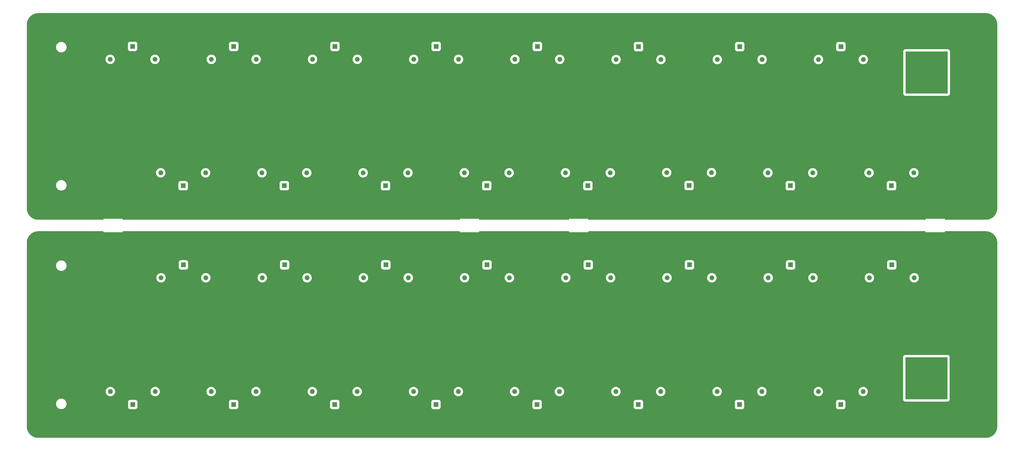
<source format=gbl>
G04 #@! TF.GenerationSoftware,KiCad,Pcbnew,7.0.7*
G04 #@! TF.CreationDate,2024-02-27T11:45:06-06:00*
G04 #@! TF.ProjectId,CapBankBreakout,43617042-616e-46b4-9272-65616b6f7574,rev?*
G04 #@! TF.SameCoordinates,Original*
G04 #@! TF.FileFunction,Copper,L2,Bot*
G04 #@! TF.FilePolarity,Positive*
%FSLAX46Y46*%
G04 Gerber Fmt 4.6, Leading zero omitted, Abs format (unit mm)*
G04 Created by KiCad (PCBNEW 7.0.7) date 2024-02-27 11:45:06*
%MOMM*%
%LPD*%
G01*
G04 APERTURE LIST*
G04 #@! TA.AperFunction,ComponentPad*
%ADD10R,18.288000X18.288000*%
G04 #@! TD*
G04 #@! TA.AperFunction,ComponentPad*
%ADD11R,2.082800X2.082800*%
G04 #@! TD*
G04 #@! TA.AperFunction,ComponentPad*
%ADD12C,2.082800*%
G04 #@! TD*
G04 APERTURE END LIST*
D10*
X135585000Y-168965000D03*
D11*
X216994998Y-180175709D03*
D12*
X216994998Y-157675709D03*
X226737784Y-174550709D03*
X207252212Y-174550709D03*
D11*
X414927000Y-275457559D03*
D12*
X414927000Y-252957559D03*
X424669786Y-269832559D03*
X405184214Y-269832559D03*
D11*
X282927000Y-275457559D03*
D12*
X282927000Y-252957559D03*
X292669786Y-269832559D03*
X273184214Y-269832559D03*
D11*
X349130000Y-214649968D03*
D12*
X349130000Y-237149968D03*
X339387214Y-220274968D03*
X358872786Y-220274968D03*
D11*
X282994998Y-119495409D03*
D12*
X282994998Y-141995409D03*
X273252212Y-125120409D03*
X292737784Y-125120409D03*
D11*
X437130000Y-214649968D03*
D12*
X437130000Y-237149968D03*
X427387214Y-220274968D03*
X446872786Y-220274968D03*
D11*
X481130000Y-214649968D03*
D12*
X481130000Y-237149968D03*
X471387214Y-220274968D03*
X490872786Y-220274968D03*
D10*
X496160000Y-264027559D03*
D11*
X326898000Y-275457559D03*
D12*
X326898000Y-252957559D03*
X336640786Y-269832559D03*
X317155214Y-269832559D03*
D11*
X172994998Y-180175709D03*
D12*
X172994998Y-157675709D03*
X182737784Y-174550709D03*
X163252212Y-174550709D03*
D11*
X436994998Y-180175709D03*
D12*
X436994998Y-157675709D03*
X446737784Y-174550709D03*
X427252212Y-174550709D03*
D11*
X458994998Y-119585559D03*
D12*
X458994998Y-142085559D03*
X449252212Y-125210559D03*
X468737784Y-125210559D03*
D11*
X217130000Y-214649968D03*
D12*
X217130000Y-237149968D03*
X207387214Y-220274968D03*
X226872786Y-220274968D03*
D10*
X135480000Y-225927559D03*
D11*
X150994998Y-119495409D03*
D12*
X150994998Y-141995409D03*
X141252212Y-125120409D03*
X160737784Y-125120409D03*
D11*
X326994998Y-119495409D03*
D12*
X326994998Y-141995409D03*
X317252212Y-125120409D03*
X336737784Y-125120409D03*
D11*
X392994998Y-180085559D03*
D12*
X392994998Y-157585559D03*
X402737784Y-174460559D03*
X383252212Y-174460559D03*
D11*
X370994998Y-119585559D03*
D12*
X370994998Y-142085559D03*
X361252212Y-125210559D03*
X380737784Y-125210559D03*
D11*
X238994998Y-119495409D03*
D12*
X238994998Y-141995409D03*
X229252212Y-125120409D03*
X248737784Y-125120409D03*
D11*
X480994998Y-180175709D03*
D12*
X480994998Y-157675709D03*
X490737784Y-174550709D03*
X471252212Y-174550709D03*
D11*
X458927000Y-275457559D03*
D12*
X458927000Y-252957559D03*
X468669786Y-269832559D03*
X449184214Y-269832559D03*
D11*
X304994998Y-180175709D03*
D12*
X304994998Y-157675709D03*
X314737784Y-174550709D03*
X295252212Y-174550709D03*
D11*
X393130000Y-214649968D03*
D12*
X393130000Y-237149968D03*
X383387214Y-220274968D03*
X402872786Y-220274968D03*
D11*
X260994998Y-180175709D03*
D12*
X260994998Y-157675709D03*
X270737784Y-174550709D03*
X251252212Y-174550709D03*
D11*
X370927000Y-275457559D03*
D12*
X370927000Y-252957559D03*
X380669786Y-269832559D03*
X361184214Y-269832559D03*
D11*
X194927000Y-275457559D03*
D12*
X194927000Y-252957559D03*
X204669786Y-269832559D03*
X185184214Y-269832559D03*
D11*
X194994998Y-119495409D03*
D12*
X194994998Y-141995409D03*
X185252212Y-125120409D03*
X204737784Y-125120409D03*
D11*
X238927000Y-275457559D03*
D12*
X238927000Y-252957559D03*
X248669786Y-269832559D03*
X229184214Y-269832559D03*
D11*
X348994998Y-180175709D03*
D12*
X348994998Y-157675709D03*
X358737784Y-174550709D03*
X339252212Y-174550709D03*
D10*
X496265000Y-130865000D03*
D11*
X261130000Y-214649968D03*
D12*
X261130000Y-237149968D03*
X251387214Y-220274968D03*
X270872786Y-220274968D03*
D11*
X151079000Y-275457559D03*
D12*
X151079000Y-252957559D03*
X160821786Y-269832559D03*
X141336214Y-269832559D03*
D11*
X305130000Y-214649968D03*
D12*
X305130000Y-237149968D03*
X295387214Y-220274968D03*
X314872786Y-220274968D03*
D11*
X414994998Y-119585559D03*
D12*
X414994998Y-142085559D03*
X405252212Y-125210559D03*
X424737784Y-125210559D03*
D11*
X173130000Y-214649968D03*
D12*
X173130000Y-237149968D03*
X163387214Y-220274968D03*
X182872786Y-220274968D03*
G04 #@! TA.AperFunction,Conductor*
G36*
X504404160Y-199928473D02*
G01*
X504548449Y-199964037D01*
X504573403Y-199967067D01*
X504589986Y-199974203D01*
X504675748Y-199979599D01*
X504679300Y-199979925D01*
X504811912Y-199996027D01*
X504848746Y-200000500D01*
X522000000Y-200000500D01*
X522217318Y-200009488D01*
X522415934Y-200018160D01*
X522420865Y-200018574D01*
X522636792Y-200045489D01*
X522832940Y-200071313D01*
X522837265Y-200071883D01*
X522841894Y-200072671D01*
X523054183Y-200117183D01*
X523252534Y-200161157D01*
X523256778Y-200162257D01*
X523464544Y-200224112D01*
X523658658Y-200285317D01*
X523662530Y-200286680D01*
X523864457Y-200365472D01*
X524052817Y-200443494D01*
X524056252Y-200445045D01*
X524131343Y-200481755D01*
X524250992Y-200540249D01*
X524388629Y-200611897D01*
X524432009Y-200634479D01*
X524435107Y-200636207D01*
X524621382Y-200747202D01*
X524793662Y-200856957D01*
X524796377Y-200858789D01*
X524972918Y-200984837D01*
X525135098Y-201109282D01*
X525137426Y-201111159D01*
X525303055Y-201251439D01*
X525454895Y-201390574D01*
X525609424Y-201545103D01*
X525748555Y-201696938D01*
X525763008Y-201714003D01*
X525888839Y-201862572D01*
X525890716Y-201864900D01*
X526015162Y-202027081D01*
X526141209Y-202203621D01*
X526143040Y-202206335D01*
X526252797Y-202378617D01*
X526363791Y-202564891D01*
X526365525Y-202568000D01*
X526459750Y-202749007D01*
X526525992Y-202884503D01*
X526554953Y-202943744D01*
X526556524Y-202947229D01*
X526634536Y-203135566D01*
X526713309Y-203337445D01*
X526714681Y-203341340D01*
X526775899Y-203535496D01*
X526837735Y-203743200D01*
X526838843Y-203747472D01*
X526882818Y-203945826D01*
X526927326Y-204158101D01*
X526928115Y-204162733D01*
X526954524Y-204363319D01*
X526981422Y-204579114D01*
X526981839Y-204584080D01*
X526990513Y-204782728D01*
X526999500Y-205000000D01*
X526999500Y-285000000D01*
X526990513Y-285217382D01*
X526981848Y-285415915D01*
X526981431Y-285420882D01*
X526954537Y-285636675D01*
X526928130Y-285837277D01*
X526927340Y-285841909D01*
X526882828Y-286054217D01*
X526838867Y-286252523D01*
X526837759Y-286256796D01*
X526775922Y-286464513D01*
X526714708Y-286658666D01*
X526713336Y-286662561D01*
X526634568Y-286864434D01*
X526556555Y-287052778D01*
X526554974Y-287056282D01*
X526459783Y-287251005D01*
X526365544Y-287432039D01*
X526363810Y-287435148D01*
X526252826Y-287621406D01*
X526143083Y-287793670D01*
X526141252Y-287796384D01*
X526015195Y-287972942D01*
X525890741Y-288135132D01*
X525888865Y-288137459D01*
X525748595Y-288303078D01*
X525609444Y-288454936D01*
X525454936Y-288609444D01*
X525303078Y-288748595D01*
X525137459Y-288888865D01*
X525135132Y-288890741D01*
X524972942Y-289015195D01*
X524796384Y-289141252D01*
X524793670Y-289143083D01*
X524621406Y-289252826D01*
X524435148Y-289363810D01*
X524432039Y-289365544D01*
X524251005Y-289459783D01*
X524056282Y-289554974D01*
X524052778Y-289556555D01*
X523864434Y-289634568D01*
X523662561Y-289713336D01*
X523658666Y-289714708D01*
X523464513Y-289775922D01*
X523256796Y-289837759D01*
X523252523Y-289838867D01*
X523054217Y-289882828D01*
X522841909Y-289927340D01*
X522837277Y-289928130D01*
X522636675Y-289954537D01*
X522420882Y-289981431D01*
X522415915Y-289981848D01*
X522217382Y-289990513D01*
X522000000Y-289999500D01*
X110000000Y-289999500D01*
X109782728Y-289990513D01*
X109584080Y-289981839D01*
X109579114Y-289981422D01*
X109363319Y-289954524D01*
X109162733Y-289928115D01*
X109158101Y-289927326D01*
X108945826Y-289882818D01*
X108747472Y-289838843D01*
X108743200Y-289837735D01*
X108535496Y-289775899D01*
X108341340Y-289714681D01*
X108337445Y-289713309D01*
X108135566Y-289634536D01*
X107947229Y-289556524D01*
X107943744Y-289554953D01*
X107884503Y-289525992D01*
X107749007Y-289459750D01*
X107568000Y-289365525D01*
X107564891Y-289363791D01*
X107378617Y-289252797D01*
X107206335Y-289143040D01*
X107203621Y-289141209D01*
X107027081Y-289015162D01*
X106864900Y-288890716D01*
X106862572Y-288888839D01*
X106696940Y-288748557D01*
X106545103Y-288609424D01*
X106390574Y-288454895D01*
X106251439Y-288303055D01*
X106111159Y-288137426D01*
X106109282Y-288135098D01*
X105984837Y-287972918D01*
X105858789Y-287796377D01*
X105856957Y-287793662D01*
X105747202Y-287621382D01*
X105636207Y-287435107D01*
X105634473Y-287431998D01*
X105540249Y-287250992D01*
X105481755Y-287131343D01*
X105445045Y-287056252D01*
X105443494Y-287052817D01*
X105365472Y-286864457D01*
X105286680Y-286662530D01*
X105285317Y-286658658D01*
X105224103Y-286464513D01*
X105162257Y-286256778D01*
X105161155Y-286252526D01*
X105161154Y-286252523D01*
X105117175Y-286054145D01*
X105111495Y-286027057D01*
X105072671Y-285841894D01*
X105071883Y-285837265D01*
X105071313Y-285832940D01*
X105045489Y-285636792D01*
X105018574Y-285420865D01*
X105018160Y-285415934D01*
X105009488Y-285217318D01*
X105000500Y-285000000D01*
X105000500Y-284999500D01*
X105000500Y-275190000D01*
X117708594Y-275190000D01*
X117728146Y-275488318D01*
X117728197Y-275489087D01*
X117728198Y-275489099D01*
X117786670Y-275783052D01*
X117786675Y-275783072D01*
X117883013Y-276066875D01*
X117883017Y-276066885D01*
X118015584Y-276335704D01*
X118094652Y-276454037D01*
X118182104Y-276584919D01*
X118182106Y-276584921D01*
X118379730Y-276810269D01*
X118540391Y-276951164D01*
X118605080Y-277007895D01*
X118671636Y-277052366D01*
X118854295Y-277174415D01*
X119123112Y-277306981D01*
X119123115Y-277306982D01*
X119123117Y-277306983D01*
X119172795Y-277323846D01*
X119178943Y-277326308D01*
X119212337Y-277341798D01*
X119235081Y-277344989D01*
X119282909Y-277361225D01*
X119406939Y-277403328D01*
X119462245Y-277414329D01*
X119468517Y-277415920D01*
X119469466Y-277416215D01*
X119469472Y-277416216D01*
X119470993Y-277416688D01*
X119470995Y-277416689D01*
X119503312Y-277426713D01*
X119525412Y-277426893D01*
X119700911Y-277461803D01*
X119761277Y-277465759D01*
X119767505Y-277466487D01*
X119770925Y-277467064D01*
X119770932Y-277467064D01*
X119772672Y-277467358D01*
X119772679Y-277467359D01*
X119803042Y-277472480D01*
X119824056Y-277469874D01*
X119899628Y-277474827D01*
X119999993Y-277481406D01*
X120000000Y-277481406D01*
X120000004Y-277481406D01*
X120009419Y-277480788D01*
X120064484Y-277477179D01*
X120070564Y-277477082D01*
X120076472Y-277477280D01*
X120076478Y-277477279D01*
X120078016Y-277477331D01*
X120078045Y-277477331D01*
X120106130Y-277478269D01*
X120125704Y-277473167D01*
X120299089Y-277461803D01*
X120366539Y-277448386D01*
X120372418Y-277447507D01*
X120380654Y-277446679D01*
X120380655Y-277446678D01*
X120407258Y-277444002D01*
X120425114Y-277436734D01*
X120593060Y-277403328D01*
X120662195Y-277379859D01*
X120667728Y-277378265D01*
X120678044Y-277375807D01*
X120678050Y-277375804D01*
X120682068Y-277374847D01*
X120682080Y-277374843D01*
X120701187Y-277370289D01*
X120717080Y-277361228D01*
X120876883Y-277306983D01*
X120946205Y-277272797D01*
X120951304Y-277270563D01*
X120963334Y-277265930D01*
X120963337Y-277265927D01*
X120982743Y-277258454D01*
X120996521Y-277247984D01*
X121145703Y-277174416D01*
X121213600Y-277129048D01*
X121218184Y-277126268D01*
X121231433Y-277119008D01*
X121231440Y-277119002D01*
X121232465Y-277118441D01*
X121232516Y-277118411D01*
X121245313Y-277111398D01*
X121253983Y-277102392D01*
X121257641Y-277099697D01*
X121259927Y-277098094D01*
X121394920Y-277007895D01*
X121459634Y-276951142D01*
X121463684Y-276947883D01*
X121477557Y-276937662D01*
X121477559Y-276937659D01*
X121478129Y-276937240D01*
X121478150Y-276937223D01*
X121488266Y-276929769D01*
X121494522Y-276921254D01*
X121501326Y-276914674D01*
X121503472Y-276912697D01*
X121620269Y-276810269D01*
X121679965Y-276742197D01*
X121683463Y-276738525D01*
X121697314Y-276725130D01*
X121697316Y-276725126D01*
X121698312Y-276724164D01*
X121698359Y-276724115D01*
X121705037Y-276717656D01*
X121709141Y-276710152D01*
X121717872Y-276699096D01*
X121719890Y-276696672D01*
X121817895Y-276584920D01*
X121870741Y-276505829D01*
X121873631Y-276501856D01*
X121886782Y-276485203D01*
X121886785Y-276485197D01*
X121887028Y-276484890D01*
X121887060Y-276484846D01*
X121891848Y-276478783D01*
X121894202Y-276472674D01*
X121903586Y-276456830D01*
X121905313Y-276454088D01*
X121984416Y-276335703D01*
X122028555Y-276246197D01*
X122030798Y-276242056D01*
X122042581Y-276222163D01*
X122042582Y-276222159D01*
X122045382Y-276217433D01*
X122046408Y-276213135D01*
X122055234Y-276192322D01*
X122056687Y-276189151D01*
X122116983Y-276066883D01*
X122150604Y-275967838D01*
X122152205Y-275963636D01*
X122161930Y-275940704D01*
X122161931Y-275940697D01*
X122163029Y-275938110D01*
X122163260Y-275935849D01*
X122163561Y-275934747D01*
X122170296Y-275910160D01*
X122171352Y-275906715D01*
X122213328Y-275783060D01*
X122234684Y-275675695D01*
X122235686Y-275671448D01*
X122242699Y-275645849D01*
X122242700Y-275645841D01*
X122242719Y-275645772D01*
X122242718Y-275645710D01*
X122246779Y-275615510D01*
X122247414Y-275611697D01*
X122271803Y-275489089D01*
X122279292Y-275374831D01*
X122279711Y-275370635D01*
X122283447Y-275342859D01*
X122284126Y-275302163D01*
X122284247Y-275299217D01*
X122291406Y-275190000D01*
X122284247Y-275080786D01*
X122284126Y-275077818D01*
X122283447Y-275037141D01*
X122279710Y-275009356D01*
X122279291Y-275005154D01*
X122277650Y-274980126D01*
X122271803Y-274890911D01*
X122247413Y-274768296D01*
X122246779Y-274764489D01*
X122242718Y-274734284D01*
X122242724Y-274734244D01*
X122242699Y-274734151D01*
X122235683Y-274708538D01*
X122234688Y-274704325D01*
X122213328Y-274596940D01*
X122171356Y-274473296D01*
X122170293Y-274469828D01*
X122163261Y-274444155D01*
X122163291Y-274442503D01*
X122152217Y-274416388D01*
X122150594Y-274412133D01*
X122132261Y-274358125D01*
X149037100Y-274358125D01*
X149037101Y-276556991D01*
X149037101Y-276556992D01*
X149047713Y-276676374D01*
X149103689Y-276872004D01*
X149103690Y-276872007D01*
X149103691Y-276872008D01*
X149197902Y-277052366D01*
X149197904Y-277052368D01*
X149326490Y-277210068D01*
X149395000Y-277265930D01*
X149484193Y-277338657D01*
X149664551Y-277432868D01*
X149664553Y-277432868D01*
X149664554Y-277432869D01*
X149683955Y-277438420D01*
X149860182Y-277488845D01*
X149979563Y-277499459D01*
X149979564Y-277499458D01*
X149979565Y-277499459D01*
X149979566Y-277499459D01*
X150920045Y-277499458D01*
X152178436Y-277499458D01*
X152297818Y-277488845D01*
X152493449Y-277432868D01*
X152673807Y-277338657D01*
X152831509Y-277210068D01*
X152960098Y-277052366D01*
X153054309Y-276872008D01*
X153110286Y-276676377D01*
X153120900Y-276556996D01*
X153120899Y-274358125D01*
X192885100Y-274358125D01*
X192885101Y-276556991D01*
X192885101Y-276556992D01*
X192895713Y-276676374D01*
X192951689Y-276872004D01*
X192951690Y-276872007D01*
X192951691Y-276872008D01*
X193045902Y-277052366D01*
X193045904Y-277052368D01*
X193174490Y-277210068D01*
X193243000Y-277265930D01*
X193332193Y-277338657D01*
X193512551Y-277432868D01*
X193512553Y-277432868D01*
X193512554Y-277432869D01*
X193531955Y-277438420D01*
X193708182Y-277488845D01*
X193827563Y-277499459D01*
X193827564Y-277499458D01*
X193827565Y-277499459D01*
X193827566Y-277499459D01*
X194772992Y-277499458D01*
X196026436Y-277499458D01*
X196145818Y-277488845D01*
X196341449Y-277432868D01*
X196521807Y-277338657D01*
X196679509Y-277210068D01*
X196808098Y-277052366D01*
X196902309Y-276872008D01*
X196958286Y-276676377D01*
X196968900Y-276556996D01*
X196968899Y-274358125D01*
X236885100Y-274358125D01*
X236885101Y-276556991D01*
X236885101Y-276556992D01*
X236895713Y-276676374D01*
X236951689Y-276872004D01*
X236951690Y-276872007D01*
X236951691Y-276872008D01*
X237045902Y-277052366D01*
X237045904Y-277052368D01*
X237174490Y-277210068D01*
X237243000Y-277265930D01*
X237332193Y-277338657D01*
X237512551Y-277432868D01*
X237512553Y-277432868D01*
X237512554Y-277432869D01*
X237531955Y-277438420D01*
X237708182Y-277488845D01*
X237827563Y-277499459D01*
X237827564Y-277499458D01*
X237827565Y-277499459D01*
X237827566Y-277499459D01*
X238775734Y-277499458D01*
X240026436Y-277499458D01*
X240145818Y-277488845D01*
X240341449Y-277432868D01*
X240521807Y-277338657D01*
X240679509Y-277210068D01*
X240808098Y-277052366D01*
X240902309Y-276872008D01*
X240958286Y-276676377D01*
X240968900Y-276556996D01*
X240968899Y-274358125D01*
X280885100Y-274358125D01*
X280885101Y-276556991D01*
X280885101Y-276556992D01*
X280895713Y-276676374D01*
X280951689Y-276872004D01*
X280951690Y-276872007D01*
X280951691Y-276872008D01*
X281045902Y-277052366D01*
X281045904Y-277052368D01*
X281174490Y-277210068D01*
X281243000Y-277265930D01*
X281332193Y-277338657D01*
X281512551Y-277432868D01*
X281512553Y-277432868D01*
X281512554Y-277432869D01*
X281531955Y-277438420D01*
X281708182Y-277488845D01*
X281827563Y-277499459D01*
X281827564Y-277499458D01*
X281827565Y-277499459D01*
X281827566Y-277499459D01*
X282778477Y-277499458D01*
X284026436Y-277499458D01*
X284145818Y-277488845D01*
X284341449Y-277432868D01*
X284521807Y-277338657D01*
X284679509Y-277210068D01*
X284808098Y-277052366D01*
X284902309Y-276872008D01*
X284958286Y-276676377D01*
X284968900Y-276556996D01*
X284968899Y-274358125D01*
X324856100Y-274358125D01*
X324856101Y-276556991D01*
X324856101Y-276556992D01*
X324866713Y-276676374D01*
X324922689Y-276872004D01*
X324922690Y-276872007D01*
X324922691Y-276872008D01*
X325016902Y-277052366D01*
X325016904Y-277052368D01*
X325145490Y-277210068D01*
X325214000Y-277265930D01*
X325303193Y-277338657D01*
X325483551Y-277432868D01*
X325483553Y-277432868D01*
X325483554Y-277432869D01*
X325502955Y-277438420D01*
X325679182Y-277488845D01*
X325798563Y-277499459D01*
X325798564Y-277499458D01*
X325798565Y-277499459D01*
X325798566Y-277499459D01*
X326743771Y-277499458D01*
X327997436Y-277499458D01*
X328116818Y-277488845D01*
X328312449Y-277432868D01*
X328492807Y-277338657D01*
X328650509Y-277210068D01*
X328779098Y-277052366D01*
X328873309Y-276872008D01*
X328929286Y-276676377D01*
X328939900Y-276556996D01*
X328939899Y-274358125D01*
X368885100Y-274358125D01*
X368885101Y-276556991D01*
X368885101Y-276556992D01*
X368895713Y-276676374D01*
X368951689Y-276872004D01*
X368951690Y-276872007D01*
X368951691Y-276872008D01*
X369045902Y-277052366D01*
X369045904Y-277052368D01*
X369174490Y-277210068D01*
X369243000Y-277265930D01*
X369332193Y-277338657D01*
X369512551Y-277432868D01*
X369512553Y-277432868D01*
X369512554Y-277432869D01*
X369531955Y-277438420D01*
X369708182Y-277488845D01*
X369827563Y-277499459D01*
X369827564Y-277499458D01*
X369827565Y-277499459D01*
X369827566Y-277499459D01*
X370783963Y-277499458D01*
X372026436Y-277499458D01*
X372145818Y-277488845D01*
X372341449Y-277432868D01*
X372521807Y-277338657D01*
X372679509Y-277210068D01*
X372808098Y-277052366D01*
X372902309Y-276872008D01*
X372958286Y-276676377D01*
X372968900Y-276556996D01*
X372968899Y-274358125D01*
X412885100Y-274358125D01*
X412885101Y-276556991D01*
X412885101Y-276556992D01*
X412895713Y-276676374D01*
X412951689Y-276872004D01*
X412951690Y-276872007D01*
X412951691Y-276872008D01*
X413045902Y-277052366D01*
X413045904Y-277052368D01*
X413174490Y-277210068D01*
X413243000Y-277265930D01*
X413332193Y-277338657D01*
X413512551Y-277432868D01*
X413512553Y-277432868D01*
X413512554Y-277432869D01*
X413531955Y-277438420D01*
X413708182Y-277488845D01*
X413827563Y-277499459D01*
X413827564Y-277499458D01*
X413827565Y-277499459D01*
X413827566Y-277499459D01*
X414749257Y-277499458D01*
X416026436Y-277499458D01*
X416145818Y-277488845D01*
X416341449Y-277432868D01*
X416521807Y-277338657D01*
X416679509Y-277210068D01*
X416808098Y-277052366D01*
X416902309Y-276872008D01*
X416958286Y-276676377D01*
X416968900Y-276556996D01*
X416968899Y-274358125D01*
X456885100Y-274358125D01*
X456885101Y-276556991D01*
X456885101Y-276556992D01*
X456895713Y-276676374D01*
X456951689Y-276872004D01*
X456951690Y-276872007D01*
X456951691Y-276872008D01*
X457045902Y-277052366D01*
X457045904Y-277052368D01*
X457174490Y-277210068D01*
X457243000Y-277265930D01*
X457332193Y-277338657D01*
X457512551Y-277432868D01*
X457512553Y-277432868D01*
X457512554Y-277432869D01*
X457531955Y-277438420D01*
X457708182Y-277488845D01*
X457827563Y-277499459D01*
X457827564Y-277499458D01*
X457827565Y-277499459D01*
X457827566Y-277499459D01*
X458752000Y-277499458D01*
X460026436Y-277499458D01*
X460145818Y-277488845D01*
X460341449Y-277432868D01*
X460521807Y-277338657D01*
X460679509Y-277210068D01*
X460808098Y-277052366D01*
X460902309Y-276872008D01*
X460958286Y-276676377D01*
X460968900Y-276556996D01*
X460968899Y-274358123D01*
X460958286Y-274238741D01*
X460902648Y-274044295D01*
X460902310Y-274043113D01*
X460902309Y-274043112D01*
X460902309Y-274043110D01*
X460808098Y-273862752D01*
X460752917Y-273795078D01*
X460679509Y-273705049D01*
X460521809Y-273576463D01*
X460521810Y-273576463D01*
X460521807Y-273576461D01*
X460341449Y-273482250D01*
X460341448Y-273482249D01*
X460341445Y-273482248D01*
X460224229Y-273448709D01*
X460145818Y-273426273D01*
X460145815Y-273426272D01*
X460145813Y-273426272D01*
X460055383Y-273418232D01*
X460026437Y-273415659D01*
X460026435Y-273415659D01*
X460026434Y-273415659D01*
X459089042Y-273415659D01*
X457827564Y-273415660D01*
X457798327Y-273418259D01*
X457708184Y-273426272D01*
X457512554Y-273482248D01*
X457422371Y-273529355D01*
X457332193Y-273576461D01*
X457332191Y-273576462D01*
X457332190Y-273576463D01*
X457174490Y-273705049D01*
X457045904Y-273862749D01*
X457045902Y-273862752D01*
X456998796Y-273952930D01*
X456951689Y-274043113D01*
X456895714Y-274238742D01*
X456895713Y-274238745D01*
X456885100Y-274358124D01*
X456885100Y-274358125D01*
X416968899Y-274358125D01*
X416968899Y-274358123D01*
X416958286Y-274238741D01*
X416902648Y-274044295D01*
X416902310Y-274043113D01*
X416902309Y-274043112D01*
X416902309Y-274043110D01*
X416808098Y-273862752D01*
X416752917Y-273795078D01*
X416679509Y-273705049D01*
X416521809Y-273576463D01*
X416521810Y-273576463D01*
X416521807Y-273576461D01*
X416341449Y-273482250D01*
X416341448Y-273482249D01*
X416341445Y-273482248D01*
X416224229Y-273448709D01*
X416145818Y-273426273D01*
X416145815Y-273426272D01*
X416145813Y-273426272D01*
X416055383Y-273418232D01*
X416026437Y-273415659D01*
X416026435Y-273415659D01*
X416026434Y-273415659D01*
X415086299Y-273415659D01*
X413827564Y-273415660D01*
X413798327Y-273418259D01*
X413708184Y-273426272D01*
X413512554Y-273482248D01*
X413422372Y-273529355D01*
X413332193Y-273576461D01*
X413332191Y-273576462D01*
X413332190Y-273576463D01*
X413174490Y-273705049D01*
X413045904Y-273862749D01*
X413045902Y-273862752D01*
X412998796Y-273952931D01*
X412951689Y-274043113D01*
X412895714Y-274238742D01*
X412895713Y-274238745D01*
X412885100Y-274358124D01*
X412885100Y-274358125D01*
X372968899Y-274358125D01*
X372968899Y-274358123D01*
X372958286Y-274238741D01*
X372902648Y-274044295D01*
X372902310Y-274043113D01*
X372902309Y-274043112D01*
X372902309Y-274043110D01*
X372808098Y-273862752D01*
X372752917Y-273795078D01*
X372679509Y-273705049D01*
X372521809Y-273576463D01*
X372521810Y-273576463D01*
X372521807Y-273576461D01*
X372341449Y-273482250D01*
X372341448Y-273482249D01*
X372341445Y-273482248D01*
X372224229Y-273448709D01*
X372145818Y-273426273D01*
X372145815Y-273426272D01*
X372145813Y-273426272D01*
X372055383Y-273418232D01*
X372026437Y-273415659D01*
X372026435Y-273415659D01*
X372026434Y-273415659D01*
X371083556Y-273415659D01*
X369827564Y-273415660D01*
X369798327Y-273418259D01*
X369708184Y-273426272D01*
X369512554Y-273482248D01*
X369422371Y-273529355D01*
X369332193Y-273576461D01*
X369332191Y-273576462D01*
X369332190Y-273576463D01*
X369174490Y-273705049D01*
X369045904Y-273862749D01*
X369045902Y-273862752D01*
X368998796Y-273952931D01*
X368951689Y-274043113D01*
X368895714Y-274238742D01*
X368895713Y-274238745D01*
X368885100Y-274358124D01*
X368885100Y-274358125D01*
X328939899Y-274358125D01*
X328939899Y-274358123D01*
X328929286Y-274238741D01*
X328873648Y-274044295D01*
X328873310Y-274043113D01*
X328873309Y-274043112D01*
X328873309Y-274043110D01*
X328779098Y-273862752D01*
X328723917Y-273795078D01*
X328650509Y-273705049D01*
X328492809Y-273576463D01*
X328492810Y-273576463D01*
X328492807Y-273576461D01*
X328312449Y-273482250D01*
X328312448Y-273482249D01*
X328312445Y-273482248D01*
X328195229Y-273448709D01*
X328116818Y-273426273D01*
X328116815Y-273426272D01*
X328116813Y-273426272D01*
X328026383Y-273418232D01*
X327997437Y-273415659D01*
X327997435Y-273415659D01*
X327997434Y-273415659D01*
X327080813Y-273415659D01*
X325798564Y-273415660D01*
X325769327Y-273418259D01*
X325679184Y-273426272D01*
X325483554Y-273482248D01*
X325393372Y-273529355D01*
X325303193Y-273576461D01*
X325303191Y-273576462D01*
X325303190Y-273576463D01*
X325145490Y-273705049D01*
X325016904Y-273862749D01*
X325016902Y-273862752D01*
X324969796Y-273952930D01*
X324922689Y-274043113D01*
X324866714Y-274238742D01*
X324866713Y-274238745D01*
X324856100Y-274358124D01*
X324856100Y-274358125D01*
X284968899Y-274358125D01*
X284968899Y-274358123D01*
X284958286Y-274238741D01*
X284902648Y-274044295D01*
X284902310Y-274043113D01*
X284902309Y-274043112D01*
X284902309Y-274043110D01*
X284808098Y-273862752D01*
X284752917Y-273795078D01*
X284679509Y-273705049D01*
X284521809Y-273576463D01*
X284521810Y-273576463D01*
X284521807Y-273576461D01*
X284341449Y-273482250D01*
X284341448Y-273482249D01*
X284341445Y-273482248D01*
X284224229Y-273448709D01*
X284145818Y-273426273D01*
X284145815Y-273426272D01*
X284145813Y-273426272D01*
X284055383Y-273418232D01*
X284026437Y-273415659D01*
X284026435Y-273415659D01*
X284026434Y-273415659D01*
X283115520Y-273415659D01*
X281827564Y-273415660D01*
X281798327Y-273418259D01*
X281708184Y-273426272D01*
X281512554Y-273482248D01*
X281422371Y-273529355D01*
X281332193Y-273576461D01*
X281332191Y-273576462D01*
X281332190Y-273576463D01*
X281174490Y-273705049D01*
X281045904Y-273862749D01*
X281045902Y-273862752D01*
X280998796Y-273952931D01*
X280951689Y-274043113D01*
X280895714Y-274238742D01*
X280895713Y-274238745D01*
X280885100Y-274358124D01*
X280885100Y-274358125D01*
X240968899Y-274358125D01*
X240968899Y-274358123D01*
X240958286Y-274238741D01*
X240902648Y-274044295D01*
X240902310Y-274043113D01*
X240902309Y-274043112D01*
X240902309Y-274043110D01*
X240808098Y-273862752D01*
X240752917Y-273795078D01*
X240679509Y-273705049D01*
X240521809Y-273576463D01*
X240521810Y-273576463D01*
X240521807Y-273576461D01*
X240341449Y-273482250D01*
X240341448Y-273482249D01*
X240341445Y-273482248D01*
X240224229Y-273448709D01*
X240145818Y-273426273D01*
X240145815Y-273426272D01*
X240145813Y-273426272D01*
X240055383Y-273418232D01*
X240026437Y-273415659D01*
X240026435Y-273415659D01*
X240026434Y-273415659D01*
X239075328Y-273415659D01*
X237827564Y-273415660D01*
X237798327Y-273418259D01*
X237708184Y-273426272D01*
X237512554Y-273482248D01*
X237422372Y-273529355D01*
X237332193Y-273576461D01*
X237332191Y-273576462D01*
X237332190Y-273576463D01*
X237174490Y-273705049D01*
X237045904Y-273862749D01*
X237045902Y-273862752D01*
X236998796Y-273952931D01*
X236951689Y-274043113D01*
X236895714Y-274238742D01*
X236895713Y-274238745D01*
X236885100Y-274358124D01*
X236885100Y-274358125D01*
X196968899Y-274358125D01*
X196968899Y-274358123D01*
X196958286Y-274238741D01*
X196902648Y-274044295D01*
X196902310Y-274043113D01*
X196902309Y-274043112D01*
X196902309Y-274043110D01*
X196808098Y-273862752D01*
X196752917Y-273795078D01*
X196679509Y-273705049D01*
X196521809Y-273576463D01*
X196521810Y-273576463D01*
X196521807Y-273576461D01*
X196341449Y-273482250D01*
X196341448Y-273482249D01*
X196341445Y-273482248D01*
X196224229Y-273448709D01*
X196145818Y-273426273D01*
X196145815Y-273426272D01*
X196145813Y-273426272D01*
X196055383Y-273418232D01*
X196026437Y-273415659D01*
X196026435Y-273415659D01*
X196026434Y-273415659D01*
X195072585Y-273415659D01*
X193827564Y-273415660D01*
X193798327Y-273418259D01*
X193708184Y-273426272D01*
X193512554Y-273482248D01*
X193422371Y-273529355D01*
X193332193Y-273576461D01*
X193332191Y-273576462D01*
X193332190Y-273576463D01*
X193174490Y-273705049D01*
X193045904Y-273862749D01*
X193045902Y-273862752D01*
X192998796Y-273952931D01*
X192951689Y-274043113D01*
X192895714Y-274238742D01*
X192895713Y-274238745D01*
X192885100Y-274358124D01*
X192885100Y-274358125D01*
X153120899Y-274358125D01*
X153120899Y-274358123D01*
X153110286Y-274238741D01*
X153054648Y-274044295D01*
X153054310Y-274043113D01*
X153054309Y-274043112D01*
X153054309Y-274043110D01*
X152960098Y-273862752D01*
X152904917Y-273795078D01*
X152831509Y-273705049D01*
X152673809Y-273576463D01*
X152673810Y-273576463D01*
X152673807Y-273576461D01*
X152493449Y-273482250D01*
X152493448Y-273482249D01*
X152493445Y-273482248D01*
X152376229Y-273448709D01*
X152297818Y-273426273D01*
X152297815Y-273426272D01*
X152297813Y-273426272D01*
X152207383Y-273418232D01*
X152178437Y-273415659D01*
X152178435Y-273415659D01*
X152178434Y-273415659D01*
X151257088Y-273415659D01*
X149979564Y-273415660D01*
X149950327Y-273418259D01*
X149860184Y-273426272D01*
X149664554Y-273482248D01*
X149574371Y-273529355D01*
X149484193Y-273576461D01*
X149484191Y-273576462D01*
X149484190Y-273576463D01*
X149326490Y-273705049D01*
X149197904Y-273862749D01*
X149197902Y-273862752D01*
X149150796Y-273952930D01*
X149103689Y-274043113D01*
X149047714Y-274238742D01*
X149047713Y-274238745D01*
X149037100Y-274358124D01*
X149037100Y-274358125D01*
X122132261Y-274358125D01*
X122116983Y-274313117D01*
X122056691Y-274190857D01*
X122055237Y-274187684D01*
X122046408Y-274166864D01*
X122046039Y-274163674D01*
X122030802Y-274137949D01*
X122028546Y-274133784D01*
X121984416Y-274044297D01*
X121905335Y-273925944D01*
X121903552Y-273923111D01*
X121894196Y-273907315D01*
X121893019Y-273902697D01*
X121887117Y-273895224D01*
X121887098Y-273895198D01*
X121886783Y-273894800D01*
X121886782Y-273894797D01*
X121873630Y-273878142D01*
X121870736Y-273874162D01*
X121817894Y-273795078D01*
X121756408Y-273724968D01*
X121719884Y-273683320D01*
X121717858Y-273680885D01*
X121709137Y-273669839D01*
X121706807Y-273664052D01*
X121699042Y-273656542D01*
X121699027Y-273656527D01*
X121683474Y-273641485D01*
X121679960Y-273637795D01*
X121620269Y-273569731D01*
X121620260Y-273569723D01*
X121503537Y-273467360D01*
X121501312Y-273465310D01*
X121498009Y-273462116D01*
X121498003Y-273462112D01*
X121494510Y-273458734D01*
X121490695Y-273452018D01*
X121463710Y-273432135D01*
X121459606Y-273428833D01*
X121400263Y-273376791D01*
X121394920Y-273372105D01*
X121394194Y-273371620D01*
X121259942Y-273281915D01*
X121257622Y-273280287D01*
X121254011Y-273277627D01*
X121248448Y-273270316D01*
X121232948Y-273261822D01*
X121232941Y-273261818D01*
X121218206Y-273253742D01*
X121213558Y-273250923D01*
X121145707Y-273205586D01*
X120996524Y-273132017D01*
X120986868Y-273123134D01*
X120963335Y-273114070D01*
X120963334Y-273114070D01*
X120951319Y-273109442D01*
X120946186Y-273107193D01*
X120876885Y-273073017D01*
X120876875Y-273073013D01*
X120717081Y-273018771D01*
X120705732Y-273010791D01*
X120678352Y-273004266D01*
X120667738Y-273001736D01*
X120662183Y-273000135D01*
X120608519Y-272981919D01*
X120593060Y-272976672D01*
X120593056Y-272976671D01*
X120593052Y-272976670D01*
X120425113Y-272943264D01*
X120412162Y-272936489D01*
X120372433Y-272932493D01*
X120366541Y-272931613D01*
X120299080Y-272918195D01*
X120125704Y-272906832D01*
X120111297Y-272901556D01*
X120077958Y-272902670D01*
X120070596Y-272902916D01*
X120064464Y-272902818D01*
X120000001Y-272898594D01*
X120000000Y-272898594D01*
X119824044Y-272910126D01*
X119808370Y-272906618D01*
X119767512Y-272913510D01*
X119761253Y-272914241D01*
X119700927Y-272918195D01*
X119700911Y-272918197D01*
X119525398Y-272953108D01*
X119508701Y-272951613D01*
X119468522Y-272964077D01*
X119462246Y-272965670D01*
X119406942Y-272976671D01*
X119406927Y-272976675D01*
X119234981Y-273035043D01*
X119217581Y-273035768D01*
X119178937Y-273053693D01*
X119172775Y-273056160D01*
X119123111Y-273073019D01*
X118854295Y-273205584D01*
X118605078Y-273372106D01*
X118379730Y-273569730D01*
X118182106Y-273795078D01*
X118015584Y-274044295D01*
X117883017Y-274313114D01*
X117883013Y-274313124D01*
X117786675Y-274596927D01*
X117786670Y-274596947D01*
X117728198Y-274890900D01*
X117728197Y-274890909D01*
X117728197Y-274890911D01*
X117708594Y-275190000D01*
X105000500Y-275190000D01*
X105000500Y-269832559D01*
X139289543Y-269832559D01*
X139308605Y-270111241D01*
X139365439Y-270384746D01*
X139365440Y-270384749D01*
X139458980Y-270647946D01*
X139458981Y-270647948D01*
X139458982Y-270647951D01*
X139458984Y-270647955D01*
X139529354Y-270783762D01*
X139587499Y-270895977D01*
X139587503Y-270895983D01*
X139748585Y-271124185D01*
X139748588Y-271124188D01*
X139939252Y-271328340D01*
X140155939Y-271504628D01*
X140155941Y-271504629D01*
X140155942Y-271504630D01*
X140394613Y-271649769D01*
X140394618Y-271649771D01*
X140650821Y-271761055D01*
X140650826Y-271761057D01*
X140919806Y-271836422D01*
X141163102Y-271869862D01*
X141196543Y-271874459D01*
X141196544Y-271874459D01*
X141475885Y-271874459D01*
X141505720Y-271870358D01*
X141752622Y-271836422D01*
X142021602Y-271761057D01*
X142277816Y-271649768D01*
X142516489Y-271504628D01*
X142733176Y-271328340D01*
X142923840Y-271124188D01*
X143084929Y-270895976D01*
X143213444Y-270647955D01*
X143306989Y-270384744D01*
X143363822Y-270111247D01*
X143382885Y-269832559D01*
X143382885Y-269832558D01*
X158775115Y-269832558D01*
X158794177Y-270111241D01*
X158851011Y-270384746D01*
X158851012Y-270384749D01*
X158944552Y-270647946D01*
X158944553Y-270647948D01*
X158944554Y-270647951D01*
X158944556Y-270647955D01*
X159014926Y-270783762D01*
X159073071Y-270895977D01*
X159073075Y-270895983D01*
X159234157Y-271124185D01*
X159234160Y-271124188D01*
X159424824Y-271328340D01*
X159641511Y-271504628D01*
X159641513Y-271504629D01*
X159641514Y-271504630D01*
X159880185Y-271649769D01*
X159880190Y-271649771D01*
X160136393Y-271761055D01*
X160136398Y-271761057D01*
X160405378Y-271836422D01*
X160648674Y-271869862D01*
X160682115Y-271874459D01*
X160682116Y-271874459D01*
X160961457Y-271874459D01*
X160991292Y-271870358D01*
X161238194Y-271836422D01*
X161507174Y-271761057D01*
X161763388Y-271649768D01*
X162002061Y-271504628D01*
X162218748Y-271328340D01*
X162409412Y-271124188D01*
X162570501Y-270895976D01*
X162699016Y-270647955D01*
X162792561Y-270384744D01*
X162849394Y-270111247D01*
X162868457Y-269832559D01*
X162868457Y-269832558D01*
X183137543Y-269832558D01*
X183156605Y-270111241D01*
X183213439Y-270384746D01*
X183213440Y-270384749D01*
X183306980Y-270647946D01*
X183306981Y-270647948D01*
X183306982Y-270647951D01*
X183306984Y-270647955D01*
X183377354Y-270783762D01*
X183435499Y-270895977D01*
X183435503Y-270895983D01*
X183596585Y-271124185D01*
X183596588Y-271124188D01*
X183787252Y-271328340D01*
X184003939Y-271504628D01*
X184003941Y-271504629D01*
X184003942Y-271504630D01*
X184242613Y-271649769D01*
X184242618Y-271649771D01*
X184498821Y-271761055D01*
X184498826Y-271761057D01*
X184767806Y-271836422D01*
X185011102Y-271869862D01*
X185044543Y-271874459D01*
X185044544Y-271874459D01*
X185323885Y-271874459D01*
X185353720Y-271870358D01*
X185600622Y-271836422D01*
X185869602Y-271761057D01*
X186125816Y-271649768D01*
X186364489Y-271504628D01*
X186581176Y-271328340D01*
X186771840Y-271124188D01*
X186932929Y-270895976D01*
X187061444Y-270647955D01*
X187154989Y-270384744D01*
X187211822Y-270111247D01*
X187230885Y-269832559D01*
X202623115Y-269832559D01*
X202642177Y-270111241D01*
X202699011Y-270384746D01*
X202699012Y-270384749D01*
X202792552Y-270647946D01*
X202792553Y-270647948D01*
X202792554Y-270647951D01*
X202792556Y-270647955D01*
X202862926Y-270783762D01*
X202921071Y-270895977D01*
X202921075Y-270895983D01*
X203082157Y-271124185D01*
X203082160Y-271124188D01*
X203272824Y-271328340D01*
X203489511Y-271504628D01*
X203489513Y-271504629D01*
X203489514Y-271504630D01*
X203728185Y-271649769D01*
X203728190Y-271649771D01*
X203984393Y-271761055D01*
X203984398Y-271761057D01*
X204253378Y-271836422D01*
X204496674Y-271869862D01*
X204530115Y-271874459D01*
X204530116Y-271874459D01*
X204809457Y-271874459D01*
X204839292Y-271870358D01*
X205086194Y-271836422D01*
X205355174Y-271761057D01*
X205611388Y-271649768D01*
X205850061Y-271504628D01*
X206066748Y-271328340D01*
X206257412Y-271124188D01*
X206418501Y-270895976D01*
X206547016Y-270647955D01*
X206640561Y-270384744D01*
X206697394Y-270111247D01*
X206716457Y-269832559D01*
X206716457Y-269832558D01*
X227137543Y-269832558D01*
X227156605Y-270111241D01*
X227213439Y-270384746D01*
X227213440Y-270384749D01*
X227306980Y-270647946D01*
X227306981Y-270647948D01*
X227306982Y-270647951D01*
X227306984Y-270647955D01*
X227377354Y-270783762D01*
X227435499Y-270895977D01*
X227435503Y-270895983D01*
X227596585Y-271124185D01*
X227596588Y-271124188D01*
X227787252Y-271328340D01*
X228003939Y-271504628D01*
X228003941Y-271504629D01*
X228003942Y-271504630D01*
X228242613Y-271649769D01*
X228242618Y-271649771D01*
X228498821Y-271761055D01*
X228498826Y-271761057D01*
X228767806Y-271836422D01*
X229011102Y-271869862D01*
X229044543Y-271874459D01*
X229044544Y-271874459D01*
X229323885Y-271874459D01*
X229353720Y-271870358D01*
X229600622Y-271836422D01*
X229869602Y-271761057D01*
X230125816Y-271649768D01*
X230364489Y-271504628D01*
X230581176Y-271328340D01*
X230771840Y-271124188D01*
X230932929Y-270895976D01*
X231061444Y-270647955D01*
X231154989Y-270384744D01*
X231211822Y-270111247D01*
X231230885Y-269832559D01*
X246623115Y-269832559D01*
X246642177Y-270111241D01*
X246699011Y-270384746D01*
X246699012Y-270384749D01*
X246792552Y-270647946D01*
X246792553Y-270647948D01*
X246792554Y-270647951D01*
X246792556Y-270647955D01*
X246862926Y-270783762D01*
X246921071Y-270895977D01*
X246921075Y-270895983D01*
X247082157Y-271124185D01*
X247082160Y-271124188D01*
X247272824Y-271328340D01*
X247489511Y-271504628D01*
X247489513Y-271504629D01*
X247489514Y-271504630D01*
X247728185Y-271649769D01*
X247728190Y-271649771D01*
X247984393Y-271761055D01*
X247984398Y-271761057D01*
X248253378Y-271836422D01*
X248496674Y-271869862D01*
X248530115Y-271874459D01*
X248530116Y-271874459D01*
X248809457Y-271874459D01*
X248839292Y-271870358D01*
X249086194Y-271836422D01*
X249355174Y-271761057D01*
X249611388Y-271649768D01*
X249850061Y-271504628D01*
X250066748Y-271328340D01*
X250257412Y-271124188D01*
X250418501Y-270895976D01*
X250547016Y-270647955D01*
X250640561Y-270384744D01*
X250697394Y-270111247D01*
X250716457Y-269832559D01*
X271137543Y-269832559D01*
X271156605Y-270111241D01*
X271213439Y-270384746D01*
X271213440Y-270384749D01*
X271306980Y-270647946D01*
X271306981Y-270647948D01*
X271306982Y-270647951D01*
X271306984Y-270647955D01*
X271377354Y-270783762D01*
X271435499Y-270895977D01*
X271435503Y-270895983D01*
X271596585Y-271124185D01*
X271596588Y-271124188D01*
X271787252Y-271328340D01*
X272003939Y-271504628D01*
X272003941Y-271504629D01*
X272003942Y-271504630D01*
X272242613Y-271649769D01*
X272242618Y-271649771D01*
X272498821Y-271761055D01*
X272498826Y-271761057D01*
X272767806Y-271836422D01*
X273011102Y-271869862D01*
X273044543Y-271874459D01*
X273044544Y-271874459D01*
X273323885Y-271874459D01*
X273353720Y-271870358D01*
X273600622Y-271836422D01*
X273869602Y-271761057D01*
X274125816Y-271649768D01*
X274364489Y-271504628D01*
X274581176Y-271328340D01*
X274771840Y-271124188D01*
X274932929Y-270895976D01*
X275061444Y-270647955D01*
X275154989Y-270384744D01*
X275211822Y-270111247D01*
X275230885Y-269832559D01*
X290623115Y-269832559D01*
X290642177Y-270111241D01*
X290699011Y-270384746D01*
X290699012Y-270384749D01*
X290792552Y-270647946D01*
X290792553Y-270647948D01*
X290792554Y-270647951D01*
X290792556Y-270647955D01*
X290862926Y-270783762D01*
X290921071Y-270895977D01*
X290921075Y-270895983D01*
X291082157Y-271124185D01*
X291082160Y-271124188D01*
X291272824Y-271328340D01*
X291489511Y-271504628D01*
X291489513Y-271504629D01*
X291489514Y-271504630D01*
X291728185Y-271649769D01*
X291728190Y-271649771D01*
X291984393Y-271761055D01*
X291984398Y-271761057D01*
X292253378Y-271836422D01*
X292496674Y-271869862D01*
X292530115Y-271874459D01*
X292530116Y-271874459D01*
X292809457Y-271874459D01*
X292839292Y-271870358D01*
X293086194Y-271836422D01*
X293355174Y-271761057D01*
X293611388Y-271649768D01*
X293850061Y-271504628D01*
X294066748Y-271328340D01*
X294257412Y-271124188D01*
X294418501Y-270895976D01*
X294547016Y-270647955D01*
X294640561Y-270384744D01*
X294697394Y-270111247D01*
X294716457Y-269832559D01*
X294716457Y-269832558D01*
X315108543Y-269832558D01*
X315127605Y-270111241D01*
X315184439Y-270384746D01*
X315184440Y-270384749D01*
X315277980Y-270647946D01*
X315277981Y-270647948D01*
X315277982Y-270647951D01*
X315277984Y-270647955D01*
X315348354Y-270783762D01*
X315406499Y-270895977D01*
X315406503Y-270895983D01*
X315567585Y-271124185D01*
X315567588Y-271124188D01*
X315758252Y-271328340D01*
X315974939Y-271504628D01*
X315974941Y-271504629D01*
X315974942Y-271504630D01*
X316213613Y-271649769D01*
X316213618Y-271649771D01*
X316469821Y-271761055D01*
X316469826Y-271761057D01*
X316738806Y-271836422D01*
X316982102Y-271869862D01*
X317015543Y-271874459D01*
X317015544Y-271874459D01*
X317294885Y-271874459D01*
X317324720Y-271870358D01*
X317571622Y-271836422D01*
X317840602Y-271761057D01*
X318096816Y-271649768D01*
X318335489Y-271504628D01*
X318552176Y-271328340D01*
X318742840Y-271124188D01*
X318903929Y-270895976D01*
X319032444Y-270647955D01*
X319125989Y-270384744D01*
X319182822Y-270111247D01*
X319201885Y-269832559D01*
X334594115Y-269832559D01*
X334613177Y-270111241D01*
X334670011Y-270384746D01*
X334670012Y-270384749D01*
X334763552Y-270647946D01*
X334763553Y-270647948D01*
X334763554Y-270647951D01*
X334763556Y-270647955D01*
X334833926Y-270783762D01*
X334892071Y-270895977D01*
X334892075Y-270895983D01*
X335053157Y-271124185D01*
X335053160Y-271124188D01*
X335243824Y-271328340D01*
X335460511Y-271504628D01*
X335460513Y-271504629D01*
X335460514Y-271504630D01*
X335699185Y-271649769D01*
X335699190Y-271649771D01*
X335955393Y-271761055D01*
X335955398Y-271761057D01*
X336224378Y-271836422D01*
X336467674Y-271869862D01*
X336501115Y-271874459D01*
X336501116Y-271874459D01*
X336780457Y-271874459D01*
X336810292Y-271870358D01*
X337057194Y-271836422D01*
X337326174Y-271761057D01*
X337582388Y-271649768D01*
X337821061Y-271504628D01*
X338037748Y-271328340D01*
X338228412Y-271124188D01*
X338389501Y-270895976D01*
X338518016Y-270647955D01*
X338611561Y-270384744D01*
X338668394Y-270111247D01*
X338687457Y-269832559D01*
X359137543Y-269832559D01*
X359156605Y-270111241D01*
X359213439Y-270384746D01*
X359213440Y-270384749D01*
X359306980Y-270647946D01*
X359306981Y-270647948D01*
X359306982Y-270647951D01*
X359306984Y-270647955D01*
X359377354Y-270783762D01*
X359435499Y-270895977D01*
X359435503Y-270895983D01*
X359596585Y-271124185D01*
X359596588Y-271124188D01*
X359787252Y-271328340D01*
X360003939Y-271504628D01*
X360003941Y-271504629D01*
X360003942Y-271504630D01*
X360242613Y-271649769D01*
X360242618Y-271649771D01*
X360498821Y-271761055D01*
X360498826Y-271761057D01*
X360767806Y-271836422D01*
X361011102Y-271869862D01*
X361044543Y-271874459D01*
X361044544Y-271874459D01*
X361323885Y-271874459D01*
X361353720Y-271870358D01*
X361600622Y-271836422D01*
X361869602Y-271761057D01*
X362125816Y-271649768D01*
X362364489Y-271504628D01*
X362581176Y-271328340D01*
X362771840Y-271124188D01*
X362932929Y-270895976D01*
X363061444Y-270647955D01*
X363154989Y-270384744D01*
X363211822Y-270111247D01*
X363230885Y-269832559D01*
X378623115Y-269832559D01*
X378642177Y-270111241D01*
X378699011Y-270384746D01*
X378699012Y-270384749D01*
X378792552Y-270647946D01*
X378792553Y-270647948D01*
X378792554Y-270647951D01*
X378792556Y-270647955D01*
X378862926Y-270783762D01*
X378921071Y-270895977D01*
X378921075Y-270895983D01*
X379082157Y-271124185D01*
X379082160Y-271124188D01*
X379272824Y-271328340D01*
X379489511Y-271504628D01*
X379489513Y-271504629D01*
X379489514Y-271504630D01*
X379728185Y-271649769D01*
X379728190Y-271649771D01*
X379984393Y-271761055D01*
X379984398Y-271761057D01*
X380253378Y-271836422D01*
X380496674Y-271869862D01*
X380530115Y-271874459D01*
X380530116Y-271874459D01*
X380809457Y-271874459D01*
X380839292Y-271870358D01*
X381086194Y-271836422D01*
X381355174Y-271761057D01*
X381611388Y-271649768D01*
X381850061Y-271504628D01*
X382066748Y-271328340D01*
X382257412Y-271124188D01*
X382418501Y-270895976D01*
X382547016Y-270647955D01*
X382640561Y-270384744D01*
X382697394Y-270111247D01*
X382716457Y-269832559D01*
X403137543Y-269832559D01*
X403156605Y-270111241D01*
X403213439Y-270384746D01*
X403213440Y-270384749D01*
X403306980Y-270647946D01*
X403306981Y-270647948D01*
X403306982Y-270647951D01*
X403306984Y-270647955D01*
X403377354Y-270783762D01*
X403435499Y-270895977D01*
X403435503Y-270895983D01*
X403596585Y-271124185D01*
X403596588Y-271124188D01*
X403787252Y-271328340D01*
X404003939Y-271504628D01*
X404003941Y-271504629D01*
X404003942Y-271504630D01*
X404242613Y-271649769D01*
X404242618Y-271649771D01*
X404498821Y-271761055D01*
X404498826Y-271761057D01*
X404767806Y-271836422D01*
X405011102Y-271869862D01*
X405044543Y-271874459D01*
X405044544Y-271874459D01*
X405323885Y-271874459D01*
X405353720Y-271870358D01*
X405600622Y-271836422D01*
X405869602Y-271761057D01*
X406125816Y-271649768D01*
X406364489Y-271504628D01*
X406581176Y-271328340D01*
X406771840Y-271124188D01*
X406932929Y-270895976D01*
X407061444Y-270647955D01*
X407154989Y-270384744D01*
X407211822Y-270111247D01*
X407230885Y-269832559D01*
X422623115Y-269832559D01*
X422642177Y-270111241D01*
X422699011Y-270384746D01*
X422699012Y-270384749D01*
X422792552Y-270647946D01*
X422792553Y-270647948D01*
X422792554Y-270647951D01*
X422792556Y-270647955D01*
X422862926Y-270783762D01*
X422921071Y-270895977D01*
X422921075Y-270895983D01*
X423082157Y-271124185D01*
X423082160Y-271124188D01*
X423272824Y-271328340D01*
X423489511Y-271504628D01*
X423489513Y-271504629D01*
X423489514Y-271504630D01*
X423728185Y-271649769D01*
X423728190Y-271649771D01*
X423984393Y-271761055D01*
X423984398Y-271761057D01*
X424253378Y-271836422D01*
X424496674Y-271869862D01*
X424530115Y-271874459D01*
X424530116Y-271874459D01*
X424809457Y-271874459D01*
X424839292Y-271870358D01*
X425086194Y-271836422D01*
X425355174Y-271761057D01*
X425611388Y-271649768D01*
X425850061Y-271504628D01*
X426066748Y-271328340D01*
X426257412Y-271124188D01*
X426418501Y-270895976D01*
X426547016Y-270647955D01*
X426640561Y-270384744D01*
X426697394Y-270111247D01*
X426716457Y-269832559D01*
X447137543Y-269832559D01*
X447156605Y-270111241D01*
X447213439Y-270384746D01*
X447213440Y-270384749D01*
X447306980Y-270647946D01*
X447306981Y-270647948D01*
X447306982Y-270647951D01*
X447306984Y-270647955D01*
X447377354Y-270783762D01*
X447435499Y-270895977D01*
X447435503Y-270895983D01*
X447596585Y-271124185D01*
X447596588Y-271124188D01*
X447787252Y-271328340D01*
X448003939Y-271504628D01*
X448003941Y-271504629D01*
X448003942Y-271504630D01*
X448242613Y-271649769D01*
X448242618Y-271649771D01*
X448498821Y-271761055D01*
X448498826Y-271761057D01*
X448767806Y-271836422D01*
X449011102Y-271869862D01*
X449044543Y-271874459D01*
X449044544Y-271874459D01*
X449323885Y-271874459D01*
X449353720Y-271870358D01*
X449600622Y-271836422D01*
X449869602Y-271761057D01*
X450125816Y-271649768D01*
X450364489Y-271504628D01*
X450581176Y-271328340D01*
X450771840Y-271124188D01*
X450932929Y-270895976D01*
X451061444Y-270647955D01*
X451154989Y-270384744D01*
X451211822Y-270111247D01*
X451230885Y-269832559D01*
X451230885Y-269832558D01*
X466623115Y-269832558D01*
X466642177Y-270111241D01*
X466699011Y-270384746D01*
X466699012Y-270384749D01*
X466792552Y-270647946D01*
X466792553Y-270647948D01*
X466792554Y-270647951D01*
X466792556Y-270647955D01*
X466862926Y-270783762D01*
X466921071Y-270895977D01*
X466921075Y-270895983D01*
X467082157Y-271124185D01*
X467082160Y-271124188D01*
X467272824Y-271328340D01*
X467489511Y-271504628D01*
X467489513Y-271504629D01*
X467489514Y-271504630D01*
X467728185Y-271649769D01*
X467728190Y-271649771D01*
X467984393Y-271761055D01*
X467984398Y-271761057D01*
X468253378Y-271836422D01*
X468496674Y-271869862D01*
X468530115Y-271874459D01*
X468530116Y-271874459D01*
X468809457Y-271874459D01*
X468839292Y-271870358D01*
X469086194Y-271836422D01*
X469355174Y-271761057D01*
X469611388Y-271649768D01*
X469850061Y-271504628D01*
X470066748Y-271328340D01*
X470257412Y-271124188D01*
X470418501Y-270895976D01*
X470547016Y-270647955D01*
X470640561Y-270384744D01*
X470697394Y-270111247D01*
X470716457Y-269832559D01*
X470697394Y-269553871D01*
X470640561Y-269280374D01*
X470547016Y-269017163D01*
X470418501Y-268769142D01*
X470418500Y-268769140D01*
X470418496Y-268769134D01*
X470257414Y-268540932D01*
X470066748Y-268336778D01*
X469850057Y-268160487D01*
X469611386Y-268015348D01*
X469611381Y-268015346D01*
X469355178Y-267904062D01*
X469086199Y-267828697D01*
X469086195Y-267828696D01*
X469086194Y-267828696D01*
X468947824Y-267809677D01*
X468809457Y-267790659D01*
X468809456Y-267790659D01*
X468530116Y-267790659D01*
X468530115Y-267790659D01*
X468253378Y-267828696D01*
X468253372Y-267828697D01*
X467984393Y-267904062D01*
X467728190Y-268015346D01*
X467728185Y-268015348D01*
X467489514Y-268160487D01*
X467272823Y-268336778D01*
X467082157Y-268540932D01*
X466921075Y-268769134D01*
X466921071Y-268769140D01*
X466792553Y-269017169D01*
X466792552Y-269017171D01*
X466699012Y-269280368D01*
X466699011Y-269280371D01*
X466642177Y-269553876D01*
X466623115Y-269832558D01*
X451230885Y-269832558D01*
X451211822Y-269553871D01*
X451154989Y-269280374D01*
X451061444Y-269017163D01*
X450932929Y-268769142D01*
X450932928Y-268769140D01*
X450932924Y-268769134D01*
X450771842Y-268540932D01*
X450581176Y-268336778D01*
X450364485Y-268160487D01*
X450125814Y-268015348D01*
X450125809Y-268015346D01*
X449869606Y-267904062D01*
X449600627Y-267828697D01*
X449600623Y-267828696D01*
X449600622Y-267828696D01*
X449462252Y-267809677D01*
X449323885Y-267790659D01*
X449323884Y-267790659D01*
X449044544Y-267790659D01*
X449044543Y-267790659D01*
X448767806Y-267828696D01*
X448767800Y-267828697D01*
X448498821Y-267904062D01*
X448242618Y-268015346D01*
X448242613Y-268015348D01*
X448003942Y-268160487D01*
X447787251Y-268336778D01*
X447596585Y-268540932D01*
X447435503Y-268769134D01*
X447435499Y-268769140D01*
X447306981Y-269017169D01*
X447306980Y-269017171D01*
X447213440Y-269280368D01*
X447213439Y-269280371D01*
X447156605Y-269553876D01*
X447137543Y-269832559D01*
X426716457Y-269832559D01*
X426697394Y-269553871D01*
X426640561Y-269280374D01*
X426547016Y-269017163D01*
X426418501Y-268769142D01*
X426418500Y-268769140D01*
X426418496Y-268769134D01*
X426257414Y-268540932D01*
X426066748Y-268336778D01*
X425850057Y-268160487D01*
X425611386Y-268015348D01*
X425611381Y-268015346D01*
X425355178Y-267904062D01*
X425086199Y-267828697D01*
X425086195Y-267828696D01*
X425086194Y-267828696D01*
X424947825Y-267809677D01*
X424809457Y-267790659D01*
X424809456Y-267790659D01*
X424530116Y-267790659D01*
X424530115Y-267790659D01*
X424253378Y-267828696D01*
X424253372Y-267828697D01*
X423984393Y-267904062D01*
X423728190Y-268015346D01*
X423728185Y-268015348D01*
X423489514Y-268160487D01*
X423272823Y-268336778D01*
X423082157Y-268540932D01*
X422921075Y-268769134D01*
X422921071Y-268769140D01*
X422792553Y-269017169D01*
X422792552Y-269017171D01*
X422699012Y-269280368D01*
X422699011Y-269280371D01*
X422642177Y-269553876D01*
X422623115Y-269832559D01*
X407230885Y-269832559D01*
X407211822Y-269553871D01*
X407154989Y-269280374D01*
X407061444Y-269017163D01*
X406932929Y-268769142D01*
X406932928Y-268769140D01*
X406932924Y-268769134D01*
X406771842Y-268540932D01*
X406581176Y-268336778D01*
X406364485Y-268160487D01*
X406125814Y-268015348D01*
X406125809Y-268015346D01*
X405869606Y-267904062D01*
X405600627Y-267828697D01*
X405600623Y-267828696D01*
X405600622Y-267828696D01*
X405462252Y-267809677D01*
X405323885Y-267790659D01*
X405323884Y-267790659D01*
X405044544Y-267790659D01*
X405044543Y-267790659D01*
X404767806Y-267828696D01*
X404767800Y-267828697D01*
X404498821Y-267904062D01*
X404242618Y-268015346D01*
X404242613Y-268015348D01*
X404003942Y-268160487D01*
X403787251Y-268336778D01*
X403596585Y-268540932D01*
X403435503Y-268769134D01*
X403435499Y-268769140D01*
X403306981Y-269017169D01*
X403306980Y-269017171D01*
X403213440Y-269280368D01*
X403213439Y-269280371D01*
X403156605Y-269553876D01*
X403137543Y-269832559D01*
X382716457Y-269832559D01*
X382697394Y-269553871D01*
X382640561Y-269280374D01*
X382547016Y-269017163D01*
X382418501Y-268769142D01*
X382418500Y-268769140D01*
X382418496Y-268769134D01*
X382257414Y-268540932D01*
X382066748Y-268336778D01*
X381850057Y-268160487D01*
X381611386Y-268015348D01*
X381611381Y-268015346D01*
X381355178Y-267904062D01*
X381086199Y-267828697D01*
X381086195Y-267828696D01*
X381086194Y-267828696D01*
X380947825Y-267809677D01*
X380809457Y-267790659D01*
X380809456Y-267790659D01*
X380530116Y-267790659D01*
X380530115Y-267790659D01*
X380253378Y-267828696D01*
X380253372Y-267828697D01*
X379984393Y-267904062D01*
X379728190Y-268015346D01*
X379728185Y-268015348D01*
X379489514Y-268160487D01*
X379272823Y-268336778D01*
X379082157Y-268540932D01*
X378921075Y-268769134D01*
X378921071Y-268769140D01*
X378792553Y-269017169D01*
X378792552Y-269017171D01*
X378699012Y-269280368D01*
X378699011Y-269280371D01*
X378642177Y-269553876D01*
X378623115Y-269832559D01*
X363230885Y-269832559D01*
X363211822Y-269553871D01*
X363154989Y-269280374D01*
X363061444Y-269017163D01*
X362932929Y-268769142D01*
X362932928Y-268769140D01*
X362932924Y-268769134D01*
X362771842Y-268540932D01*
X362581176Y-268336778D01*
X362364485Y-268160487D01*
X362125814Y-268015348D01*
X362125809Y-268015346D01*
X361869606Y-267904062D01*
X361600627Y-267828697D01*
X361600623Y-267828696D01*
X361600622Y-267828696D01*
X361462252Y-267809677D01*
X361323885Y-267790659D01*
X361323884Y-267790659D01*
X361044544Y-267790659D01*
X361044543Y-267790659D01*
X360767806Y-267828696D01*
X360767800Y-267828697D01*
X360498821Y-267904062D01*
X360242618Y-268015346D01*
X360242613Y-268015348D01*
X360003942Y-268160487D01*
X359787251Y-268336778D01*
X359596585Y-268540932D01*
X359435503Y-268769134D01*
X359435499Y-268769140D01*
X359306981Y-269017169D01*
X359306980Y-269017171D01*
X359213440Y-269280368D01*
X359213439Y-269280371D01*
X359156605Y-269553876D01*
X359137543Y-269832559D01*
X338687457Y-269832559D01*
X338668394Y-269553871D01*
X338611561Y-269280374D01*
X338518016Y-269017163D01*
X338389501Y-268769142D01*
X338389500Y-268769140D01*
X338389496Y-268769134D01*
X338228414Y-268540932D01*
X338037748Y-268336778D01*
X337821057Y-268160487D01*
X337582386Y-268015348D01*
X337582381Y-268015346D01*
X337326178Y-267904062D01*
X337057199Y-267828697D01*
X337057195Y-267828696D01*
X337057194Y-267828696D01*
X336918824Y-267809677D01*
X336780457Y-267790659D01*
X336780456Y-267790659D01*
X336501116Y-267790659D01*
X336501115Y-267790659D01*
X336224378Y-267828696D01*
X336224372Y-267828697D01*
X335955393Y-267904062D01*
X335699190Y-268015346D01*
X335699185Y-268015348D01*
X335460514Y-268160487D01*
X335243823Y-268336778D01*
X335053157Y-268540932D01*
X334892075Y-268769134D01*
X334892071Y-268769140D01*
X334763553Y-269017169D01*
X334763552Y-269017171D01*
X334670012Y-269280368D01*
X334670011Y-269280371D01*
X334613177Y-269553876D01*
X334594115Y-269832559D01*
X319201885Y-269832559D01*
X319182822Y-269553871D01*
X319125989Y-269280374D01*
X319032444Y-269017163D01*
X318903929Y-268769142D01*
X318903928Y-268769140D01*
X318903924Y-268769134D01*
X318742842Y-268540932D01*
X318552176Y-268336778D01*
X318335485Y-268160487D01*
X318096814Y-268015348D01*
X318096809Y-268015346D01*
X317840606Y-267904062D01*
X317571627Y-267828697D01*
X317571623Y-267828696D01*
X317571622Y-267828696D01*
X317433252Y-267809677D01*
X317294885Y-267790659D01*
X317294884Y-267790659D01*
X317015544Y-267790659D01*
X317015543Y-267790659D01*
X316738806Y-267828696D01*
X316738800Y-267828697D01*
X316469821Y-267904062D01*
X316213618Y-268015346D01*
X316213613Y-268015348D01*
X315974942Y-268160487D01*
X315758251Y-268336778D01*
X315567585Y-268540932D01*
X315406503Y-268769134D01*
X315406499Y-268769140D01*
X315277981Y-269017169D01*
X315277980Y-269017171D01*
X315184440Y-269280368D01*
X315184439Y-269280371D01*
X315127605Y-269553876D01*
X315108543Y-269832558D01*
X294716457Y-269832558D01*
X294697394Y-269553871D01*
X294640561Y-269280374D01*
X294547016Y-269017163D01*
X294418501Y-268769142D01*
X294418500Y-268769140D01*
X294418496Y-268769134D01*
X294257414Y-268540932D01*
X294066748Y-268336778D01*
X293850057Y-268160487D01*
X293611386Y-268015348D01*
X293611381Y-268015346D01*
X293355178Y-267904062D01*
X293086199Y-267828697D01*
X293086195Y-267828696D01*
X293086194Y-267828696D01*
X292947824Y-267809677D01*
X292809457Y-267790659D01*
X292809456Y-267790659D01*
X292530116Y-267790659D01*
X292530115Y-267790659D01*
X292253378Y-267828696D01*
X292253372Y-267828697D01*
X291984393Y-267904062D01*
X291728190Y-268015346D01*
X291728185Y-268015348D01*
X291489514Y-268160487D01*
X291272823Y-268336778D01*
X291082157Y-268540932D01*
X290921075Y-268769134D01*
X290921071Y-268769140D01*
X290792553Y-269017169D01*
X290792552Y-269017171D01*
X290699012Y-269280368D01*
X290699011Y-269280371D01*
X290642177Y-269553876D01*
X290623115Y-269832559D01*
X275230885Y-269832559D01*
X275211822Y-269553871D01*
X275154989Y-269280374D01*
X275061444Y-269017163D01*
X274932929Y-268769142D01*
X274932928Y-268769140D01*
X274932924Y-268769134D01*
X274771842Y-268540932D01*
X274581176Y-268336778D01*
X274364485Y-268160487D01*
X274125814Y-268015348D01*
X274125809Y-268015346D01*
X273869606Y-267904062D01*
X273600627Y-267828697D01*
X273600623Y-267828696D01*
X273600622Y-267828696D01*
X273462252Y-267809677D01*
X273323885Y-267790659D01*
X273323884Y-267790659D01*
X273044544Y-267790659D01*
X273044543Y-267790659D01*
X272767806Y-267828696D01*
X272767800Y-267828697D01*
X272498821Y-267904062D01*
X272242618Y-268015346D01*
X272242613Y-268015348D01*
X272003942Y-268160487D01*
X271787251Y-268336778D01*
X271596585Y-268540932D01*
X271435503Y-268769134D01*
X271435499Y-268769140D01*
X271306981Y-269017169D01*
X271306980Y-269017171D01*
X271213440Y-269280368D01*
X271213439Y-269280371D01*
X271156605Y-269553876D01*
X271137543Y-269832559D01*
X250716457Y-269832559D01*
X250697394Y-269553871D01*
X250640561Y-269280374D01*
X250547016Y-269017163D01*
X250418501Y-268769142D01*
X250418500Y-268769140D01*
X250418496Y-268769134D01*
X250257414Y-268540932D01*
X250066748Y-268336778D01*
X249850057Y-268160487D01*
X249611386Y-268015348D01*
X249611381Y-268015346D01*
X249355178Y-267904062D01*
X249086199Y-267828697D01*
X249086195Y-267828696D01*
X249086194Y-267828696D01*
X248947825Y-267809677D01*
X248809457Y-267790659D01*
X248809456Y-267790659D01*
X248530116Y-267790659D01*
X248530115Y-267790659D01*
X248253378Y-267828696D01*
X248253372Y-267828697D01*
X247984393Y-267904062D01*
X247728190Y-268015346D01*
X247728185Y-268015348D01*
X247489514Y-268160487D01*
X247272823Y-268336778D01*
X247082157Y-268540932D01*
X246921075Y-268769134D01*
X246921071Y-268769140D01*
X246792553Y-269017169D01*
X246792552Y-269017171D01*
X246699012Y-269280368D01*
X246699011Y-269280371D01*
X246642177Y-269553876D01*
X246623115Y-269832559D01*
X231230885Y-269832559D01*
X231211822Y-269553871D01*
X231154989Y-269280374D01*
X231061444Y-269017163D01*
X230932929Y-268769142D01*
X230932928Y-268769140D01*
X230932924Y-268769134D01*
X230771842Y-268540932D01*
X230581176Y-268336778D01*
X230364485Y-268160487D01*
X230125814Y-268015348D01*
X230125809Y-268015346D01*
X229869606Y-267904062D01*
X229600627Y-267828697D01*
X229600623Y-267828696D01*
X229600622Y-267828696D01*
X229462252Y-267809677D01*
X229323885Y-267790659D01*
X229323884Y-267790659D01*
X229044544Y-267790659D01*
X229044543Y-267790659D01*
X228767806Y-267828696D01*
X228767800Y-267828697D01*
X228498821Y-267904062D01*
X228242618Y-268015346D01*
X228242613Y-268015348D01*
X228003942Y-268160487D01*
X227787251Y-268336778D01*
X227596585Y-268540932D01*
X227435503Y-268769134D01*
X227435499Y-268769140D01*
X227306981Y-269017169D01*
X227306980Y-269017171D01*
X227213440Y-269280368D01*
X227213439Y-269280371D01*
X227156605Y-269553876D01*
X227137543Y-269832558D01*
X206716457Y-269832558D01*
X206697394Y-269553871D01*
X206640561Y-269280374D01*
X206547016Y-269017163D01*
X206418501Y-268769142D01*
X206418500Y-268769140D01*
X206418496Y-268769134D01*
X206257414Y-268540932D01*
X206066748Y-268336778D01*
X205850057Y-268160487D01*
X205611386Y-268015348D01*
X205611381Y-268015346D01*
X205355178Y-267904062D01*
X205086199Y-267828697D01*
X205086195Y-267828696D01*
X205086194Y-267828696D01*
X204947825Y-267809677D01*
X204809457Y-267790659D01*
X204809456Y-267790659D01*
X204530116Y-267790659D01*
X204530115Y-267790659D01*
X204253378Y-267828696D01*
X204253372Y-267828697D01*
X203984393Y-267904062D01*
X203728190Y-268015346D01*
X203728185Y-268015348D01*
X203489514Y-268160487D01*
X203272823Y-268336778D01*
X203082157Y-268540932D01*
X202921075Y-268769134D01*
X202921071Y-268769140D01*
X202792553Y-269017169D01*
X202792552Y-269017171D01*
X202699012Y-269280368D01*
X202699011Y-269280371D01*
X202642177Y-269553876D01*
X202623115Y-269832559D01*
X187230885Y-269832559D01*
X187211822Y-269553871D01*
X187154989Y-269280374D01*
X187061444Y-269017163D01*
X186932929Y-268769142D01*
X186932928Y-268769140D01*
X186932924Y-268769134D01*
X186771842Y-268540932D01*
X186581176Y-268336778D01*
X186364485Y-268160487D01*
X186125814Y-268015348D01*
X186125809Y-268015346D01*
X185869606Y-267904062D01*
X185600627Y-267828697D01*
X185600623Y-267828696D01*
X185600622Y-267828696D01*
X185462253Y-267809677D01*
X185323885Y-267790659D01*
X185323884Y-267790659D01*
X185044544Y-267790659D01*
X185044543Y-267790659D01*
X184767806Y-267828696D01*
X184767800Y-267828697D01*
X184498821Y-267904062D01*
X184242618Y-268015346D01*
X184242613Y-268015348D01*
X184003942Y-268160487D01*
X183787251Y-268336778D01*
X183596585Y-268540932D01*
X183435503Y-268769134D01*
X183435499Y-268769140D01*
X183306981Y-269017169D01*
X183306980Y-269017171D01*
X183213440Y-269280368D01*
X183213439Y-269280371D01*
X183156605Y-269553876D01*
X183137543Y-269832558D01*
X162868457Y-269832558D01*
X162849394Y-269553871D01*
X162792561Y-269280374D01*
X162699016Y-269017163D01*
X162570501Y-268769142D01*
X162570500Y-268769140D01*
X162570496Y-268769134D01*
X162409414Y-268540932D01*
X162218748Y-268336778D01*
X162002057Y-268160487D01*
X161763386Y-268015348D01*
X161763381Y-268015346D01*
X161507178Y-267904062D01*
X161238199Y-267828697D01*
X161238195Y-267828696D01*
X161238194Y-267828696D01*
X161099824Y-267809677D01*
X160961457Y-267790659D01*
X160961456Y-267790659D01*
X160682116Y-267790659D01*
X160682115Y-267790659D01*
X160405378Y-267828696D01*
X160405372Y-267828697D01*
X160136393Y-267904062D01*
X159880190Y-268015346D01*
X159880185Y-268015348D01*
X159641514Y-268160487D01*
X159424823Y-268336778D01*
X159234157Y-268540932D01*
X159073075Y-268769134D01*
X159073071Y-268769140D01*
X158944553Y-269017169D01*
X158944552Y-269017171D01*
X158851012Y-269280368D01*
X158851011Y-269280371D01*
X158794177Y-269553876D01*
X158775115Y-269832558D01*
X143382885Y-269832558D01*
X143363822Y-269553871D01*
X143306989Y-269280374D01*
X143213444Y-269017163D01*
X143084929Y-268769142D01*
X143084928Y-268769140D01*
X143084924Y-268769134D01*
X142923842Y-268540932D01*
X142733176Y-268336778D01*
X142516485Y-268160487D01*
X142277814Y-268015348D01*
X142277809Y-268015346D01*
X142021606Y-267904062D01*
X141752627Y-267828697D01*
X141752623Y-267828696D01*
X141752622Y-267828696D01*
X141614253Y-267809677D01*
X141475885Y-267790659D01*
X141475884Y-267790659D01*
X141196544Y-267790659D01*
X141196543Y-267790659D01*
X140919806Y-267828696D01*
X140919800Y-267828697D01*
X140650821Y-267904062D01*
X140394618Y-268015346D01*
X140394613Y-268015348D01*
X140155942Y-268160487D01*
X139939251Y-268336778D01*
X139748585Y-268540932D01*
X139587503Y-268769134D01*
X139587499Y-268769140D01*
X139458981Y-269017169D01*
X139458980Y-269017171D01*
X139365440Y-269280368D01*
X139365439Y-269280371D01*
X139308605Y-269553876D01*
X139289543Y-269832559D01*
X105000500Y-269832559D01*
X105000500Y-254825525D01*
X486015500Y-254825525D01*
X486015501Y-273229591D01*
X486015501Y-273229592D01*
X486026113Y-273348974D01*
X486082089Y-273544604D01*
X486082090Y-273544607D01*
X486082091Y-273544608D01*
X486176302Y-273724966D01*
X486176304Y-273724968D01*
X486304890Y-273882668D01*
X486398803Y-273959243D01*
X486462593Y-274011257D01*
X486642951Y-274105468D01*
X486838582Y-274161445D01*
X486957963Y-274172059D01*
X486957964Y-274172058D01*
X486957965Y-274172059D01*
X486957966Y-274172059D01*
X493729499Y-274172058D01*
X505362036Y-274172058D01*
X505481418Y-274161445D01*
X505677049Y-274105468D01*
X505857407Y-274011257D01*
X506015109Y-273882668D01*
X506143698Y-273724966D01*
X506237909Y-273544608D01*
X506293886Y-273348977D01*
X506304500Y-273229596D01*
X506304499Y-254825523D01*
X506293886Y-254706141D01*
X506237909Y-254510510D01*
X506143698Y-254330152D01*
X506091684Y-254266362D01*
X506015109Y-254172449D01*
X505857409Y-254043863D01*
X505857410Y-254043863D01*
X505857407Y-254043861D01*
X505677049Y-253949650D01*
X505677048Y-253949649D01*
X505677045Y-253949648D01*
X505559829Y-253916109D01*
X505481418Y-253893673D01*
X505481415Y-253893672D01*
X505481413Y-253893672D01*
X505390983Y-253885632D01*
X505362037Y-253883059D01*
X505362035Y-253883059D01*
X505362034Y-253883059D01*
X498522989Y-253883059D01*
X486957964Y-253883060D01*
X486928727Y-253885659D01*
X486838584Y-253893672D01*
X486642954Y-253949648D01*
X486552771Y-253996755D01*
X486462593Y-254043861D01*
X486462591Y-254043862D01*
X486462590Y-254043863D01*
X486304890Y-254172449D01*
X486176304Y-254330149D01*
X486082089Y-254510513D01*
X486026114Y-254706142D01*
X486026113Y-254706145D01*
X486015500Y-254825524D01*
X486015500Y-254825525D01*
X105000500Y-254825525D01*
X105000500Y-220274967D01*
X161340543Y-220274967D01*
X161359605Y-220553650D01*
X161416439Y-220827155D01*
X161416440Y-220827158D01*
X161509980Y-221090355D01*
X161509981Y-221090357D01*
X161509982Y-221090360D01*
X161509984Y-221090364D01*
X161580354Y-221226171D01*
X161638499Y-221338386D01*
X161638503Y-221338392D01*
X161799585Y-221566594D01*
X161799588Y-221566597D01*
X161990252Y-221770749D01*
X162206939Y-221947037D01*
X162206941Y-221947038D01*
X162206942Y-221947039D01*
X162445613Y-222092178D01*
X162445618Y-222092180D01*
X162701821Y-222203464D01*
X162701826Y-222203466D01*
X162970806Y-222278831D01*
X163214102Y-222312271D01*
X163247543Y-222316868D01*
X163247544Y-222316868D01*
X163526885Y-222316868D01*
X163556720Y-222312767D01*
X163803622Y-222278831D01*
X164072602Y-222203466D01*
X164328816Y-222092177D01*
X164567489Y-221947037D01*
X164784176Y-221770749D01*
X164974840Y-221566597D01*
X165135929Y-221338385D01*
X165264444Y-221090364D01*
X165357989Y-220827153D01*
X165414822Y-220553656D01*
X165433885Y-220274968D01*
X165433885Y-220274967D01*
X180826115Y-220274967D01*
X180845177Y-220553650D01*
X180902011Y-220827155D01*
X180902012Y-220827158D01*
X180995552Y-221090355D01*
X180995553Y-221090357D01*
X180995554Y-221090360D01*
X180995556Y-221090364D01*
X181065926Y-221226171D01*
X181124071Y-221338386D01*
X181124075Y-221338392D01*
X181285157Y-221566594D01*
X181285160Y-221566597D01*
X181475824Y-221770749D01*
X181692511Y-221947037D01*
X181692513Y-221947038D01*
X181692514Y-221947039D01*
X181931185Y-222092178D01*
X181931190Y-222092180D01*
X182187393Y-222203464D01*
X182187398Y-222203466D01*
X182456378Y-222278831D01*
X182699674Y-222312271D01*
X182733115Y-222316868D01*
X182733116Y-222316868D01*
X183012457Y-222316868D01*
X183042292Y-222312767D01*
X183289194Y-222278831D01*
X183558174Y-222203466D01*
X183814388Y-222092177D01*
X184053061Y-221947037D01*
X184269748Y-221770749D01*
X184460412Y-221566597D01*
X184621501Y-221338385D01*
X184750016Y-221090364D01*
X184843561Y-220827153D01*
X184900394Y-220553656D01*
X184919457Y-220274968D01*
X184919457Y-220274967D01*
X205340543Y-220274967D01*
X205359605Y-220553650D01*
X205416439Y-220827155D01*
X205416440Y-220827158D01*
X205509980Y-221090355D01*
X205509981Y-221090357D01*
X205509982Y-221090360D01*
X205509984Y-221090364D01*
X205580354Y-221226171D01*
X205638499Y-221338386D01*
X205638503Y-221338392D01*
X205799585Y-221566594D01*
X205799588Y-221566597D01*
X205990252Y-221770749D01*
X206206939Y-221947037D01*
X206206941Y-221947038D01*
X206206942Y-221947039D01*
X206445613Y-222092178D01*
X206445618Y-222092180D01*
X206701821Y-222203464D01*
X206701826Y-222203466D01*
X206970806Y-222278831D01*
X207214102Y-222312271D01*
X207247543Y-222316868D01*
X207247544Y-222316868D01*
X207526885Y-222316868D01*
X207556720Y-222312767D01*
X207803622Y-222278831D01*
X208072602Y-222203466D01*
X208328816Y-222092177D01*
X208567489Y-221947037D01*
X208784176Y-221770749D01*
X208974840Y-221566597D01*
X209135929Y-221338385D01*
X209264444Y-221090364D01*
X209357989Y-220827153D01*
X209414822Y-220553656D01*
X209433885Y-220274968D01*
X224826115Y-220274968D01*
X224845177Y-220553650D01*
X224902011Y-220827155D01*
X224902012Y-220827158D01*
X224995552Y-221090355D01*
X224995553Y-221090357D01*
X224995554Y-221090360D01*
X224995556Y-221090364D01*
X225065926Y-221226171D01*
X225124071Y-221338386D01*
X225124075Y-221338392D01*
X225285157Y-221566594D01*
X225285160Y-221566597D01*
X225475824Y-221770749D01*
X225692511Y-221947037D01*
X225692513Y-221947038D01*
X225692514Y-221947039D01*
X225931185Y-222092178D01*
X225931190Y-222092180D01*
X226187393Y-222203464D01*
X226187398Y-222203466D01*
X226456378Y-222278831D01*
X226699674Y-222312271D01*
X226733115Y-222316868D01*
X226733116Y-222316868D01*
X227012457Y-222316868D01*
X227042292Y-222312767D01*
X227289194Y-222278831D01*
X227558174Y-222203466D01*
X227814388Y-222092177D01*
X228053061Y-221947037D01*
X228269748Y-221770749D01*
X228460412Y-221566597D01*
X228621501Y-221338385D01*
X228750016Y-221090364D01*
X228843561Y-220827153D01*
X228900394Y-220553656D01*
X228919457Y-220274968D01*
X228919457Y-220274967D01*
X249340543Y-220274967D01*
X249359605Y-220553650D01*
X249416439Y-220827155D01*
X249416440Y-220827158D01*
X249509980Y-221090355D01*
X249509981Y-221090357D01*
X249509982Y-221090360D01*
X249509984Y-221090364D01*
X249580354Y-221226171D01*
X249638499Y-221338386D01*
X249638503Y-221338392D01*
X249799585Y-221566594D01*
X249799588Y-221566597D01*
X249990252Y-221770749D01*
X250206939Y-221947037D01*
X250206941Y-221947038D01*
X250206942Y-221947039D01*
X250445613Y-222092178D01*
X250445618Y-222092180D01*
X250701821Y-222203464D01*
X250701826Y-222203466D01*
X250970806Y-222278831D01*
X251214102Y-222312271D01*
X251247543Y-222316868D01*
X251247544Y-222316868D01*
X251526885Y-222316868D01*
X251556720Y-222312767D01*
X251803622Y-222278831D01*
X252072602Y-222203466D01*
X252328816Y-222092177D01*
X252567489Y-221947037D01*
X252784176Y-221770749D01*
X252974840Y-221566597D01*
X253135929Y-221338385D01*
X253264444Y-221090364D01*
X253357989Y-220827153D01*
X253414822Y-220553656D01*
X253433885Y-220274968D01*
X253433885Y-220274967D01*
X268826115Y-220274967D01*
X268845177Y-220553650D01*
X268902011Y-220827155D01*
X268902012Y-220827158D01*
X268995552Y-221090355D01*
X268995553Y-221090357D01*
X268995554Y-221090360D01*
X268995556Y-221090364D01*
X269065926Y-221226171D01*
X269124071Y-221338386D01*
X269124075Y-221338392D01*
X269285157Y-221566594D01*
X269285160Y-221566597D01*
X269475824Y-221770749D01*
X269692511Y-221947037D01*
X269692513Y-221947038D01*
X269692514Y-221947039D01*
X269931185Y-222092178D01*
X269931190Y-222092180D01*
X270187393Y-222203464D01*
X270187398Y-222203466D01*
X270456378Y-222278831D01*
X270699674Y-222312271D01*
X270733115Y-222316868D01*
X270733116Y-222316868D01*
X271012457Y-222316868D01*
X271042292Y-222312767D01*
X271289194Y-222278831D01*
X271558174Y-222203466D01*
X271814388Y-222092177D01*
X272053061Y-221947037D01*
X272269748Y-221770749D01*
X272460412Y-221566597D01*
X272621501Y-221338385D01*
X272750016Y-221090364D01*
X272843561Y-220827153D01*
X272900394Y-220553656D01*
X272919457Y-220274968D01*
X272919457Y-220274967D01*
X293340543Y-220274967D01*
X293359605Y-220553650D01*
X293416439Y-220827155D01*
X293416440Y-220827158D01*
X293509980Y-221090355D01*
X293509981Y-221090357D01*
X293509982Y-221090360D01*
X293509984Y-221090364D01*
X293580354Y-221226171D01*
X293638499Y-221338386D01*
X293638503Y-221338392D01*
X293799585Y-221566594D01*
X293799588Y-221566597D01*
X293990252Y-221770749D01*
X294206939Y-221947037D01*
X294206941Y-221947038D01*
X294206942Y-221947039D01*
X294445613Y-222092178D01*
X294445618Y-222092180D01*
X294701821Y-222203464D01*
X294701826Y-222203466D01*
X294970806Y-222278831D01*
X295214102Y-222312271D01*
X295247543Y-222316868D01*
X295247544Y-222316868D01*
X295526885Y-222316868D01*
X295556720Y-222312767D01*
X295803622Y-222278831D01*
X296072602Y-222203466D01*
X296328816Y-222092177D01*
X296567489Y-221947037D01*
X296784176Y-221770749D01*
X296974840Y-221566597D01*
X297135929Y-221338385D01*
X297264444Y-221090364D01*
X297357989Y-220827153D01*
X297414822Y-220553656D01*
X297433885Y-220274968D01*
X297433885Y-220274967D01*
X312826115Y-220274967D01*
X312845177Y-220553650D01*
X312902011Y-220827155D01*
X312902012Y-220827158D01*
X312995552Y-221090355D01*
X312995553Y-221090357D01*
X312995554Y-221090360D01*
X312995556Y-221090364D01*
X313065926Y-221226171D01*
X313124071Y-221338386D01*
X313124075Y-221338392D01*
X313285157Y-221566594D01*
X313285160Y-221566597D01*
X313475824Y-221770749D01*
X313692511Y-221947037D01*
X313692513Y-221947038D01*
X313692514Y-221947039D01*
X313931185Y-222092178D01*
X313931190Y-222092180D01*
X314187393Y-222203464D01*
X314187398Y-222203466D01*
X314456378Y-222278831D01*
X314699674Y-222312271D01*
X314733115Y-222316868D01*
X314733116Y-222316868D01*
X315012457Y-222316868D01*
X315042292Y-222312767D01*
X315289194Y-222278831D01*
X315558174Y-222203466D01*
X315814388Y-222092177D01*
X316053061Y-221947037D01*
X316269748Y-221770749D01*
X316460412Y-221566597D01*
X316621501Y-221338385D01*
X316750016Y-221090364D01*
X316843561Y-220827153D01*
X316900394Y-220553656D01*
X316919457Y-220274968D01*
X316919457Y-220274967D01*
X337340543Y-220274967D01*
X337359605Y-220553650D01*
X337416439Y-220827155D01*
X337416440Y-220827158D01*
X337509980Y-221090355D01*
X337509981Y-221090357D01*
X337509982Y-221090360D01*
X337509984Y-221090364D01*
X337580354Y-221226171D01*
X337638499Y-221338386D01*
X337638503Y-221338392D01*
X337799585Y-221566594D01*
X337799588Y-221566597D01*
X337990252Y-221770749D01*
X338206939Y-221947037D01*
X338206941Y-221947038D01*
X338206942Y-221947039D01*
X338445613Y-222092178D01*
X338445618Y-222092180D01*
X338701821Y-222203464D01*
X338701826Y-222203466D01*
X338970806Y-222278831D01*
X339214102Y-222312271D01*
X339247543Y-222316868D01*
X339247544Y-222316868D01*
X339526885Y-222316868D01*
X339556720Y-222312767D01*
X339803622Y-222278831D01*
X340072602Y-222203466D01*
X340328816Y-222092177D01*
X340567489Y-221947037D01*
X340784176Y-221770749D01*
X340974840Y-221566597D01*
X341135929Y-221338385D01*
X341264444Y-221090364D01*
X341357989Y-220827153D01*
X341414822Y-220553656D01*
X341433885Y-220274968D01*
X341433885Y-220274967D01*
X356826115Y-220274967D01*
X356845177Y-220553650D01*
X356902011Y-220827155D01*
X356902012Y-220827158D01*
X356995552Y-221090355D01*
X356995553Y-221090357D01*
X356995554Y-221090360D01*
X356995556Y-221090364D01*
X357065926Y-221226171D01*
X357124071Y-221338386D01*
X357124075Y-221338392D01*
X357285157Y-221566594D01*
X357285160Y-221566597D01*
X357475824Y-221770749D01*
X357692511Y-221947037D01*
X357692513Y-221947038D01*
X357692514Y-221947039D01*
X357931185Y-222092178D01*
X357931190Y-222092180D01*
X358187393Y-222203464D01*
X358187398Y-222203466D01*
X358456378Y-222278831D01*
X358699674Y-222312271D01*
X358733115Y-222316868D01*
X358733116Y-222316868D01*
X359012457Y-222316868D01*
X359042292Y-222312767D01*
X359289194Y-222278831D01*
X359558174Y-222203466D01*
X359814388Y-222092177D01*
X360053061Y-221947037D01*
X360269748Y-221770749D01*
X360460412Y-221566597D01*
X360621501Y-221338385D01*
X360750016Y-221090364D01*
X360843561Y-220827153D01*
X360900394Y-220553656D01*
X360919457Y-220274968D01*
X360919457Y-220274967D01*
X381340543Y-220274967D01*
X381359605Y-220553650D01*
X381416439Y-220827155D01*
X381416440Y-220827158D01*
X381509980Y-221090355D01*
X381509981Y-221090357D01*
X381509982Y-221090360D01*
X381509984Y-221090364D01*
X381580354Y-221226171D01*
X381638499Y-221338386D01*
X381638503Y-221338392D01*
X381799585Y-221566594D01*
X381799588Y-221566597D01*
X381990252Y-221770749D01*
X382206939Y-221947037D01*
X382206941Y-221947038D01*
X382206942Y-221947039D01*
X382445613Y-222092178D01*
X382445618Y-222092180D01*
X382701821Y-222203464D01*
X382701826Y-222203466D01*
X382970806Y-222278831D01*
X383214102Y-222312271D01*
X383247543Y-222316868D01*
X383247544Y-222316868D01*
X383526885Y-222316868D01*
X383556720Y-222312767D01*
X383803622Y-222278831D01*
X384072602Y-222203466D01*
X384328816Y-222092177D01*
X384567489Y-221947037D01*
X384784176Y-221770749D01*
X384974840Y-221566597D01*
X385135929Y-221338385D01*
X385264444Y-221090364D01*
X385357989Y-220827153D01*
X385414822Y-220553656D01*
X385433885Y-220274968D01*
X385433885Y-220274967D01*
X400826115Y-220274967D01*
X400845177Y-220553650D01*
X400902011Y-220827155D01*
X400902012Y-220827158D01*
X400995552Y-221090355D01*
X400995553Y-221090357D01*
X400995554Y-221090360D01*
X400995556Y-221090364D01*
X401065926Y-221226171D01*
X401124071Y-221338386D01*
X401124075Y-221338392D01*
X401285157Y-221566594D01*
X401285160Y-221566597D01*
X401475824Y-221770749D01*
X401692511Y-221947037D01*
X401692513Y-221947038D01*
X401692514Y-221947039D01*
X401931185Y-222092178D01*
X401931190Y-222092180D01*
X402187393Y-222203464D01*
X402187398Y-222203466D01*
X402456378Y-222278831D01*
X402699674Y-222312271D01*
X402733115Y-222316868D01*
X402733116Y-222316868D01*
X403012457Y-222316868D01*
X403042292Y-222312767D01*
X403289194Y-222278831D01*
X403558174Y-222203466D01*
X403814388Y-222092177D01*
X404053061Y-221947037D01*
X404269748Y-221770749D01*
X404460412Y-221566597D01*
X404621501Y-221338385D01*
X404750016Y-221090364D01*
X404843561Y-220827153D01*
X404900394Y-220553656D01*
X404919457Y-220274968D01*
X404919457Y-220274967D01*
X425340543Y-220274967D01*
X425359605Y-220553650D01*
X425416439Y-220827155D01*
X425416440Y-220827158D01*
X425509980Y-221090355D01*
X425509981Y-221090357D01*
X425509982Y-221090360D01*
X425509984Y-221090364D01*
X425580354Y-221226171D01*
X425638499Y-221338386D01*
X425638503Y-221338392D01*
X425799585Y-221566594D01*
X425799588Y-221566597D01*
X425990252Y-221770749D01*
X426206939Y-221947037D01*
X426206941Y-221947038D01*
X426206942Y-221947039D01*
X426445613Y-222092178D01*
X426445618Y-222092180D01*
X426701821Y-222203464D01*
X426701826Y-222203466D01*
X426970806Y-222278831D01*
X427214102Y-222312271D01*
X427247543Y-222316868D01*
X427247544Y-222316868D01*
X427526885Y-222316868D01*
X427556720Y-222312767D01*
X427803622Y-222278831D01*
X428072602Y-222203466D01*
X428328816Y-222092177D01*
X428567489Y-221947037D01*
X428784176Y-221770749D01*
X428974840Y-221566597D01*
X429135929Y-221338385D01*
X429264444Y-221090364D01*
X429357989Y-220827153D01*
X429414822Y-220553656D01*
X429433885Y-220274968D01*
X429433885Y-220274967D01*
X444826115Y-220274967D01*
X444845177Y-220553650D01*
X444902011Y-220827155D01*
X444902012Y-220827158D01*
X444995552Y-221090355D01*
X444995553Y-221090357D01*
X444995554Y-221090360D01*
X444995556Y-221090364D01*
X445065926Y-221226171D01*
X445124071Y-221338386D01*
X445124075Y-221338392D01*
X445285157Y-221566594D01*
X445285160Y-221566597D01*
X445475824Y-221770749D01*
X445692511Y-221947037D01*
X445692513Y-221947038D01*
X445692514Y-221947039D01*
X445931185Y-222092178D01*
X445931190Y-222092180D01*
X446187393Y-222203464D01*
X446187398Y-222203466D01*
X446456378Y-222278831D01*
X446699674Y-222312271D01*
X446733115Y-222316868D01*
X446733116Y-222316868D01*
X447012457Y-222316868D01*
X447042292Y-222312767D01*
X447289194Y-222278831D01*
X447558174Y-222203466D01*
X447814388Y-222092177D01*
X448053061Y-221947037D01*
X448269748Y-221770749D01*
X448460412Y-221566597D01*
X448621501Y-221338385D01*
X448750016Y-221090364D01*
X448843561Y-220827153D01*
X448900394Y-220553656D01*
X448919457Y-220274968D01*
X469340543Y-220274968D01*
X469359605Y-220553650D01*
X469416439Y-220827155D01*
X469416440Y-220827158D01*
X469509980Y-221090355D01*
X469509981Y-221090357D01*
X469509982Y-221090360D01*
X469509984Y-221090364D01*
X469580354Y-221226171D01*
X469638499Y-221338386D01*
X469638503Y-221338392D01*
X469799585Y-221566594D01*
X469799588Y-221566597D01*
X469990252Y-221770749D01*
X470206939Y-221947037D01*
X470206941Y-221947038D01*
X470206942Y-221947039D01*
X470445613Y-222092178D01*
X470445618Y-222092180D01*
X470701821Y-222203464D01*
X470701826Y-222203466D01*
X470970806Y-222278831D01*
X471214102Y-222312271D01*
X471247543Y-222316868D01*
X471247544Y-222316868D01*
X471526885Y-222316868D01*
X471556720Y-222312767D01*
X471803622Y-222278831D01*
X472072602Y-222203466D01*
X472328816Y-222092177D01*
X472567489Y-221947037D01*
X472784176Y-221770749D01*
X472974840Y-221566597D01*
X473135929Y-221338385D01*
X473264444Y-221090364D01*
X473357989Y-220827153D01*
X473414822Y-220553656D01*
X473433885Y-220274968D01*
X488826115Y-220274968D01*
X488845177Y-220553650D01*
X488902011Y-220827155D01*
X488902012Y-220827158D01*
X488995552Y-221090355D01*
X488995553Y-221090357D01*
X488995554Y-221090360D01*
X488995556Y-221090364D01*
X489065926Y-221226171D01*
X489124071Y-221338386D01*
X489124075Y-221338392D01*
X489285157Y-221566594D01*
X489285160Y-221566597D01*
X489475824Y-221770749D01*
X489692511Y-221947037D01*
X489692513Y-221947038D01*
X489692514Y-221947039D01*
X489931185Y-222092178D01*
X489931190Y-222092180D01*
X490187393Y-222203464D01*
X490187398Y-222203466D01*
X490456378Y-222278831D01*
X490699674Y-222312271D01*
X490733115Y-222316868D01*
X490733116Y-222316868D01*
X491012457Y-222316868D01*
X491042292Y-222312767D01*
X491289194Y-222278831D01*
X491558174Y-222203466D01*
X491814388Y-222092177D01*
X492053061Y-221947037D01*
X492269748Y-221770749D01*
X492460412Y-221566597D01*
X492621501Y-221338385D01*
X492750016Y-221090364D01*
X492843561Y-220827153D01*
X492900394Y-220553656D01*
X492919457Y-220274968D01*
X492900394Y-219996280D01*
X492843561Y-219722783D01*
X492750016Y-219459572D01*
X492621501Y-219211551D01*
X492621500Y-219211549D01*
X492621496Y-219211543D01*
X492460414Y-218983341D01*
X492269748Y-218779187D01*
X492053057Y-218602896D01*
X491814386Y-218457757D01*
X491814381Y-218457755D01*
X491558178Y-218346471D01*
X491289199Y-218271106D01*
X491289195Y-218271105D01*
X491289194Y-218271105D01*
X491150824Y-218252086D01*
X491012457Y-218233068D01*
X491012456Y-218233068D01*
X490733116Y-218233068D01*
X490733115Y-218233068D01*
X490456378Y-218271105D01*
X490456372Y-218271106D01*
X490187393Y-218346471D01*
X489931190Y-218457755D01*
X489931185Y-218457757D01*
X489692514Y-218602896D01*
X489475823Y-218779187D01*
X489285157Y-218983341D01*
X489124075Y-219211543D01*
X489124071Y-219211549D01*
X488995553Y-219459578D01*
X488995552Y-219459580D01*
X488902012Y-219722777D01*
X488902011Y-219722780D01*
X488845177Y-219996285D01*
X488826115Y-220274968D01*
X473433885Y-220274968D01*
X473414822Y-219996280D01*
X473357989Y-219722783D01*
X473264444Y-219459572D01*
X473135929Y-219211551D01*
X473135928Y-219211549D01*
X473135924Y-219211543D01*
X472974842Y-218983341D01*
X472784176Y-218779187D01*
X472567485Y-218602896D01*
X472328814Y-218457757D01*
X472328809Y-218457755D01*
X472072606Y-218346471D01*
X471803627Y-218271106D01*
X471803623Y-218271105D01*
X471803622Y-218271105D01*
X471665252Y-218252086D01*
X471526885Y-218233068D01*
X471526884Y-218233068D01*
X471247544Y-218233068D01*
X471247543Y-218233068D01*
X470970806Y-218271105D01*
X470970800Y-218271106D01*
X470701821Y-218346471D01*
X470445618Y-218457755D01*
X470445613Y-218457757D01*
X470206942Y-218602896D01*
X469990251Y-218779187D01*
X469799585Y-218983341D01*
X469638503Y-219211543D01*
X469638499Y-219211549D01*
X469509981Y-219459578D01*
X469509980Y-219459580D01*
X469416440Y-219722777D01*
X469416439Y-219722780D01*
X469359605Y-219996285D01*
X469340543Y-220274968D01*
X448919457Y-220274968D01*
X448900394Y-219996280D01*
X448843561Y-219722783D01*
X448750016Y-219459572D01*
X448621501Y-219211551D01*
X448621500Y-219211549D01*
X448621496Y-219211543D01*
X448460414Y-218983341D01*
X448269748Y-218779187D01*
X448053057Y-218602896D01*
X447814386Y-218457757D01*
X447814381Y-218457755D01*
X447558178Y-218346471D01*
X447289199Y-218271106D01*
X447289195Y-218271105D01*
X447289194Y-218271105D01*
X447150824Y-218252086D01*
X447012457Y-218233068D01*
X447012456Y-218233068D01*
X446733116Y-218233068D01*
X446733115Y-218233068D01*
X446456378Y-218271105D01*
X446456372Y-218271106D01*
X446187393Y-218346471D01*
X445931190Y-218457755D01*
X445931185Y-218457757D01*
X445692514Y-218602896D01*
X445475823Y-218779187D01*
X445285157Y-218983341D01*
X445124075Y-219211543D01*
X445124071Y-219211549D01*
X444995553Y-219459578D01*
X444995552Y-219459580D01*
X444902012Y-219722777D01*
X444902011Y-219722780D01*
X444845177Y-219996285D01*
X444826115Y-220274967D01*
X429433885Y-220274967D01*
X429414822Y-219996280D01*
X429357989Y-219722783D01*
X429264444Y-219459572D01*
X429135929Y-219211551D01*
X429135928Y-219211549D01*
X429135924Y-219211543D01*
X428974842Y-218983341D01*
X428784176Y-218779187D01*
X428567485Y-218602896D01*
X428328814Y-218457757D01*
X428328809Y-218457755D01*
X428072606Y-218346471D01*
X427803627Y-218271106D01*
X427803623Y-218271105D01*
X427803622Y-218271105D01*
X427665252Y-218252086D01*
X427526885Y-218233068D01*
X427526884Y-218233068D01*
X427247544Y-218233068D01*
X427247543Y-218233068D01*
X426970806Y-218271105D01*
X426970800Y-218271106D01*
X426701821Y-218346471D01*
X426445618Y-218457755D01*
X426445613Y-218457757D01*
X426206942Y-218602896D01*
X425990251Y-218779187D01*
X425799585Y-218983341D01*
X425638503Y-219211543D01*
X425638499Y-219211549D01*
X425509981Y-219459578D01*
X425509980Y-219459580D01*
X425416440Y-219722777D01*
X425416439Y-219722780D01*
X425359605Y-219996285D01*
X425340543Y-220274967D01*
X404919457Y-220274967D01*
X404900394Y-219996280D01*
X404843561Y-219722783D01*
X404750016Y-219459572D01*
X404621501Y-219211551D01*
X404621500Y-219211549D01*
X404621496Y-219211543D01*
X404460414Y-218983341D01*
X404269748Y-218779187D01*
X404053057Y-218602896D01*
X403814386Y-218457757D01*
X403814381Y-218457755D01*
X403558178Y-218346471D01*
X403289199Y-218271106D01*
X403289195Y-218271105D01*
X403289194Y-218271105D01*
X403150825Y-218252086D01*
X403012457Y-218233068D01*
X403012456Y-218233068D01*
X402733116Y-218233068D01*
X402733115Y-218233068D01*
X402456378Y-218271105D01*
X402456372Y-218271106D01*
X402187393Y-218346471D01*
X401931190Y-218457755D01*
X401931185Y-218457757D01*
X401692514Y-218602896D01*
X401475823Y-218779187D01*
X401285157Y-218983341D01*
X401124075Y-219211543D01*
X401124071Y-219211549D01*
X400995553Y-219459578D01*
X400995552Y-219459580D01*
X400902012Y-219722777D01*
X400902011Y-219722780D01*
X400845177Y-219996285D01*
X400826115Y-220274967D01*
X385433885Y-220274967D01*
X385414822Y-219996280D01*
X385357989Y-219722783D01*
X385264444Y-219459572D01*
X385135929Y-219211551D01*
X385135928Y-219211549D01*
X385135924Y-219211543D01*
X384974842Y-218983341D01*
X384784176Y-218779187D01*
X384567485Y-218602896D01*
X384328814Y-218457757D01*
X384328809Y-218457755D01*
X384072606Y-218346471D01*
X383803627Y-218271106D01*
X383803623Y-218271105D01*
X383803622Y-218271105D01*
X383665252Y-218252086D01*
X383526885Y-218233068D01*
X383526884Y-218233068D01*
X383247544Y-218233068D01*
X383247543Y-218233068D01*
X382970806Y-218271105D01*
X382970800Y-218271106D01*
X382701821Y-218346471D01*
X382445618Y-218457755D01*
X382445613Y-218457757D01*
X382206942Y-218602896D01*
X381990251Y-218779187D01*
X381799585Y-218983341D01*
X381638503Y-219211543D01*
X381638499Y-219211549D01*
X381509981Y-219459578D01*
X381509980Y-219459580D01*
X381416440Y-219722777D01*
X381416439Y-219722780D01*
X381359605Y-219996285D01*
X381340543Y-220274967D01*
X360919457Y-220274967D01*
X360900394Y-219996280D01*
X360843561Y-219722783D01*
X360750016Y-219459572D01*
X360621501Y-219211551D01*
X360621500Y-219211549D01*
X360621496Y-219211543D01*
X360460414Y-218983341D01*
X360269748Y-218779187D01*
X360053057Y-218602896D01*
X359814386Y-218457757D01*
X359814381Y-218457755D01*
X359558178Y-218346471D01*
X359289199Y-218271106D01*
X359289195Y-218271105D01*
X359289194Y-218271105D01*
X359150825Y-218252086D01*
X359012457Y-218233068D01*
X359012456Y-218233068D01*
X358733116Y-218233068D01*
X358733115Y-218233068D01*
X358456378Y-218271105D01*
X358456372Y-218271106D01*
X358187393Y-218346471D01*
X357931190Y-218457755D01*
X357931185Y-218457757D01*
X357692514Y-218602896D01*
X357475823Y-218779187D01*
X357285157Y-218983341D01*
X357124075Y-219211543D01*
X357124071Y-219211549D01*
X356995553Y-219459578D01*
X356995552Y-219459580D01*
X356902012Y-219722777D01*
X356902011Y-219722780D01*
X356845177Y-219996285D01*
X356826115Y-220274967D01*
X341433885Y-220274967D01*
X341414822Y-219996280D01*
X341357989Y-219722783D01*
X341264444Y-219459572D01*
X341135929Y-219211551D01*
X341135928Y-219211549D01*
X341135924Y-219211543D01*
X340974842Y-218983341D01*
X340784176Y-218779187D01*
X340567485Y-218602896D01*
X340328814Y-218457757D01*
X340328809Y-218457755D01*
X340072606Y-218346471D01*
X339803627Y-218271106D01*
X339803623Y-218271105D01*
X339803622Y-218271105D01*
X339665252Y-218252086D01*
X339526885Y-218233068D01*
X339526884Y-218233068D01*
X339247544Y-218233068D01*
X339247543Y-218233068D01*
X338970806Y-218271105D01*
X338970800Y-218271106D01*
X338701821Y-218346471D01*
X338445618Y-218457755D01*
X338445613Y-218457757D01*
X338206942Y-218602896D01*
X337990251Y-218779187D01*
X337799585Y-218983341D01*
X337638503Y-219211543D01*
X337638499Y-219211549D01*
X337509981Y-219459578D01*
X337509980Y-219459580D01*
X337416440Y-219722777D01*
X337416439Y-219722780D01*
X337359605Y-219996285D01*
X337340543Y-220274967D01*
X316919457Y-220274967D01*
X316900394Y-219996280D01*
X316843561Y-219722783D01*
X316750016Y-219459572D01*
X316621501Y-219211551D01*
X316621500Y-219211549D01*
X316621496Y-219211543D01*
X316460414Y-218983341D01*
X316269748Y-218779187D01*
X316053057Y-218602896D01*
X315814386Y-218457757D01*
X315814381Y-218457755D01*
X315558178Y-218346471D01*
X315289199Y-218271106D01*
X315289195Y-218271105D01*
X315289194Y-218271105D01*
X315150824Y-218252086D01*
X315012457Y-218233068D01*
X315012456Y-218233068D01*
X314733116Y-218233068D01*
X314733115Y-218233068D01*
X314456378Y-218271105D01*
X314456372Y-218271106D01*
X314187393Y-218346471D01*
X313931190Y-218457755D01*
X313931185Y-218457757D01*
X313692514Y-218602896D01*
X313475823Y-218779187D01*
X313285157Y-218983341D01*
X313124075Y-219211543D01*
X313124071Y-219211549D01*
X312995553Y-219459578D01*
X312995552Y-219459580D01*
X312902012Y-219722777D01*
X312902011Y-219722780D01*
X312845177Y-219996285D01*
X312826115Y-220274967D01*
X297433885Y-220274967D01*
X297414822Y-219996280D01*
X297357989Y-219722783D01*
X297264444Y-219459572D01*
X297135929Y-219211551D01*
X297135928Y-219211549D01*
X297135924Y-219211543D01*
X296974842Y-218983341D01*
X296784176Y-218779187D01*
X296567485Y-218602896D01*
X296328814Y-218457757D01*
X296328809Y-218457755D01*
X296072606Y-218346471D01*
X295803627Y-218271106D01*
X295803623Y-218271105D01*
X295803622Y-218271105D01*
X295665252Y-218252086D01*
X295526885Y-218233068D01*
X295526884Y-218233068D01*
X295247544Y-218233068D01*
X295247543Y-218233068D01*
X294970806Y-218271105D01*
X294970800Y-218271106D01*
X294701821Y-218346471D01*
X294445618Y-218457755D01*
X294445613Y-218457757D01*
X294206942Y-218602896D01*
X293990251Y-218779187D01*
X293799585Y-218983341D01*
X293638503Y-219211543D01*
X293638499Y-219211549D01*
X293509981Y-219459578D01*
X293509980Y-219459580D01*
X293416440Y-219722777D01*
X293416439Y-219722780D01*
X293359605Y-219996285D01*
X293340543Y-220274967D01*
X272919457Y-220274967D01*
X272900394Y-219996280D01*
X272843561Y-219722783D01*
X272750016Y-219459572D01*
X272621501Y-219211551D01*
X272621500Y-219211549D01*
X272621496Y-219211543D01*
X272460414Y-218983341D01*
X272269748Y-218779187D01*
X272053057Y-218602896D01*
X271814386Y-218457757D01*
X271814381Y-218457755D01*
X271558178Y-218346471D01*
X271289199Y-218271106D01*
X271289195Y-218271105D01*
X271289194Y-218271105D01*
X271150824Y-218252086D01*
X271012457Y-218233068D01*
X271012456Y-218233068D01*
X270733116Y-218233068D01*
X270733115Y-218233068D01*
X270456378Y-218271105D01*
X270456372Y-218271106D01*
X270187393Y-218346471D01*
X269931190Y-218457755D01*
X269931185Y-218457757D01*
X269692514Y-218602896D01*
X269475823Y-218779187D01*
X269285157Y-218983341D01*
X269124075Y-219211543D01*
X269124071Y-219211549D01*
X268995553Y-219459578D01*
X268995552Y-219459580D01*
X268902012Y-219722777D01*
X268902011Y-219722780D01*
X268845177Y-219996285D01*
X268826115Y-220274967D01*
X253433885Y-220274967D01*
X253414822Y-219996280D01*
X253357989Y-219722783D01*
X253264444Y-219459572D01*
X253135929Y-219211551D01*
X253135928Y-219211549D01*
X253135924Y-219211543D01*
X252974842Y-218983341D01*
X252784176Y-218779187D01*
X252567485Y-218602896D01*
X252328814Y-218457757D01*
X252328809Y-218457755D01*
X252072606Y-218346471D01*
X251803627Y-218271106D01*
X251803623Y-218271105D01*
X251803622Y-218271105D01*
X251665252Y-218252086D01*
X251526885Y-218233068D01*
X251526884Y-218233068D01*
X251247544Y-218233068D01*
X251247543Y-218233068D01*
X250970806Y-218271105D01*
X250970800Y-218271106D01*
X250701821Y-218346471D01*
X250445618Y-218457755D01*
X250445613Y-218457757D01*
X250206942Y-218602896D01*
X249990251Y-218779187D01*
X249799585Y-218983341D01*
X249638503Y-219211543D01*
X249638499Y-219211549D01*
X249509981Y-219459578D01*
X249509980Y-219459580D01*
X249416440Y-219722777D01*
X249416439Y-219722780D01*
X249359605Y-219996285D01*
X249340543Y-220274967D01*
X228919457Y-220274967D01*
X228900394Y-219996280D01*
X228843561Y-219722783D01*
X228750016Y-219459572D01*
X228621501Y-219211551D01*
X228621500Y-219211549D01*
X228621496Y-219211543D01*
X228460414Y-218983341D01*
X228269748Y-218779187D01*
X228053057Y-218602896D01*
X227814386Y-218457757D01*
X227814381Y-218457755D01*
X227558178Y-218346471D01*
X227289199Y-218271106D01*
X227289195Y-218271105D01*
X227289194Y-218271105D01*
X227150825Y-218252086D01*
X227012457Y-218233068D01*
X227012456Y-218233068D01*
X226733116Y-218233068D01*
X226733115Y-218233068D01*
X226456378Y-218271105D01*
X226456372Y-218271106D01*
X226187393Y-218346471D01*
X225931190Y-218457755D01*
X225931185Y-218457757D01*
X225692514Y-218602896D01*
X225475823Y-218779187D01*
X225285157Y-218983341D01*
X225124075Y-219211543D01*
X225124071Y-219211549D01*
X224995553Y-219459578D01*
X224995552Y-219459580D01*
X224902012Y-219722777D01*
X224902011Y-219722780D01*
X224845177Y-219996285D01*
X224826115Y-220274968D01*
X209433885Y-220274968D01*
X209414822Y-219996280D01*
X209357989Y-219722783D01*
X209264444Y-219459572D01*
X209135929Y-219211551D01*
X209135928Y-219211549D01*
X209135924Y-219211543D01*
X208974842Y-218983341D01*
X208784176Y-218779187D01*
X208567485Y-218602896D01*
X208328814Y-218457757D01*
X208328809Y-218457755D01*
X208072606Y-218346471D01*
X207803627Y-218271106D01*
X207803623Y-218271105D01*
X207803622Y-218271105D01*
X207665252Y-218252086D01*
X207526885Y-218233068D01*
X207526884Y-218233068D01*
X207247544Y-218233068D01*
X207247543Y-218233068D01*
X206970806Y-218271105D01*
X206970800Y-218271106D01*
X206701821Y-218346471D01*
X206445618Y-218457755D01*
X206445613Y-218457757D01*
X206206942Y-218602896D01*
X205990251Y-218779187D01*
X205799585Y-218983341D01*
X205638503Y-219211543D01*
X205638499Y-219211549D01*
X205509981Y-219459578D01*
X205509980Y-219459580D01*
X205416440Y-219722777D01*
X205416439Y-219722780D01*
X205359605Y-219996285D01*
X205340543Y-220274967D01*
X184919457Y-220274967D01*
X184900394Y-219996280D01*
X184843561Y-219722783D01*
X184750016Y-219459572D01*
X184621501Y-219211551D01*
X184621500Y-219211549D01*
X184621496Y-219211543D01*
X184460414Y-218983341D01*
X184269748Y-218779187D01*
X184053057Y-218602896D01*
X183814386Y-218457757D01*
X183814381Y-218457755D01*
X183558178Y-218346471D01*
X183289199Y-218271106D01*
X183289195Y-218271105D01*
X183289194Y-218271105D01*
X183150825Y-218252086D01*
X183012457Y-218233068D01*
X183012456Y-218233068D01*
X182733116Y-218233068D01*
X182733115Y-218233068D01*
X182456378Y-218271105D01*
X182456372Y-218271106D01*
X182187393Y-218346471D01*
X181931190Y-218457755D01*
X181931185Y-218457757D01*
X181692514Y-218602896D01*
X181475823Y-218779187D01*
X181285157Y-218983341D01*
X181124075Y-219211543D01*
X181124071Y-219211549D01*
X180995553Y-219459578D01*
X180995552Y-219459580D01*
X180902012Y-219722777D01*
X180902011Y-219722780D01*
X180845177Y-219996285D01*
X180826115Y-220274967D01*
X165433885Y-220274967D01*
X165414822Y-219996280D01*
X165357989Y-219722783D01*
X165264444Y-219459572D01*
X165135929Y-219211551D01*
X165135928Y-219211549D01*
X165135924Y-219211543D01*
X164974842Y-218983341D01*
X164784176Y-218779187D01*
X164567485Y-218602896D01*
X164328814Y-218457757D01*
X164328809Y-218457755D01*
X164072606Y-218346471D01*
X163803627Y-218271106D01*
X163803623Y-218271105D01*
X163803622Y-218271105D01*
X163665252Y-218252086D01*
X163526885Y-218233068D01*
X163526884Y-218233068D01*
X163247544Y-218233068D01*
X163247543Y-218233068D01*
X162970806Y-218271105D01*
X162970800Y-218271106D01*
X162701821Y-218346471D01*
X162445618Y-218457755D01*
X162445613Y-218457757D01*
X162206942Y-218602896D01*
X161990251Y-218779187D01*
X161799585Y-218983341D01*
X161638503Y-219211543D01*
X161638499Y-219211549D01*
X161509981Y-219459578D01*
X161509980Y-219459580D01*
X161416440Y-219722777D01*
X161416439Y-219722780D01*
X161359605Y-219996285D01*
X161340543Y-220274967D01*
X105000500Y-220274967D01*
X105000500Y-215000000D01*
X117708594Y-215000000D01*
X117728146Y-215298318D01*
X117728197Y-215299087D01*
X117728198Y-215299099D01*
X117786670Y-215593052D01*
X117786675Y-215593072D01*
X117883013Y-215876875D01*
X117883017Y-215876885D01*
X118015584Y-216145704D01*
X118081783Y-216244777D01*
X118182104Y-216394919D01*
X118182106Y-216394921D01*
X118379730Y-216620269D01*
X118540391Y-216761164D01*
X118605080Y-216817895D01*
X118740073Y-216908094D01*
X118854295Y-216984415D01*
X119123112Y-217116981D01*
X119123115Y-217116982D01*
X119123117Y-217116983D01*
X119172795Y-217133846D01*
X119178943Y-217136308D01*
X119212337Y-217151798D01*
X119235081Y-217154989D01*
X119282909Y-217171225D01*
X119406939Y-217213328D01*
X119462245Y-217224329D01*
X119468517Y-217225920D01*
X119469466Y-217226215D01*
X119469472Y-217226216D01*
X119470993Y-217226688D01*
X119470995Y-217226689D01*
X119503312Y-217236713D01*
X119525412Y-217236893D01*
X119700911Y-217271803D01*
X119761277Y-217275759D01*
X119767505Y-217276487D01*
X119770925Y-217277064D01*
X119770932Y-217277064D01*
X119772672Y-217277358D01*
X119772679Y-217277359D01*
X119803042Y-217282480D01*
X119824056Y-217279874D01*
X119899628Y-217284827D01*
X119999993Y-217291406D01*
X120000000Y-217291406D01*
X120000004Y-217291406D01*
X120009419Y-217290788D01*
X120064484Y-217287179D01*
X120070564Y-217287082D01*
X120076472Y-217287280D01*
X120076478Y-217287279D01*
X120078016Y-217287331D01*
X120078045Y-217287331D01*
X120106130Y-217288269D01*
X120125704Y-217283167D01*
X120299089Y-217271803D01*
X120366539Y-217258386D01*
X120372418Y-217257507D01*
X120380654Y-217256679D01*
X120380655Y-217256678D01*
X120407258Y-217254002D01*
X120425114Y-217246734D01*
X120593060Y-217213328D01*
X120662195Y-217189859D01*
X120667728Y-217188265D01*
X120678044Y-217185807D01*
X120678050Y-217185804D01*
X120682068Y-217184847D01*
X120682080Y-217184843D01*
X120701187Y-217180289D01*
X120717080Y-217171228D01*
X120876883Y-217116983D01*
X120946205Y-217082797D01*
X120951304Y-217080563D01*
X120963334Y-217075930D01*
X120963337Y-217075927D01*
X120982743Y-217068454D01*
X120996521Y-217057984D01*
X121145703Y-216984416D01*
X121213600Y-216939048D01*
X121218184Y-216936268D01*
X121231433Y-216929008D01*
X121231440Y-216929002D01*
X121232465Y-216928441D01*
X121232516Y-216928411D01*
X121245313Y-216921398D01*
X121253983Y-216912392D01*
X121257641Y-216909697D01*
X121259927Y-216908094D01*
X121394920Y-216817895D01*
X121459634Y-216761142D01*
X121463684Y-216757883D01*
X121477557Y-216747662D01*
X121477559Y-216747659D01*
X121478129Y-216747240D01*
X121478150Y-216747223D01*
X121488266Y-216739769D01*
X121494522Y-216731254D01*
X121501326Y-216724674D01*
X121503472Y-216722697D01*
X121620269Y-216620269D01*
X121679965Y-216552197D01*
X121683463Y-216548525D01*
X121697314Y-216535130D01*
X121697316Y-216535126D01*
X121698312Y-216534164D01*
X121698359Y-216534115D01*
X121705037Y-216527656D01*
X121709141Y-216520152D01*
X121717872Y-216509096D01*
X121719890Y-216506672D01*
X121817895Y-216394920D01*
X121870741Y-216315829D01*
X121873631Y-216311856D01*
X121886782Y-216295203D01*
X121886785Y-216295197D01*
X121887028Y-216294890D01*
X121887060Y-216294846D01*
X121891848Y-216288783D01*
X121894202Y-216282674D01*
X121903586Y-216266830D01*
X121905313Y-216264088D01*
X121984416Y-216145703D01*
X122028555Y-216056197D01*
X122030798Y-216052056D01*
X122042581Y-216032163D01*
X122042582Y-216032159D01*
X122045382Y-216027433D01*
X122046408Y-216023135D01*
X122055234Y-216002322D01*
X122056687Y-215999151D01*
X122116983Y-215876883D01*
X122150604Y-215777838D01*
X122152205Y-215773636D01*
X122161930Y-215750704D01*
X122161931Y-215750697D01*
X122163029Y-215748110D01*
X122163260Y-215745849D01*
X122163561Y-215744747D01*
X122170296Y-215720160D01*
X122171352Y-215716715D01*
X122213328Y-215593060D01*
X122234684Y-215485695D01*
X122235686Y-215481448D01*
X122242699Y-215455849D01*
X122242700Y-215455841D01*
X122242719Y-215455772D01*
X122242718Y-215455710D01*
X122246779Y-215425510D01*
X122247414Y-215421697D01*
X122271803Y-215299089D01*
X122279292Y-215184831D01*
X122279711Y-215180635D01*
X122283447Y-215152859D01*
X122284126Y-215112163D01*
X122284247Y-215109217D01*
X122291406Y-215000000D01*
X122284247Y-214890786D01*
X122284126Y-214887818D01*
X122283447Y-214847141D01*
X122279710Y-214819356D01*
X122279291Y-214815154D01*
X122277650Y-214790126D01*
X122271803Y-214700911D01*
X122247413Y-214578296D01*
X122246779Y-214574489D01*
X122242718Y-214544284D01*
X122242724Y-214544244D01*
X122242699Y-214544151D01*
X122235683Y-214518538D01*
X122234688Y-214514325D01*
X122213328Y-214406940D01*
X122171356Y-214283296D01*
X122170293Y-214279828D01*
X122163261Y-214254155D01*
X122163291Y-214252503D01*
X122152217Y-214226388D01*
X122150594Y-214222133D01*
X122116983Y-214123117D01*
X122056691Y-214000857D01*
X122055237Y-213997684D01*
X122046408Y-213976864D01*
X122046039Y-213973674D01*
X122030802Y-213947949D01*
X122028546Y-213943784D01*
X121984416Y-213854297D01*
X121905335Y-213735944D01*
X121903552Y-213733111D01*
X121894196Y-213717315D01*
X121893019Y-213712697D01*
X121887117Y-213705224D01*
X121887098Y-213705198D01*
X121886783Y-213704800D01*
X121886782Y-213704797D01*
X121873630Y-213688142D01*
X121870736Y-213684162D01*
X121817894Y-213605078D01*
X121770059Y-213550534D01*
X171088100Y-213550534D01*
X171088101Y-215749400D01*
X171088101Y-215749401D01*
X171098713Y-215868783D01*
X171154689Y-216064413D01*
X171154690Y-216064416D01*
X171154691Y-216064417D01*
X171248902Y-216244775D01*
X171279805Y-216282674D01*
X171377490Y-216402477D01*
X171471403Y-216479052D01*
X171535193Y-216531066D01*
X171715551Y-216625277D01*
X171911182Y-216681254D01*
X172030563Y-216691868D01*
X172030564Y-216691867D01*
X172030565Y-216691868D01*
X172030566Y-216691868D01*
X172977590Y-216691867D01*
X174229436Y-216691867D01*
X174348818Y-216681254D01*
X174544449Y-216625277D01*
X174724807Y-216531066D01*
X174882509Y-216402477D01*
X175011098Y-216244775D01*
X175105309Y-216064417D01*
X175161286Y-215868786D01*
X175171900Y-215749405D01*
X175171899Y-213550534D01*
X215088100Y-213550534D01*
X215088101Y-215749400D01*
X215088101Y-215749401D01*
X215098713Y-215868783D01*
X215154689Y-216064413D01*
X215154690Y-216064416D01*
X215154691Y-216064417D01*
X215248902Y-216244775D01*
X215279805Y-216282674D01*
X215377490Y-216402477D01*
X215471403Y-216479052D01*
X215535193Y-216531066D01*
X215715551Y-216625277D01*
X215911182Y-216681254D01*
X216030563Y-216691868D01*
X216030564Y-216691867D01*
X216030565Y-216691868D01*
X216030566Y-216691868D01*
X216961609Y-216691867D01*
X218229436Y-216691867D01*
X218348818Y-216681254D01*
X218544449Y-216625277D01*
X218724807Y-216531066D01*
X218882509Y-216402477D01*
X219011098Y-216244775D01*
X219105309Y-216064417D01*
X219161286Y-215868786D01*
X219171900Y-215749405D01*
X219171899Y-213550534D01*
X259088100Y-213550534D01*
X259088101Y-215749400D01*
X259088101Y-215749401D01*
X259098713Y-215868783D01*
X259154689Y-216064413D01*
X259154690Y-216064416D01*
X259154691Y-216064417D01*
X259248902Y-216244775D01*
X259279805Y-216282674D01*
X259377490Y-216402477D01*
X259471403Y-216479052D01*
X259535193Y-216531066D01*
X259715551Y-216625277D01*
X259911182Y-216681254D01*
X260030563Y-216691868D01*
X260030564Y-216691867D01*
X260030565Y-216691868D01*
X260030566Y-216691868D01*
X260964352Y-216691867D01*
X262229436Y-216691867D01*
X262348818Y-216681254D01*
X262544449Y-216625277D01*
X262724807Y-216531066D01*
X262882509Y-216402477D01*
X263011098Y-216244775D01*
X263105309Y-216064417D01*
X263161286Y-215868786D01*
X263171900Y-215749405D01*
X263171899Y-213550534D01*
X303088100Y-213550534D01*
X303088101Y-215749400D01*
X303088101Y-215749401D01*
X303098713Y-215868783D01*
X303154689Y-216064413D01*
X303154690Y-216064416D01*
X303154691Y-216064417D01*
X303248902Y-216244775D01*
X303279805Y-216282674D01*
X303377490Y-216402477D01*
X303471403Y-216479052D01*
X303535193Y-216531066D01*
X303715551Y-216625277D01*
X303911182Y-216681254D01*
X304030563Y-216691868D01*
X304030564Y-216691867D01*
X304030565Y-216691868D01*
X304030566Y-216691868D01*
X304985819Y-216691867D01*
X306229436Y-216691867D01*
X306348818Y-216681254D01*
X306544449Y-216625277D01*
X306724807Y-216531066D01*
X306882509Y-216402477D01*
X307011098Y-216244775D01*
X307105309Y-216064417D01*
X307161286Y-215868786D01*
X307171900Y-215749405D01*
X307171899Y-213550534D01*
X347088100Y-213550534D01*
X347088101Y-215749400D01*
X347088101Y-215749401D01*
X347098713Y-215868783D01*
X347154689Y-216064413D01*
X347154690Y-216064416D01*
X347154691Y-216064417D01*
X347248902Y-216244775D01*
X347279805Y-216282674D01*
X347377490Y-216402477D01*
X347471403Y-216479052D01*
X347535193Y-216531066D01*
X347715551Y-216625277D01*
X347911182Y-216681254D01*
X348030563Y-216691868D01*
X348030564Y-216691867D01*
X348030565Y-216691868D01*
X348030566Y-216691868D01*
X348969837Y-216691867D01*
X350229436Y-216691867D01*
X350348818Y-216681254D01*
X350544449Y-216625277D01*
X350724807Y-216531066D01*
X350882509Y-216402477D01*
X351011098Y-216244775D01*
X351105309Y-216064417D01*
X351161286Y-215868786D01*
X351171900Y-215749405D01*
X351171899Y-213550534D01*
X391088100Y-213550534D01*
X391088101Y-215749400D01*
X391088101Y-215749401D01*
X391098713Y-215868783D01*
X391154689Y-216064413D01*
X391154690Y-216064416D01*
X391154691Y-216064417D01*
X391248902Y-216244775D01*
X391279805Y-216282674D01*
X391377490Y-216402477D01*
X391471403Y-216479052D01*
X391535193Y-216531066D01*
X391715551Y-216625277D01*
X391911182Y-216681254D01*
X392030563Y-216691868D01*
X392030564Y-216691867D01*
X392030565Y-216691868D01*
X392030566Y-216691868D01*
X392972580Y-216691867D01*
X394229436Y-216691867D01*
X394348818Y-216681254D01*
X394544449Y-216625277D01*
X394724807Y-216531066D01*
X394882509Y-216402477D01*
X395011098Y-216244775D01*
X395105309Y-216064417D01*
X395161286Y-215868786D01*
X395171900Y-215749405D01*
X395171899Y-213550534D01*
X435088100Y-213550534D01*
X435088101Y-215749400D01*
X435088101Y-215749401D01*
X435098713Y-215868783D01*
X435154689Y-216064413D01*
X435154690Y-216064416D01*
X435154691Y-216064417D01*
X435248902Y-216244775D01*
X435279805Y-216282674D01*
X435377490Y-216402477D01*
X435471403Y-216479052D01*
X435535193Y-216531066D01*
X435715551Y-216625277D01*
X435911182Y-216681254D01*
X436030563Y-216691868D01*
X436030564Y-216691867D01*
X436030565Y-216691868D01*
X436030566Y-216691868D01*
X436975323Y-216691867D01*
X438229436Y-216691867D01*
X438348818Y-216681254D01*
X438544449Y-216625277D01*
X438724807Y-216531066D01*
X438882509Y-216402477D01*
X439011098Y-216244775D01*
X439105309Y-216064417D01*
X439161286Y-215868786D01*
X439171900Y-215749405D01*
X439171899Y-213550534D01*
X479088100Y-213550534D01*
X479088101Y-215749400D01*
X479088101Y-215749401D01*
X479098713Y-215868783D01*
X479154689Y-216064413D01*
X479154690Y-216064416D01*
X479154691Y-216064417D01*
X479248902Y-216244775D01*
X479279805Y-216282674D01*
X479377490Y-216402477D01*
X479471403Y-216479052D01*
X479535193Y-216531066D01*
X479715551Y-216625277D01*
X479911182Y-216681254D01*
X480030563Y-216691868D01*
X480030564Y-216691867D01*
X480030565Y-216691868D01*
X480030566Y-216691868D01*
X480978066Y-216691867D01*
X482229436Y-216691867D01*
X482348818Y-216681254D01*
X482544449Y-216625277D01*
X482724807Y-216531066D01*
X482882509Y-216402477D01*
X483011098Y-216244775D01*
X483105309Y-216064417D01*
X483161286Y-215868786D01*
X483171900Y-215749405D01*
X483171899Y-213550532D01*
X483161286Y-213431150D01*
X483105309Y-213235519D01*
X483011098Y-213055161D01*
X482959084Y-212991371D01*
X482882509Y-212897458D01*
X482746643Y-212786675D01*
X482724807Y-212768870D01*
X482544449Y-212674659D01*
X482544448Y-212674658D01*
X482544445Y-212674657D01*
X482427229Y-212641118D01*
X482348818Y-212618682D01*
X482348815Y-212618681D01*
X482348813Y-212618681D01*
X482258383Y-212610641D01*
X482229437Y-212608068D01*
X482229435Y-212608068D01*
X482229434Y-212608068D01*
X481296384Y-212608068D01*
X480030564Y-212608069D01*
X480001327Y-212610668D01*
X479911184Y-212618681D01*
X479715554Y-212674657D01*
X479639279Y-212714500D01*
X479535193Y-212768870D01*
X479535191Y-212768871D01*
X479535190Y-212768872D01*
X479377490Y-212897458D01*
X479248904Y-213055158D01*
X479248902Y-213055161D01*
X479201796Y-213145339D01*
X479154689Y-213235522D01*
X479098714Y-213431151D01*
X479098713Y-213431154D01*
X479088100Y-213550533D01*
X479088100Y-213550534D01*
X439171899Y-213550534D01*
X439171899Y-213550532D01*
X439161286Y-213431150D01*
X439105309Y-213235519D01*
X439011098Y-213055161D01*
X438959084Y-212991371D01*
X438882509Y-212897458D01*
X438746643Y-212786675D01*
X438724807Y-212768870D01*
X438544449Y-212674659D01*
X438544448Y-212674658D01*
X438544445Y-212674657D01*
X438427229Y-212641118D01*
X438348818Y-212618682D01*
X438348815Y-212618681D01*
X438348813Y-212618681D01*
X438258383Y-212610641D01*
X438229437Y-212608068D01*
X438229435Y-212608068D01*
X438229434Y-212608068D01*
X437293641Y-212608068D01*
X436030564Y-212608069D01*
X436001327Y-212610668D01*
X435911184Y-212618681D01*
X435715554Y-212674657D01*
X435639279Y-212714500D01*
X435535193Y-212768870D01*
X435535191Y-212768871D01*
X435535190Y-212768872D01*
X435377490Y-212897458D01*
X435248904Y-213055158D01*
X435248902Y-213055161D01*
X435201796Y-213145339D01*
X435154689Y-213235522D01*
X435098714Y-213431151D01*
X435098713Y-213431154D01*
X435088100Y-213550533D01*
X435088100Y-213550534D01*
X395171899Y-213550534D01*
X395171899Y-213550532D01*
X395161286Y-213431150D01*
X395105309Y-213235519D01*
X395011098Y-213055161D01*
X394959084Y-212991371D01*
X394882509Y-212897458D01*
X394746643Y-212786675D01*
X394724807Y-212768870D01*
X394544449Y-212674659D01*
X394544448Y-212674658D01*
X394544445Y-212674657D01*
X394427229Y-212641118D01*
X394348818Y-212618682D01*
X394348815Y-212618681D01*
X394348813Y-212618681D01*
X394258383Y-212610641D01*
X394229437Y-212608068D01*
X394229435Y-212608068D01*
X394229434Y-212608068D01*
X393290898Y-212608068D01*
X392030564Y-212608069D01*
X392001327Y-212610668D01*
X391911184Y-212618681D01*
X391715554Y-212674657D01*
X391639279Y-212714500D01*
X391535193Y-212768870D01*
X391535191Y-212768871D01*
X391535190Y-212768872D01*
X391377490Y-212897458D01*
X391248904Y-213055158D01*
X391248902Y-213055161D01*
X391201796Y-213145339D01*
X391154689Y-213235522D01*
X391098714Y-213431151D01*
X391098713Y-213431154D01*
X391088100Y-213550533D01*
X391088100Y-213550534D01*
X351171899Y-213550534D01*
X351171899Y-213550532D01*
X351161286Y-213431150D01*
X351105309Y-213235519D01*
X351011098Y-213055161D01*
X350959084Y-212991371D01*
X350882509Y-212897458D01*
X350746643Y-212786675D01*
X350724807Y-212768870D01*
X350544449Y-212674659D01*
X350544448Y-212674658D01*
X350544445Y-212674657D01*
X350427229Y-212641118D01*
X350348818Y-212618682D01*
X350348815Y-212618681D01*
X350348813Y-212618681D01*
X350258383Y-212610641D01*
X350229437Y-212608068D01*
X350229435Y-212608068D01*
X350229434Y-212608068D01*
X349288155Y-212608068D01*
X348030564Y-212608069D01*
X348001327Y-212610668D01*
X347911184Y-212618681D01*
X347715554Y-212674657D01*
X347639279Y-212714500D01*
X347535193Y-212768870D01*
X347535191Y-212768871D01*
X347535190Y-212768872D01*
X347377490Y-212897458D01*
X347248904Y-213055158D01*
X347248902Y-213055161D01*
X347201796Y-213145339D01*
X347154689Y-213235522D01*
X347098714Y-213431151D01*
X347098713Y-213431154D01*
X347088100Y-213550533D01*
X347088100Y-213550534D01*
X307171899Y-213550534D01*
X307171899Y-213550532D01*
X307161286Y-213431150D01*
X307105309Y-213235519D01*
X307011098Y-213055161D01*
X306959084Y-212991371D01*
X306882509Y-212897458D01*
X306746643Y-212786675D01*
X306724807Y-212768870D01*
X306544449Y-212674659D01*
X306544448Y-212674658D01*
X306544445Y-212674657D01*
X306427229Y-212641118D01*
X306348818Y-212618682D01*
X306348815Y-212618681D01*
X306348813Y-212618681D01*
X306258383Y-212610641D01*
X306229437Y-212608068D01*
X306229435Y-212608068D01*
X306229434Y-212608068D01*
X305285412Y-212608068D01*
X304030564Y-212608069D01*
X304001327Y-212610668D01*
X303911184Y-212618681D01*
X303715554Y-212674657D01*
X303639279Y-212714500D01*
X303535193Y-212768870D01*
X303535191Y-212768871D01*
X303535190Y-212768872D01*
X303377490Y-212897458D01*
X303248904Y-213055158D01*
X303248902Y-213055161D01*
X303201796Y-213145339D01*
X303154689Y-213235522D01*
X303098714Y-213431151D01*
X303098713Y-213431154D01*
X303088100Y-213550533D01*
X303088100Y-213550534D01*
X263171899Y-213550534D01*
X263171899Y-213550532D01*
X263161286Y-213431150D01*
X263105309Y-213235519D01*
X263011098Y-213055161D01*
X262959084Y-212991371D01*
X262882509Y-212897458D01*
X262746643Y-212786675D01*
X262724807Y-212768870D01*
X262544449Y-212674659D01*
X262544448Y-212674658D01*
X262544445Y-212674657D01*
X262427229Y-212641118D01*
X262348818Y-212618682D01*
X262348815Y-212618681D01*
X262348813Y-212618681D01*
X262258383Y-212610641D01*
X262229437Y-212608068D01*
X262229435Y-212608068D01*
X262229434Y-212608068D01*
X261282669Y-212608068D01*
X260030564Y-212608069D01*
X260001327Y-212610668D01*
X259911184Y-212618681D01*
X259715554Y-212674657D01*
X259639279Y-212714500D01*
X259535193Y-212768870D01*
X259535191Y-212768871D01*
X259535190Y-212768872D01*
X259377490Y-212897458D01*
X259248904Y-213055158D01*
X259248902Y-213055161D01*
X259201796Y-213145339D01*
X259154689Y-213235522D01*
X259098714Y-213431151D01*
X259098713Y-213431154D01*
X259088100Y-213550533D01*
X259088100Y-213550534D01*
X219171899Y-213550534D01*
X219171899Y-213550532D01*
X219161286Y-213431150D01*
X219105309Y-213235519D01*
X219011098Y-213055161D01*
X218959084Y-212991371D01*
X218882509Y-212897458D01*
X218746643Y-212786675D01*
X218724807Y-212768870D01*
X218544449Y-212674659D01*
X218544448Y-212674658D01*
X218544445Y-212674657D01*
X218427229Y-212641118D01*
X218348818Y-212618682D01*
X218348815Y-212618681D01*
X218348813Y-212618681D01*
X218258383Y-212610641D01*
X218229437Y-212608068D01*
X218229435Y-212608068D01*
X218229434Y-212608068D01*
X217298651Y-212608068D01*
X216030564Y-212608069D01*
X216001327Y-212610668D01*
X215911184Y-212618681D01*
X215715554Y-212674657D01*
X215639279Y-212714500D01*
X215535193Y-212768870D01*
X215535191Y-212768871D01*
X215535190Y-212768872D01*
X215377490Y-212897458D01*
X215248904Y-213055158D01*
X215248902Y-213055161D01*
X215201796Y-213145339D01*
X215154689Y-213235522D01*
X215098714Y-213431151D01*
X215098713Y-213431154D01*
X215088100Y-213550533D01*
X215088100Y-213550534D01*
X175171899Y-213550534D01*
X175171899Y-213550532D01*
X175161286Y-213431150D01*
X175105309Y-213235519D01*
X175011098Y-213055161D01*
X174959084Y-212991371D01*
X174882509Y-212897458D01*
X174746643Y-212786675D01*
X174724807Y-212768870D01*
X174544449Y-212674659D01*
X174544448Y-212674658D01*
X174544445Y-212674657D01*
X174427229Y-212641118D01*
X174348818Y-212618682D01*
X174348815Y-212618681D01*
X174348813Y-212618681D01*
X174258383Y-212610641D01*
X174229437Y-212608068D01*
X174229435Y-212608068D01*
X174229434Y-212608068D01*
X173277184Y-212608068D01*
X172030564Y-212608069D01*
X172001327Y-212610668D01*
X171911184Y-212618681D01*
X171715554Y-212674657D01*
X171639279Y-212714500D01*
X171535193Y-212768870D01*
X171535191Y-212768871D01*
X171535190Y-212768872D01*
X171377490Y-212897458D01*
X171248904Y-213055158D01*
X171248902Y-213055161D01*
X171201796Y-213145339D01*
X171154689Y-213235522D01*
X171098714Y-213431151D01*
X171098713Y-213431154D01*
X171088100Y-213550533D01*
X171088100Y-213550534D01*
X121770059Y-213550534D01*
X121719884Y-213493320D01*
X121717858Y-213490885D01*
X121709137Y-213479839D01*
X121706807Y-213474052D01*
X121699042Y-213466542D01*
X121699027Y-213466527D01*
X121683474Y-213451485D01*
X121679960Y-213447795D01*
X121620269Y-213379731D01*
X121620260Y-213379723D01*
X121503537Y-213277360D01*
X121501312Y-213275310D01*
X121498009Y-213272116D01*
X121498003Y-213272112D01*
X121494510Y-213268734D01*
X121490695Y-213262018D01*
X121463710Y-213242135D01*
X121459606Y-213238833D01*
X121400263Y-213186791D01*
X121394920Y-213182105D01*
X121394194Y-213181620D01*
X121259942Y-213091915D01*
X121257622Y-213090287D01*
X121254011Y-213087627D01*
X121248448Y-213080316D01*
X121232948Y-213071822D01*
X121232941Y-213071818D01*
X121218206Y-213063742D01*
X121213558Y-213060923D01*
X121145707Y-213015586D01*
X120996524Y-212942017D01*
X120986868Y-212933134D01*
X120963335Y-212924070D01*
X120963334Y-212924070D01*
X120951319Y-212919442D01*
X120946186Y-212917193D01*
X120876885Y-212883017D01*
X120876875Y-212883013D01*
X120717081Y-212828771D01*
X120705732Y-212820791D01*
X120678352Y-212814266D01*
X120667738Y-212811736D01*
X120662183Y-212810135D01*
X120608519Y-212791919D01*
X120593060Y-212786672D01*
X120593056Y-212786671D01*
X120593052Y-212786670D01*
X120425113Y-212753264D01*
X120412162Y-212746489D01*
X120372433Y-212742493D01*
X120366541Y-212741613D01*
X120299080Y-212728195D01*
X120125704Y-212716832D01*
X120111297Y-212711556D01*
X120077958Y-212712670D01*
X120070596Y-212712916D01*
X120064464Y-212712818D01*
X120000001Y-212708594D01*
X120000000Y-212708594D01*
X119824044Y-212720126D01*
X119808370Y-212716618D01*
X119767512Y-212723510D01*
X119761253Y-212724241D01*
X119700927Y-212728195D01*
X119700911Y-212728197D01*
X119525398Y-212763108D01*
X119508701Y-212761613D01*
X119468522Y-212774077D01*
X119462246Y-212775670D01*
X119406942Y-212786671D01*
X119406927Y-212786675D01*
X119234981Y-212845043D01*
X119217581Y-212845768D01*
X119178937Y-212863693D01*
X119172775Y-212866160D01*
X119123111Y-212883019D01*
X118854295Y-213015584D01*
X118605078Y-213182106D01*
X118379730Y-213379730D01*
X118182106Y-213605078D01*
X118015584Y-213854295D01*
X117883017Y-214123114D01*
X117883013Y-214123124D01*
X117786675Y-214406927D01*
X117786670Y-214406947D01*
X117728198Y-214700900D01*
X117728197Y-214700909D01*
X117728197Y-214700911D01*
X117708594Y-215000000D01*
X105000500Y-215000000D01*
X105000500Y-205000000D01*
X105009493Y-204782569D01*
X105018160Y-204584061D01*
X105018574Y-204579138D01*
X105045487Y-204363223D01*
X105071884Y-204162726D01*
X105072669Y-204158114D01*
X105117191Y-203945778D01*
X105161160Y-203747451D01*
X105162253Y-203743235D01*
X105224112Y-203535457D01*
X105285324Y-203341320D01*
X105286673Y-203337488D01*
X105365469Y-203135551D01*
X105443499Y-202947170D01*
X105445033Y-202943771D01*
X105514381Y-202801920D01*
X105540249Y-202749007D01*
X105573419Y-202685284D01*
X105634494Y-202567960D01*
X105636207Y-202564891D01*
X105747211Y-202378601D01*
X105856972Y-202206313D01*
X105858765Y-202203656D01*
X105984856Y-202027054D01*
X106109313Y-201864861D01*
X106111135Y-201862601D01*
X106251448Y-201696933D01*
X106390563Y-201545115D01*
X106545115Y-201390563D01*
X106696933Y-201251448D01*
X106862601Y-201111135D01*
X106864861Y-201109313D01*
X107027054Y-200984856D01*
X107203656Y-200858765D01*
X107206313Y-200856972D01*
X107378601Y-200747211D01*
X107564900Y-200636201D01*
X107567960Y-200634494D01*
X107685284Y-200573419D01*
X107749007Y-200540249D01*
X107830315Y-200500499D01*
X107943771Y-200445033D01*
X107947170Y-200443499D01*
X108135551Y-200365469D01*
X108337488Y-200286673D01*
X108341320Y-200285324D01*
X108535457Y-200224112D01*
X108743235Y-200162253D01*
X108747451Y-200161160D01*
X108945778Y-200117191D01*
X109158114Y-200072669D01*
X109162726Y-200071884D01*
X109363223Y-200045487D01*
X109579138Y-200018574D01*
X109584061Y-200018160D01*
X109782569Y-200009493D01*
X110000000Y-200000500D01*
X110000500Y-200000500D01*
X137499500Y-200000500D01*
X137500000Y-200000500D01*
X137651252Y-200000500D01*
X137651253Y-200000500D01*
X137665140Y-199998813D01*
X137820711Y-199979923D01*
X137824248Y-199979599D01*
X137905296Y-199974500D01*
X137926598Y-199967066D01*
X137951551Y-199964037D01*
X138095827Y-199928476D01*
X138165627Y-199931545D01*
X138222689Y-199971865D01*
X138248895Y-200036634D01*
X138249500Y-200048873D01*
X138249500Y-200071963D01*
X138290045Y-200210050D01*
X138290047Y-200210053D01*
X138367857Y-200331128D01*
X138476627Y-200425377D01*
X138607543Y-200485165D01*
X138714201Y-200500500D01*
X138714204Y-200500500D01*
X138785796Y-200500500D01*
X138785799Y-200500500D01*
X138892457Y-200485165D01*
X139023373Y-200425377D01*
X139023375Y-200425374D01*
X139023377Y-200425374D01*
X139043797Y-200407680D01*
X139107352Y-200378654D01*
X139176511Y-200388597D01*
X139206203Y-200407680D01*
X139226622Y-200425374D01*
X139226625Y-200425375D01*
X139226627Y-200425377D01*
X139357543Y-200485165D01*
X139464201Y-200500500D01*
X139464204Y-200500500D01*
X139535796Y-200500500D01*
X139535799Y-200500500D01*
X139642457Y-200485165D01*
X139773373Y-200425377D01*
X139773375Y-200425374D01*
X139773377Y-200425374D01*
X139793797Y-200407680D01*
X139857352Y-200378654D01*
X139926511Y-200388597D01*
X139956203Y-200407680D01*
X139976622Y-200425374D01*
X139976625Y-200425375D01*
X139976627Y-200425377D01*
X140107543Y-200485165D01*
X140214201Y-200500500D01*
X140214204Y-200500500D01*
X140285796Y-200500500D01*
X140285799Y-200500500D01*
X140392457Y-200485165D01*
X140523373Y-200425377D01*
X140523375Y-200425374D01*
X140523377Y-200425374D01*
X140543797Y-200407680D01*
X140607352Y-200378654D01*
X140676511Y-200388597D01*
X140706203Y-200407680D01*
X140726622Y-200425374D01*
X140726625Y-200425375D01*
X140726627Y-200425377D01*
X140857543Y-200485165D01*
X140964201Y-200500500D01*
X140964204Y-200500500D01*
X141035796Y-200500500D01*
X141035799Y-200500500D01*
X141142457Y-200485165D01*
X141273373Y-200425377D01*
X141273375Y-200425374D01*
X141273377Y-200425374D01*
X141293797Y-200407680D01*
X141357352Y-200378654D01*
X141426511Y-200388597D01*
X141456203Y-200407680D01*
X141476622Y-200425374D01*
X141476625Y-200425375D01*
X141476627Y-200425377D01*
X141607543Y-200485165D01*
X141714201Y-200500500D01*
X141714204Y-200500500D01*
X141785796Y-200500500D01*
X141785799Y-200500500D01*
X141892457Y-200485165D01*
X142023373Y-200425377D01*
X142043796Y-200407679D01*
X142107349Y-200378655D01*
X142176508Y-200388596D01*
X142206201Y-200407678D01*
X142209170Y-200410250D01*
X142226627Y-200425377D01*
X142357543Y-200485165D01*
X142464201Y-200500500D01*
X142464204Y-200500500D01*
X142535796Y-200500500D01*
X142535799Y-200500500D01*
X142642457Y-200485165D01*
X142773373Y-200425377D01*
X142773375Y-200425374D01*
X142773377Y-200425374D01*
X142793797Y-200407680D01*
X142857352Y-200378654D01*
X142926511Y-200388597D01*
X142956203Y-200407680D01*
X142976622Y-200425374D01*
X142976625Y-200425375D01*
X142976627Y-200425377D01*
X143107543Y-200485165D01*
X143214201Y-200500500D01*
X143214204Y-200500500D01*
X143285796Y-200500500D01*
X143285799Y-200500500D01*
X143392457Y-200485165D01*
X143523373Y-200425377D01*
X143523375Y-200425374D01*
X143523377Y-200425374D01*
X143543797Y-200407680D01*
X143607352Y-200378654D01*
X143676511Y-200388597D01*
X143706203Y-200407680D01*
X143726622Y-200425374D01*
X143726625Y-200425375D01*
X143726627Y-200425377D01*
X143857543Y-200485165D01*
X143964201Y-200500500D01*
X143964204Y-200500500D01*
X144035796Y-200500500D01*
X144035799Y-200500500D01*
X144142457Y-200485165D01*
X144273373Y-200425377D01*
X144273375Y-200425374D01*
X144273377Y-200425374D01*
X144293797Y-200407680D01*
X144357352Y-200378654D01*
X144426511Y-200388597D01*
X144456203Y-200407680D01*
X144476622Y-200425374D01*
X144476625Y-200425375D01*
X144476627Y-200425377D01*
X144607543Y-200485165D01*
X144714201Y-200500500D01*
X144714204Y-200500500D01*
X144785796Y-200500500D01*
X144785799Y-200500500D01*
X144892457Y-200485165D01*
X145023373Y-200425377D01*
X145023375Y-200425374D01*
X145023377Y-200425374D01*
X145043797Y-200407680D01*
X145107352Y-200378654D01*
X145176511Y-200388597D01*
X145206203Y-200407680D01*
X145226622Y-200425374D01*
X145226625Y-200425375D01*
X145226627Y-200425377D01*
X145357543Y-200485165D01*
X145464201Y-200500500D01*
X145464204Y-200500500D01*
X145535796Y-200500500D01*
X145535799Y-200500500D01*
X145642457Y-200485165D01*
X145773373Y-200425377D01*
X145773375Y-200425374D01*
X145773377Y-200425374D01*
X145793797Y-200407680D01*
X145857352Y-200378654D01*
X145926511Y-200388597D01*
X145956203Y-200407680D01*
X145976622Y-200425374D01*
X145976625Y-200425375D01*
X145976627Y-200425377D01*
X146107543Y-200485165D01*
X146214201Y-200500500D01*
X146214204Y-200500500D01*
X146285796Y-200500500D01*
X146285799Y-200500500D01*
X146392457Y-200485165D01*
X146523373Y-200425377D01*
X146632143Y-200331128D01*
X146709953Y-200210053D01*
X146750500Y-200071961D01*
X146750500Y-200048872D01*
X146770185Y-199981834D01*
X146822989Y-199936079D01*
X146892147Y-199926135D01*
X146904160Y-199928473D01*
X147048449Y-199964037D01*
X147073403Y-199967067D01*
X147089986Y-199974203D01*
X147175748Y-199979599D01*
X147179300Y-199979925D01*
X147311912Y-199996027D01*
X147348746Y-200000500D01*
X147348748Y-200000500D01*
X292651253Y-200000500D01*
X292665140Y-199998813D01*
X292820711Y-199979923D01*
X292824248Y-199979599D01*
X292905296Y-199974500D01*
X292926598Y-199967066D01*
X292951551Y-199964037D01*
X293095827Y-199928476D01*
X293165627Y-199931545D01*
X293222689Y-199971865D01*
X293248895Y-200036634D01*
X293249500Y-200048873D01*
X293249500Y-200071963D01*
X293290045Y-200210050D01*
X293290047Y-200210053D01*
X293367857Y-200331128D01*
X293476627Y-200425377D01*
X293607543Y-200485165D01*
X293714201Y-200500500D01*
X293714204Y-200500500D01*
X293785796Y-200500500D01*
X293785799Y-200500500D01*
X293892457Y-200485165D01*
X294023373Y-200425377D01*
X294023375Y-200425374D01*
X294023377Y-200425374D01*
X294043797Y-200407680D01*
X294107352Y-200378654D01*
X294176511Y-200388597D01*
X294206203Y-200407680D01*
X294226622Y-200425374D01*
X294226625Y-200425375D01*
X294226627Y-200425377D01*
X294357543Y-200485165D01*
X294464201Y-200500500D01*
X294464204Y-200500500D01*
X294535796Y-200500500D01*
X294535799Y-200500500D01*
X294642457Y-200485165D01*
X294773373Y-200425377D01*
X294773375Y-200425374D01*
X294773377Y-200425374D01*
X294793797Y-200407680D01*
X294857352Y-200378654D01*
X294926511Y-200388597D01*
X294956203Y-200407680D01*
X294976622Y-200425374D01*
X294976625Y-200425375D01*
X294976627Y-200425377D01*
X295107543Y-200485165D01*
X295214201Y-200500500D01*
X295214204Y-200500500D01*
X295285796Y-200500500D01*
X295285799Y-200500500D01*
X295392457Y-200485165D01*
X295523373Y-200425377D01*
X295523375Y-200425374D01*
X295523377Y-200425374D01*
X295543797Y-200407680D01*
X295607352Y-200378654D01*
X295676511Y-200388597D01*
X295706203Y-200407680D01*
X295726622Y-200425374D01*
X295726625Y-200425375D01*
X295726627Y-200425377D01*
X295857543Y-200485165D01*
X295964201Y-200500500D01*
X295964204Y-200500500D01*
X296035796Y-200500500D01*
X296035799Y-200500500D01*
X296142457Y-200485165D01*
X296273373Y-200425377D01*
X296273375Y-200425374D01*
X296273377Y-200425374D01*
X296293797Y-200407680D01*
X296357352Y-200378654D01*
X296426511Y-200388597D01*
X296456203Y-200407680D01*
X296476622Y-200425374D01*
X296476625Y-200425375D01*
X296476627Y-200425377D01*
X296607543Y-200485165D01*
X296714201Y-200500500D01*
X296714204Y-200500500D01*
X296785796Y-200500500D01*
X296785799Y-200500500D01*
X296892457Y-200485165D01*
X297023373Y-200425377D01*
X297023375Y-200425374D01*
X297023377Y-200425374D01*
X297043797Y-200407680D01*
X297107352Y-200378654D01*
X297176511Y-200388597D01*
X297206203Y-200407680D01*
X297226622Y-200425374D01*
X297226625Y-200425375D01*
X297226627Y-200425377D01*
X297357543Y-200485165D01*
X297464201Y-200500500D01*
X297464204Y-200500500D01*
X297535796Y-200500500D01*
X297535799Y-200500500D01*
X297642457Y-200485165D01*
X297773373Y-200425377D01*
X297773375Y-200425374D01*
X297773377Y-200425374D01*
X297793797Y-200407680D01*
X297857352Y-200378654D01*
X297926511Y-200388597D01*
X297956203Y-200407680D01*
X297976622Y-200425374D01*
X297976625Y-200425375D01*
X297976627Y-200425377D01*
X298107543Y-200485165D01*
X298214201Y-200500500D01*
X298214204Y-200500500D01*
X298285796Y-200500500D01*
X298285799Y-200500500D01*
X298392457Y-200485165D01*
X298523373Y-200425377D01*
X298523375Y-200425374D01*
X298523377Y-200425374D01*
X298543797Y-200407680D01*
X298607352Y-200378654D01*
X298676511Y-200388597D01*
X298706203Y-200407680D01*
X298726622Y-200425374D01*
X298726625Y-200425375D01*
X298726627Y-200425377D01*
X298857543Y-200485165D01*
X298964201Y-200500500D01*
X298964204Y-200500500D01*
X299035796Y-200500500D01*
X299035799Y-200500500D01*
X299142457Y-200485165D01*
X299273373Y-200425377D01*
X299273375Y-200425374D01*
X299273377Y-200425374D01*
X299293797Y-200407680D01*
X299357352Y-200378654D01*
X299426511Y-200388597D01*
X299456203Y-200407680D01*
X299476622Y-200425374D01*
X299476625Y-200425375D01*
X299476627Y-200425377D01*
X299607543Y-200485165D01*
X299714201Y-200500500D01*
X299714204Y-200500500D01*
X299785796Y-200500500D01*
X299785799Y-200500500D01*
X299892457Y-200485165D01*
X300023373Y-200425377D01*
X300023375Y-200425374D01*
X300023377Y-200425374D01*
X300043797Y-200407680D01*
X300107352Y-200378654D01*
X300176511Y-200388597D01*
X300206203Y-200407680D01*
X300226622Y-200425374D01*
X300226625Y-200425375D01*
X300226627Y-200425377D01*
X300357543Y-200485165D01*
X300464201Y-200500500D01*
X300464204Y-200500500D01*
X300535796Y-200500500D01*
X300535799Y-200500500D01*
X300642457Y-200485165D01*
X300773373Y-200425377D01*
X300773375Y-200425374D01*
X300773377Y-200425374D01*
X300793797Y-200407680D01*
X300857352Y-200378654D01*
X300926511Y-200388597D01*
X300956203Y-200407680D01*
X300976622Y-200425374D01*
X300976625Y-200425375D01*
X300976627Y-200425377D01*
X301107543Y-200485165D01*
X301214201Y-200500500D01*
X301214204Y-200500500D01*
X301285796Y-200500500D01*
X301285799Y-200500500D01*
X301392457Y-200485165D01*
X301523373Y-200425377D01*
X301632143Y-200331128D01*
X301709953Y-200210053D01*
X301750500Y-200071961D01*
X301750500Y-200048873D01*
X301770185Y-199981834D01*
X301822989Y-199936079D01*
X301892147Y-199926135D01*
X301904160Y-199928473D01*
X302048449Y-199964037D01*
X302073403Y-199967067D01*
X302089986Y-199974203D01*
X302175748Y-199979599D01*
X302179300Y-199979925D01*
X302311912Y-199996027D01*
X302348746Y-200000500D01*
X302348748Y-200000500D01*
X340151253Y-200000500D01*
X340165140Y-199998813D01*
X340320711Y-199979923D01*
X340324248Y-199979599D01*
X340405296Y-199974500D01*
X340426598Y-199967066D01*
X340451551Y-199964037D01*
X340595827Y-199928476D01*
X340665627Y-199931545D01*
X340722689Y-199971865D01*
X340748895Y-200036634D01*
X340749500Y-200048873D01*
X340749500Y-200071963D01*
X340790045Y-200210050D01*
X340790047Y-200210053D01*
X340867857Y-200331128D01*
X340976627Y-200425377D01*
X341107543Y-200485165D01*
X341214201Y-200500500D01*
X341214204Y-200500500D01*
X341285796Y-200500500D01*
X341285799Y-200500500D01*
X341392457Y-200485165D01*
X341523373Y-200425377D01*
X341523375Y-200425374D01*
X341523377Y-200425374D01*
X341543797Y-200407680D01*
X341607352Y-200378654D01*
X341676511Y-200388597D01*
X341706203Y-200407680D01*
X341726622Y-200425374D01*
X341726625Y-200425375D01*
X341726627Y-200425377D01*
X341857543Y-200485165D01*
X341964201Y-200500500D01*
X341964204Y-200500500D01*
X342035796Y-200500500D01*
X342035799Y-200500500D01*
X342142457Y-200485165D01*
X342273373Y-200425377D01*
X342273375Y-200425374D01*
X342273377Y-200425374D01*
X342293797Y-200407680D01*
X342357352Y-200378654D01*
X342426511Y-200388597D01*
X342456203Y-200407680D01*
X342476622Y-200425374D01*
X342476625Y-200425375D01*
X342476627Y-200425377D01*
X342607543Y-200485165D01*
X342714201Y-200500500D01*
X342714204Y-200500500D01*
X342785796Y-200500500D01*
X342785799Y-200500500D01*
X342892457Y-200485165D01*
X343023373Y-200425377D01*
X343023375Y-200425374D01*
X343023377Y-200425374D01*
X343043797Y-200407680D01*
X343107352Y-200378654D01*
X343176511Y-200388597D01*
X343206203Y-200407680D01*
X343226622Y-200425374D01*
X343226625Y-200425375D01*
X343226627Y-200425377D01*
X343357543Y-200485165D01*
X343464201Y-200500500D01*
X343464204Y-200500500D01*
X343535796Y-200500500D01*
X343535799Y-200500500D01*
X343642457Y-200485165D01*
X343773373Y-200425377D01*
X343773375Y-200425374D01*
X343773377Y-200425374D01*
X343793797Y-200407680D01*
X343857352Y-200378654D01*
X343926511Y-200388597D01*
X343956203Y-200407680D01*
X343976622Y-200425374D01*
X343976625Y-200425375D01*
X343976627Y-200425377D01*
X344107543Y-200485165D01*
X344214201Y-200500500D01*
X344214204Y-200500500D01*
X344285796Y-200500500D01*
X344285799Y-200500500D01*
X344392457Y-200485165D01*
X344523373Y-200425377D01*
X344523375Y-200425374D01*
X344523377Y-200425374D01*
X344543797Y-200407680D01*
X344607352Y-200378654D01*
X344676511Y-200388597D01*
X344706203Y-200407680D01*
X344726622Y-200425374D01*
X344726625Y-200425375D01*
X344726627Y-200425377D01*
X344857543Y-200485165D01*
X344964201Y-200500500D01*
X344964204Y-200500500D01*
X345035796Y-200500500D01*
X345035799Y-200500500D01*
X345142457Y-200485165D01*
X345273373Y-200425377D01*
X345273375Y-200425374D01*
X345273377Y-200425374D01*
X345293797Y-200407680D01*
X345357352Y-200378654D01*
X345426511Y-200388597D01*
X345456203Y-200407680D01*
X345476622Y-200425374D01*
X345476625Y-200425375D01*
X345476627Y-200425377D01*
X345607543Y-200485165D01*
X345714201Y-200500500D01*
X345714204Y-200500500D01*
X345785796Y-200500500D01*
X345785799Y-200500500D01*
X345892457Y-200485165D01*
X346023373Y-200425377D01*
X346023375Y-200425374D01*
X346023377Y-200425374D01*
X346043797Y-200407680D01*
X346107352Y-200378654D01*
X346176511Y-200388597D01*
X346206203Y-200407680D01*
X346226622Y-200425374D01*
X346226625Y-200425375D01*
X346226627Y-200425377D01*
X346357543Y-200485165D01*
X346464201Y-200500500D01*
X346464204Y-200500500D01*
X346535796Y-200500500D01*
X346535799Y-200500500D01*
X346642457Y-200485165D01*
X346773373Y-200425377D01*
X346773375Y-200425374D01*
X346773377Y-200425374D01*
X346793797Y-200407680D01*
X346857352Y-200378654D01*
X346926511Y-200388597D01*
X346956203Y-200407680D01*
X346976622Y-200425374D01*
X346976625Y-200425375D01*
X346976627Y-200425377D01*
X347107543Y-200485165D01*
X347214201Y-200500500D01*
X347214204Y-200500500D01*
X347285796Y-200500500D01*
X347285799Y-200500500D01*
X347392457Y-200485165D01*
X347523373Y-200425377D01*
X347523375Y-200425374D01*
X347523377Y-200425374D01*
X347543797Y-200407680D01*
X347607352Y-200378654D01*
X347676511Y-200388597D01*
X347706203Y-200407680D01*
X347726622Y-200425374D01*
X347726625Y-200425375D01*
X347726627Y-200425377D01*
X347857543Y-200485165D01*
X347964201Y-200500500D01*
X347964204Y-200500500D01*
X348035796Y-200500500D01*
X348035799Y-200500500D01*
X348142457Y-200485165D01*
X348273373Y-200425377D01*
X348273375Y-200425374D01*
X348273377Y-200425374D01*
X348293797Y-200407680D01*
X348357352Y-200378654D01*
X348426511Y-200388597D01*
X348456203Y-200407680D01*
X348476622Y-200425374D01*
X348476625Y-200425375D01*
X348476627Y-200425377D01*
X348607543Y-200485165D01*
X348714201Y-200500500D01*
X348714204Y-200500500D01*
X348785796Y-200500500D01*
X348785799Y-200500500D01*
X348892457Y-200485165D01*
X349023373Y-200425377D01*
X349132143Y-200331128D01*
X349209953Y-200210053D01*
X349250500Y-200071961D01*
X349250500Y-200048873D01*
X349270185Y-199981834D01*
X349322989Y-199936079D01*
X349392147Y-199926135D01*
X349404160Y-199928473D01*
X349548449Y-199964037D01*
X349573403Y-199967067D01*
X349589986Y-199974203D01*
X349675748Y-199979599D01*
X349679300Y-199979925D01*
X349811912Y-199996027D01*
X349848746Y-200000500D01*
X349848748Y-200000500D01*
X495151253Y-200000500D01*
X495165140Y-199998813D01*
X495320711Y-199979923D01*
X495324248Y-199979599D01*
X495405296Y-199974500D01*
X495426598Y-199967066D01*
X495451551Y-199964037D01*
X495595827Y-199928476D01*
X495665627Y-199931545D01*
X495722689Y-199971865D01*
X495748895Y-200036634D01*
X495749500Y-200048873D01*
X495749500Y-200071963D01*
X495790045Y-200210050D01*
X495790047Y-200210053D01*
X495867857Y-200331128D01*
X495976627Y-200425377D01*
X496107543Y-200485165D01*
X496214201Y-200500500D01*
X496214204Y-200500500D01*
X496285796Y-200500500D01*
X496285799Y-200500500D01*
X496392457Y-200485165D01*
X496523373Y-200425377D01*
X496523375Y-200425374D01*
X496523377Y-200425374D01*
X496543797Y-200407680D01*
X496607352Y-200378654D01*
X496676511Y-200388597D01*
X496706203Y-200407680D01*
X496726622Y-200425374D01*
X496726625Y-200425375D01*
X496726627Y-200425377D01*
X496857543Y-200485165D01*
X496964201Y-200500500D01*
X496964204Y-200500500D01*
X497035796Y-200500500D01*
X497035799Y-200500500D01*
X497142457Y-200485165D01*
X497273373Y-200425377D01*
X497273375Y-200425374D01*
X497273377Y-200425374D01*
X497293797Y-200407680D01*
X497357352Y-200378654D01*
X497426511Y-200388597D01*
X497456203Y-200407680D01*
X497476622Y-200425374D01*
X497476625Y-200425375D01*
X497476627Y-200425377D01*
X497607543Y-200485165D01*
X497714201Y-200500500D01*
X497714204Y-200500500D01*
X497785796Y-200500500D01*
X497785799Y-200500500D01*
X497892457Y-200485165D01*
X498023373Y-200425377D01*
X498023375Y-200425374D01*
X498023377Y-200425374D01*
X498043797Y-200407680D01*
X498107352Y-200378654D01*
X498176511Y-200388597D01*
X498206203Y-200407680D01*
X498226622Y-200425374D01*
X498226625Y-200425375D01*
X498226627Y-200425377D01*
X498357543Y-200485165D01*
X498464201Y-200500500D01*
X498464204Y-200500500D01*
X498535796Y-200500500D01*
X498535799Y-200500500D01*
X498642457Y-200485165D01*
X498773373Y-200425377D01*
X498793796Y-200407679D01*
X498857349Y-200378655D01*
X498926508Y-200388596D01*
X498956201Y-200407678D01*
X498959170Y-200410250D01*
X498976627Y-200425377D01*
X499107543Y-200485165D01*
X499214201Y-200500500D01*
X499214204Y-200500500D01*
X499285796Y-200500500D01*
X499285799Y-200500500D01*
X499392457Y-200485165D01*
X499523373Y-200425377D01*
X499523375Y-200425374D01*
X499523377Y-200425374D01*
X499543797Y-200407680D01*
X499607352Y-200378654D01*
X499676511Y-200388597D01*
X499706203Y-200407680D01*
X499726622Y-200425374D01*
X499726625Y-200425375D01*
X499726627Y-200425377D01*
X499857543Y-200485165D01*
X499964201Y-200500500D01*
X499964204Y-200500500D01*
X500035796Y-200500500D01*
X500035799Y-200500500D01*
X500142457Y-200485165D01*
X500273373Y-200425377D01*
X500273375Y-200425374D01*
X500273377Y-200425374D01*
X500293797Y-200407680D01*
X500357352Y-200378654D01*
X500426511Y-200388597D01*
X500456203Y-200407680D01*
X500476622Y-200425374D01*
X500476625Y-200425375D01*
X500476627Y-200425377D01*
X500607543Y-200485165D01*
X500714201Y-200500500D01*
X500714204Y-200500500D01*
X500785796Y-200500500D01*
X500785799Y-200500500D01*
X500892457Y-200485165D01*
X501023373Y-200425377D01*
X501023375Y-200425374D01*
X501023377Y-200425374D01*
X501043797Y-200407680D01*
X501107352Y-200378654D01*
X501176511Y-200388597D01*
X501206203Y-200407680D01*
X501226622Y-200425374D01*
X501226625Y-200425375D01*
X501226627Y-200425377D01*
X501357543Y-200485165D01*
X501464201Y-200500500D01*
X501464204Y-200500500D01*
X501535796Y-200500500D01*
X501535799Y-200500500D01*
X501642457Y-200485165D01*
X501773373Y-200425377D01*
X501773375Y-200425374D01*
X501773377Y-200425374D01*
X501793797Y-200407680D01*
X501857352Y-200378654D01*
X501926511Y-200388597D01*
X501956203Y-200407680D01*
X501976622Y-200425374D01*
X501976625Y-200425375D01*
X501976627Y-200425377D01*
X502107543Y-200485165D01*
X502214201Y-200500500D01*
X502214204Y-200500500D01*
X502285796Y-200500500D01*
X502285799Y-200500500D01*
X502392457Y-200485165D01*
X502523373Y-200425377D01*
X502543796Y-200407679D01*
X502607349Y-200378655D01*
X502676508Y-200388596D01*
X502706200Y-200407677D01*
X502726627Y-200425377D01*
X502857543Y-200485165D01*
X502964201Y-200500500D01*
X502964204Y-200500500D01*
X503035796Y-200500500D01*
X503035799Y-200500500D01*
X503142457Y-200485165D01*
X503273373Y-200425377D01*
X503293796Y-200407679D01*
X503357349Y-200378655D01*
X503426508Y-200388596D01*
X503456201Y-200407678D01*
X503459170Y-200410250D01*
X503476627Y-200425377D01*
X503607543Y-200485165D01*
X503714201Y-200500500D01*
X503714204Y-200500500D01*
X503785796Y-200500500D01*
X503785799Y-200500500D01*
X503892457Y-200485165D01*
X504023373Y-200425377D01*
X504132143Y-200331128D01*
X504209953Y-200210053D01*
X504250500Y-200071961D01*
X504250500Y-200048873D01*
X504270185Y-199981834D01*
X504322989Y-199936079D01*
X504392147Y-199926135D01*
X504404160Y-199928473D01*
G37*
G04 #@! TD.AperFunction*
G04 #@! TA.AperFunction,Conductor*
G36*
X522217318Y-105009488D02*
G01*
X522415934Y-105018160D01*
X522420865Y-105018574D01*
X522636792Y-105045489D01*
X522832940Y-105071313D01*
X522837265Y-105071883D01*
X522841894Y-105072671D01*
X523054183Y-105117183D01*
X523252534Y-105161157D01*
X523256778Y-105162257D01*
X523464544Y-105224112D01*
X523658658Y-105285317D01*
X523662530Y-105286680D01*
X523864457Y-105365472D01*
X524052817Y-105443494D01*
X524056252Y-105445045D01*
X524131343Y-105481755D01*
X524250992Y-105540249D01*
X524388629Y-105611897D01*
X524432009Y-105634479D01*
X524435107Y-105636207D01*
X524621382Y-105747202D01*
X524793662Y-105856957D01*
X524796377Y-105858789D01*
X524972918Y-105984837D01*
X525135098Y-106109282D01*
X525137426Y-106111159D01*
X525303055Y-106251439D01*
X525454895Y-106390574D01*
X525609424Y-106545103D01*
X525748555Y-106696938D01*
X525763008Y-106714003D01*
X525888839Y-106862572D01*
X525890716Y-106864900D01*
X526015162Y-107027081D01*
X526141209Y-107203621D01*
X526143040Y-107206335D01*
X526252797Y-107378617D01*
X526363791Y-107564891D01*
X526365525Y-107568000D01*
X526459750Y-107749007D01*
X526525992Y-107884503D01*
X526554953Y-107943744D01*
X526556524Y-107947229D01*
X526634536Y-108135566D01*
X526713309Y-108337445D01*
X526714681Y-108341340D01*
X526775899Y-108535496D01*
X526837735Y-108743200D01*
X526838843Y-108747472D01*
X526882818Y-108945826D01*
X526927326Y-109158101D01*
X526928115Y-109162733D01*
X526954524Y-109363319D01*
X526981422Y-109579114D01*
X526981839Y-109584080D01*
X526990513Y-109782728D01*
X526999500Y-110000000D01*
X526999500Y-190000000D01*
X526990513Y-190217271D01*
X526981839Y-190415918D01*
X526981422Y-190420884D01*
X526954524Y-190636680D01*
X526928115Y-190837265D01*
X526927326Y-190841897D01*
X526882818Y-191054173D01*
X526838843Y-191252526D01*
X526837735Y-191256798D01*
X526775899Y-191464503D01*
X526714681Y-191658658D01*
X526713309Y-191662552D01*
X526634536Y-191864433D01*
X526556524Y-192052769D01*
X526554944Y-192056274D01*
X526459750Y-192250992D01*
X526365525Y-192431998D01*
X526363791Y-192435107D01*
X526252797Y-192621382D01*
X526143040Y-192793663D01*
X526141209Y-192796377D01*
X526015162Y-192972918D01*
X525890716Y-193135099D01*
X525888839Y-193137426D01*
X525748557Y-193303059D01*
X525609426Y-193454895D01*
X525454895Y-193609426D01*
X525303059Y-193748557D01*
X525137426Y-193888839D01*
X525135099Y-193890716D01*
X524972918Y-194015162D01*
X524796377Y-194141209D01*
X524793663Y-194143040D01*
X524621382Y-194252797D01*
X524435107Y-194363791D01*
X524431998Y-194365525D01*
X524250992Y-194459750D01*
X524056274Y-194554944D01*
X524052769Y-194556524D01*
X523864433Y-194634536D01*
X523662552Y-194713309D01*
X523658658Y-194714681D01*
X523464503Y-194775899D01*
X523256798Y-194837735D01*
X523252526Y-194838843D01*
X523054173Y-194882818D01*
X522841897Y-194927326D01*
X522837265Y-194928115D01*
X522636680Y-194954524D01*
X522420884Y-194981422D01*
X522415918Y-194981839D01*
X522217271Y-194990513D01*
X522000000Y-194999500D01*
X504848746Y-194999500D01*
X504769147Y-195009165D01*
X504679348Y-195020068D01*
X504675776Y-195020397D01*
X504594755Y-195025494D01*
X504573437Y-195032928D01*
X504562100Y-195034305D01*
X504548448Y-195035963D01*
X504404174Y-195071523D01*
X504334372Y-195068454D01*
X504277310Y-195028133D01*
X504251105Y-194963364D01*
X504250500Y-194951126D01*
X504250500Y-194928038D01*
X504250499Y-194928036D01*
X504209954Y-194789949D01*
X504170536Y-194728613D01*
X504132143Y-194668872D01*
X504023373Y-194574623D01*
X504023369Y-194574621D01*
X503892456Y-194514834D01*
X503812611Y-194503355D01*
X503785799Y-194499500D01*
X503714201Y-194499500D01*
X503700794Y-194501427D01*
X503607543Y-194514834D01*
X503476628Y-194574622D01*
X503476622Y-194574625D01*
X503456201Y-194592321D01*
X503392645Y-194621345D01*
X503323487Y-194611401D01*
X503293799Y-194592321D01*
X503273377Y-194574625D01*
X503273371Y-194574622D01*
X503142456Y-194514834D01*
X503062611Y-194503355D01*
X503035799Y-194499500D01*
X502964201Y-194499500D01*
X502950794Y-194501427D01*
X502857543Y-194514834D01*
X502726629Y-194574621D01*
X502706200Y-194592323D01*
X502642643Y-194621345D01*
X502573485Y-194611400D01*
X502543799Y-194592321D01*
X502523377Y-194574625D01*
X502523371Y-194574622D01*
X502392456Y-194514834D01*
X502312611Y-194503355D01*
X502285799Y-194499500D01*
X502214201Y-194499500D01*
X502200794Y-194501427D01*
X502107543Y-194514834D01*
X501976628Y-194574622D01*
X501976622Y-194574625D01*
X501956201Y-194592321D01*
X501892645Y-194621345D01*
X501823487Y-194611401D01*
X501793799Y-194592321D01*
X501773377Y-194574625D01*
X501773371Y-194574622D01*
X501642456Y-194514834D01*
X501562611Y-194503355D01*
X501535799Y-194499500D01*
X501464201Y-194499500D01*
X501450794Y-194501427D01*
X501357543Y-194514834D01*
X501226628Y-194574622D01*
X501226622Y-194574625D01*
X501206201Y-194592321D01*
X501142645Y-194621345D01*
X501073487Y-194611401D01*
X501043799Y-194592321D01*
X501023377Y-194574625D01*
X501023371Y-194574622D01*
X500892456Y-194514834D01*
X500812611Y-194503355D01*
X500785799Y-194499500D01*
X500714201Y-194499500D01*
X500700794Y-194501427D01*
X500607543Y-194514834D01*
X500476628Y-194574622D01*
X500476622Y-194574625D01*
X500456201Y-194592321D01*
X500392645Y-194621345D01*
X500323487Y-194611401D01*
X500293799Y-194592321D01*
X500273377Y-194574625D01*
X500273371Y-194574622D01*
X500142456Y-194514834D01*
X500062611Y-194503355D01*
X500035799Y-194499500D01*
X499964201Y-194499500D01*
X499950794Y-194501427D01*
X499857543Y-194514834D01*
X499726628Y-194574622D01*
X499726622Y-194574625D01*
X499706201Y-194592321D01*
X499642645Y-194621345D01*
X499573487Y-194611401D01*
X499543799Y-194592321D01*
X499523377Y-194574625D01*
X499523371Y-194574622D01*
X499392456Y-194514834D01*
X499312611Y-194503355D01*
X499285799Y-194499500D01*
X499214201Y-194499500D01*
X499200794Y-194501427D01*
X499107543Y-194514834D01*
X498976628Y-194574622D01*
X498976622Y-194574625D01*
X498956201Y-194592321D01*
X498892645Y-194621345D01*
X498823487Y-194611401D01*
X498793799Y-194592321D01*
X498773377Y-194574625D01*
X498773371Y-194574622D01*
X498642456Y-194514834D01*
X498562611Y-194503355D01*
X498535799Y-194499500D01*
X498464201Y-194499500D01*
X498450794Y-194501427D01*
X498357543Y-194514834D01*
X498226628Y-194574622D01*
X498226627Y-194574623D01*
X498206199Y-194592323D01*
X498142642Y-194621345D01*
X498073484Y-194611400D01*
X498043798Y-194592321D01*
X498023373Y-194574623D01*
X498023369Y-194574621D01*
X497892456Y-194514834D01*
X497812611Y-194503355D01*
X497785799Y-194499500D01*
X497714201Y-194499500D01*
X497700794Y-194501427D01*
X497607543Y-194514834D01*
X497476629Y-194574621D01*
X497456200Y-194592323D01*
X497392643Y-194621345D01*
X497323485Y-194611400D01*
X497293799Y-194592321D01*
X497273377Y-194574625D01*
X497273371Y-194574622D01*
X497142456Y-194514834D01*
X497062611Y-194503355D01*
X497035799Y-194499500D01*
X496964201Y-194499500D01*
X496950794Y-194501427D01*
X496857543Y-194514834D01*
X496726628Y-194574622D01*
X496726627Y-194574623D01*
X496706199Y-194592323D01*
X496642642Y-194621345D01*
X496573484Y-194611400D01*
X496543798Y-194592321D01*
X496523373Y-194574623D01*
X496523369Y-194574621D01*
X496392456Y-194514834D01*
X496312611Y-194503355D01*
X496285799Y-194499500D01*
X496214201Y-194499500D01*
X496200794Y-194501427D01*
X496107543Y-194514834D01*
X495976628Y-194574622D01*
X495976626Y-194574623D01*
X495867856Y-194668873D01*
X495790045Y-194789949D01*
X495749500Y-194928036D01*
X495749500Y-194951126D01*
X495729815Y-195018165D01*
X495677011Y-195063920D01*
X495607853Y-195073864D01*
X495595826Y-195071523D01*
X495499072Y-195047676D01*
X495451551Y-195035963D01*
X495451549Y-195035962D01*
X495451546Y-195035962D01*
X495426564Y-195032928D01*
X495409987Y-195025793D01*
X495324231Y-195020398D01*
X495320663Y-195020070D01*
X495212944Y-195006990D01*
X495151254Y-194999500D01*
X495151252Y-194999500D01*
X495000099Y-194999500D01*
X350000500Y-194999500D01*
X350000000Y-194999500D01*
X349848748Y-194999500D01*
X349848746Y-194999500D01*
X349769147Y-195009165D01*
X349679348Y-195020068D01*
X349675776Y-195020397D01*
X349594755Y-195025494D01*
X349573437Y-195032928D01*
X349562100Y-195034305D01*
X349548448Y-195035963D01*
X349404174Y-195071523D01*
X349334372Y-195068454D01*
X349277310Y-195028133D01*
X349251105Y-194963364D01*
X349250500Y-194951126D01*
X349250500Y-194928038D01*
X349250499Y-194928036D01*
X349209954Y-194789949D01*
X349170536Y-194728613D01*
X349132143Y-194668872D01*
X349023373Y-194574623D01*
X349023369Y-194574621D01*
X348892456Y-194514834D01*
X348812611Y-194503355D01*
X348785799Y-194499500D01*
X348714201Y-194499500D01*
X348700794Y-194501427D01*
X348607543Y-194514834D01*
X348476628Y-194574622D01*
X348476622Y-194574625D01*
X348456201Y-194592321D01*
X348392645Y-194621345D01*
X348323487Y-194611401D01*
X348293799Y-194592321D01*
X348273377Y-194574625D01*
X348273371Y-194574622D01*
X348142456Y-194514834D01*
X348062611Y-194503355D01*
X348035799Y-194499500D01*
X347964201Y-194499500D01*
X347950794Y-194501427D01*
X347857543Y-194514834D01*
X347726628Y-194574622D01*
X347726622Y-194574625D01*
X347706201Y-194592321D01*
X347642645Y-194621345D01*
X347573487Y-194611401D01*
X347543799Y-194592321D01*
X347523377Y-194574625D01*
X347523371Y-194574622D01*
X347392456Y-194514834D01*
X347312611Y-194503355D01*
X347285799Y-194499500D01*
X347214201Y-194499500D01*
X347200794Y-194501427D01*
X347107543Y-194514834D01*
X346976629Y-194574621D01*
X346956200Y-194592323D01*
X346892643Y-194621345D01*
X346823485Y-194611400D01*
X346793799Y-194592321D01*
X346773377Y-194574625D01*
X346773371Y-194574622D01*
X346642456Y-194514834D01*
X346562611Y-194503355D01*
X346535799Y-194499500D01*
X346464201Y-194499500D01*
X346450794Y-194501427D01*
X346357543Y-194514834D01*
X346226628Y-194574622D01*
X346226627Y-194574623D01*
X346206199Y-194592323D01*
X346142642Y-194621345D01*
X346073484Y-194611400D01*
X346043798Y-194592321D01*
X346023373Y-194574623D01*
X346023369Y-194574621D01*
X345892456Y-194514834D01*
X345812611Y-194503355D01*
X345785799Y-194499500D01*
X345714201Y-194499500D01*
X345700794Y-194501427D01*
X345607543Y-194514834D01*
X345476628Y-194574622D01*
X345476622Y-194574625D01*
X345456201Y-194592321D01*
X345392645Y-194621345D01*
X345323487Y-194611401D01*
X345293799Y-194592321D01*
X345273377Y-194574625D01*
X345273371Y-194574622D01*
X345142456Y-194514834D01*
X345062611Y-194503355D01*
X345035799Y-194499500D01*
X344964201Y-194499500D01*
X344950794Y-194501427D01*
X344857543Y-194514834D01*
X344726628Y-194574622D01*
X344726627Y-194574623D01*
X344706199Y-194592323D01*
X344642642Y-194621345D01*
X344573484Y-194611400D01*
X344543798Y-194592321D01*
X344523373Y-194574623D01*
X344523369Y-194574621D01*
X344392456Y-194514834D01*
X344312611Y-194503355D01*
X344285799Y-194499500D01*
X344214201Y-194499500D01*
X344200794Y-194501427D01*
X344107543Y-194514834D01*
X343976628Y-194574622D01*
X343976622Y-194574625D01*
X343956201Y-194592321D01*
X343892645Y-194621345D01*
X343823487Y-194611401D01*
X343793799Y-194592321D01*
X343773377Y-194574625D01*
X343773371Y-194574622D01*
X343642456Y-194514834D01*
X343562611Y-194503355D01*
X343535799Y-194499500D01*
X343464201Y-194499500D01*
X343450794Y-194501427D01*
X343357543Y-194514834D01*
X343226628Y-194574622D01*
X343226622Y-194574625D01*
X343206201Y-194592321D01*
X343142645Y-194621345D01*
X343073487Y-194611401D01*
X343043799Y-194592321D01*
X343023377Y-194574625D01*
X343023371Y-194574622D01*
X342892456Y-194514834D01*
X342812611Y-194503355D01*
X342785799Y-194499500D01*
X342714201Y-194499500D01*
X342700794Y-194501427D01*
X342607543Y-194514834D01*
X342476628Y-194574622D01*
X342476622Y-194574625D01*
X342456201Y-194592321D01*
X342392645Y-194621345D01*
X342323487Y-194611401D01*
X342293799Y-194592321D01*
X342273377Y-194574625D01*
X342273371Y-194574622D01*
X342142456Y-194514834D01*
X342062611Y-194503355D01*
X342035799Y-194499500D01*
X341964201Y-194499500D01*
X341950794Y-194501427D01*
X341857543Y-194514834D01*
X341726628Y-194574622D01*
X341726622Y-194574625D01*
X341706201Y-194592321D01*
X341642645Y-194621345D01*
X341573487Y-194611401D01*
X341543799Y-194592321D01*
X341523377Y-194574625D01*
X341523371Y-194574622D01*
X341392456Y-194514834D01*
X341312611Y-194503355D01*
X341285799Y-194499500D01*
X341214201Y-194499500D01*
X341200794Y-194501427D01*
X341107543Y-194514834D01*
X340976628Y-194574622D01*
X340976626Y-194574623D01*
X340867856Y-194668873D01*
X340790045Y-194789949D01*
X340749500Y-194928036D01*
X340749500Y-194951126D01*
X340729815Y-195018165D01*
X340677011Y-195063920D01*
X340607853Y-195073864D01*
X340595826Y-195071523D01*
X340499072Y-195047676D01*
X340451551Y-195035963D01*
X340451549Y-195035962D01*
X340451546Y-195035962D01*
X340426564Y-195032928D01*
X340409987Y-195025793D01*
X340324231Y-195020398D01*
X340320663Y-195020070D01*
X340212944Y-195006990D01*
X340151254Y-194999500D01*
X340151252Y-194999500D01*
X340000099Y-194999500D01*
X302500500Y-194999500D01*
X302500000Y-194999500D01*
X302348748Y-194999500D01*
X302348746Y-194999500D01*
X302269147Y-195009165D01*
X302179348Y-195020068D01*
X302175776Y-195020397D01*
X302094755Y-195025494D01*
X302073437Y-195032928D01*
X302062100Y-195034305D01*
X302048448Y-195035963D01*
X301904174Y-195071523D01*
X301834372Y-195068454D01*
X301777310Y-195028133D01*
X301751105Y-194963364D01*
X301750500Y-194951126D01*
X301750500Y-194928038D01*
X301750499Y-194928036D01*
X301709954Y-194789949D01*
X301670536Y-194728613D01*
X301632143Y-194668872D01*
X301523373Y-194574623D01*
X301523369Y-194574621D01*
X301392456Y-194514834D01*
X301312611Y-194503355D01*
X301285799Y-194499500D01*
X301214201Y-194499500D01*
X301200794Y-194501427D01*
X301107543Y-194514834D01*
X300976628Y-194574622D01*
X300976622Y-194574625D01*
X300956201Y-194592321D01*
X300892645Y-194621345D01*
X300823487Y-194611401D01*
X300793799Y-194592321D01*
X300773377Y-194574625D01*
X300773371Y-194574622D01*
X300642456Y-194514834D01*
X300562611Y-194503355D01*
X300535799Y-194499500D01*
X300464201Y-194499500D01*
X300450794Y-194501427D01*
X300357543Y-194514834D01*
X300226628Y-194574622D01*
X300226622Y-194574625D01*
X300206201Y-194592321D01*
X300142645Y-194621345D01*
X300073487Y-194611401D01*
X300043799Y-194592321D01*
X300023377Y-194574625D01*
X300023371Y-194574622D01*
X299892456Y-194514834D01*
X299812611Y-194503355D01*
X299785799Y-194499500D01*
X299714201Y-194499500D01*
X299700794Y-194501427D01*
X299607543Y-194514834D01*
X299476629Y-194574621D01*
X299456200Y-194592323D01*
X299392643Y-194621345D01*
X299323485Y-194611400D01*
X299293799Y-194592321D01*
X299273377Y-194574625D01*
X299273371Y-194574622D01*
X299142456Y-194514834D01*
X299062611Y-194503355D01*
X299035799Y-194499500D01*
X298964201Y-194499500D01*
X298950794Y-194501427D01*
X298857543Y-194514834D01*
X298726629Y-194574621D01*
X298706200Y-194592323D01*
X298642643Y-194621345D01*
X298573485Y-194611400D01*
X298543799Y-194592321D01*
X298523377Y-194574625D01*
X298523371Y-194574622D01*
X298392456Y-194514834D01*
X298312611Y-194503355D01*
X298285799Y-194499500D01*
X298214201Y-194499500D01*
X298200794Y-194501427D01*
X298107543Y-194514834D01*
X297976628Y-194574622D01*
X297976622Y-194574625D01*
X297956201Y-194592321D01*
X297892645Y-194621345D01*
X297823487Y-194611401D01*
X297793799Y-194592321D01*
X297773377Y-194574625D01*
X297773371Y-194574622D01*
X297642456Y-194514834D01*
X297562611Y-194503355D01*
X297535799Y-194499500D01*
X297464201Y-194499500D01*
X297450794Y-194501427D01*
X297357543Y-194514834D01*
X297226628Y-194574622D01*
X297226622Y-194574625D01*
X297206201Y-194592321D01*
X297142645Y-194621345D01*
X297073487Y-194611401D01*
X297043799Y-194592321D01*
X297023377Y-194574625D01*
X297023371Y-194574622D01*
X296892456Y-194514834D01*
X296812611Y-194503355D01*
X296785799Y-194499500D01*
X296714201Y-194499500D01*
X296700794Y-194501427D01*
X296607543Y-194514834D01*
X296476628Y-194574622D01*
X296476622Y-194574625D01*
X296456201Y-194592321D01*
X296392645Y-194621345D01*
X296323487Y-194611401D01*
X296293799Y-194592321D01*
X296273377Y-194574625D01*
X296273371Y-194574622D01*
X296142456Y-194514834D01*
X296062611Y-194503355D01*
X296035799Y-194499500D01*
X295964201Y-194499500D01*
X295950794Y-194501427D01*
X295857543Y-194514834D01*
X295726628Y-194574622D01*
X295726622Y-194574625D01*
X295706201Y-194592321D01*
X295642645Y-194621345D01*
X295573487Y-194611401D01*
X295543799Y-194592321D01*
X295523377Y-194574625D01*
X295523371Y-194574622D01*
X295392456Y-194514834D01*
X295312611Y-194503355D01*
X295285799Y-194499500D01*
X295214201Y-194499500D01*
X295200794Y-194501427D01*
X295107543Y-194514834D01*
X294976628Y-194574622D01*
X294976627Y-194574623D01*
X294956199Y-194592323D01*
X294892642Y-194621345D01*
X294823484Y-194611400D01*
X294793798Y-194592321D01*
X294773373Y-194574623D01*
X294773369Y-194574621D01*
X294642456Y-194514834D01*
X294562611Y-194503355D01*
X294535799Y-194499500D01*
X294464201Y-194499500D01*
X294450794Y-194501427D01*
X294357543Y-194514834D01*
X294226628Y-194574622D01*
X294226622Y-194574625D01*
X294206201Y-194592321D01*
X294142645Y-194621345D01*
X294073487Y-194611401D01*
X294043799Y-194592321D01*
X294023377Y-194574625D01*
X294023371Y-194574622D01*
X293892456Y-194514834D01*
X293812611Y-194503355D01*
X293785799Y-194499500D01*
X293714201Y-194499500D01*
X293700794Y-194501427D01*
X293607543Y-194514834D01*
X293476628Y-194574622D01*
X293476626Y-194574623D01*
X293367856Y-194668873D01*
X293290045Y-194789949D01*
X293249500Y-194928036D01*
X293249500Y-194951126D01*
X293229815Y-195018165D01*
X293177011Y-195063920D01*
X293107853Y-195073864D01*
X293095826Y-195071523D01*
X292999072Y-195047676D01*
X292951551Y-195035963D01*
X292951549Y-195035962D01*
X292951546Y-195035962D01*
X292926564Y-195032928D01*
X292909987Y-195025793D01*
X292824231Y-195020398D01*
X292820663Y-195020070D01*
X292712944Y-195006990D01*
X292651254Y-194999500D01*
X292651252Y-194999500D01*
X292500099Y-194999500D01*
X147500500Y-194999500D01*
X147500000Y-194999500D01*
X147348748Y-194999500D01*
X147348746Y-194999500D01*
X147269147Y-195009165D01*
X147179348Y-195020068D01*
X147175776Y-195020397D01*
X147094755Y-195025494D01*
X147073437Y-195032928D01*
X147062100Y-195034305D01*
X147048448Y-195035963D01*
X146904174Y-195071523D01*
X146834372Y-195068454D01*
X146777310Y-195028133D01*
X146751105Y-194963364D01*
X146750500Y-194951126D01*
X146750500Y-194928038D01*
X146750499Y-194928036D01*
X146709954Y-194789949D01*
X146670536Y-194728613D01*
X146632143Y-194668872D01*
X146523373Y-194574623D01*
X146523369Y-194574621D01*
X146392456Y-194514834D01*
X146312611Y-194503355D01*
X146285799Y-194499500D01*
X146214201Y-194499500D01*
X146200794Y-194501427D01*
X146107543Y-194514834D01*
X145976629Y-194574621D01*
X145956200Y-194592323D01*
X145892643Y-194621345D01*
X145823485Y-194611400D01*
X145793799Y-194592321D01*
X145773377Y-194574625D01*
X145773371Y-194574622D01*
X145642456Y-194514834D01*
X145562611Y-194503355D01*
X145535799Y-194499500D01*
X145464201Y-194499500D01*
X145450794Y-194501427D01*
X145357543Y-194514834D01*
X145226628Y-194574622D01*
X145226622Y-194574625D01*
X145206201Y-194592321D01*
X145142645Y-194621345D01*
X145073487Y-194611401D01*
X145043799Y-194592321D01*
X145023377Y-194574625D01*
X145023371Y-194574622D01*
X144892456Y-194514834D01*
X144812611Y-194503355D01*
X144785799Y-194499500D01*
X144714201Y-194499500D01*
X144700794Y-194501427D01*
X144607543Y-194514834D01*
X144476628Y-194574622D01*
X144476622Y-194574625D01*
X144456201Y-194592321D01*
X144392645Y-194621345D01*
X144323487Y-194611401D01*
X144293799Y-194592321D01*
X144273377Y-194574625D01*
X144273371Y-194574622D01*
X144142456Y-194514834D01*
X144062611Y-194503355D01*
X144035799Y-194499500D01*
X143964201Y-194499500D01*
X143950794Y-194501427D01*
X143857543Y-194514834D01*
X143726628Y-194574622D01*
X143726622Y-194574625D01*
X143706201Y-194592321D01*
X143642645Y-194621345D01*
X143573487Y-194611401D01*
X143543799Y-194592321D01*
X143523377Y-194574625D01*
X143523371Y-194574622D01*
X143392456Y-194514834D01*
X143312611Y-194503355D01*
X143285799Y-194499500D01*
X143214201Y-194499500D01*
X143200794Y-194501427D01*
X143107543Y-194514834D01*
X142976628Y-194574622D01*
X142976622Y-194574625D01*
X142956201Y-194592321D01*
X142892645Y-194621345D01*
X142823487Y-194611401D01*
X142793799Y-194592321D01*
X142773377Y-194574625D01*
X142773371Y-194574622D01*
X142642456Y-194514834D01*
X142562611Y-194503355D01*
X142535799Y-194499500D01*
X142464201Y-194499500D01*
X142450794Y-194501427D01*
X142357543Y-194514834D01*
X142226628Y-194574622D01*
X142226622Y-194574625D01*
X142206201Y-194592321D01*
X142142645Y-194621345D01*
X142073487Y-194611401D01*
X142043799Y-194592321D01*
X142023377Y-194574625D01*
X142023371Y-194574622D01*
X141892456Y-194514834D01*
X141812611Y-194503355D01*
X141785799Y-194499500D01*
X141714201Y-194499500D01*
X141700794Y-194501427D01*
X141607543Y-194514834D01*
X141476629Y-194574621D01*
X141456200Y-194592323D01*
X141392643Y-194621345D01*
X141323485Y-194611400D01*
X141293799Y-194592321D01*
X141273377Y-194574625D01*
X141273371Y-194574622D01*
X141142456Y-194514834D01*
X141062611Y-194503355D01*
X141035799Y-194499500D01*
X140964201Y-194499500D01*
X140950794Y-194501427D01*
X140857543Y-194514834D01*
X140726628Y-194574622D01*
X140726622Y-194574625D01*
X140706201Y-194592321D01*
X140642645Y-194621345D01*
X140573487Y-194611401D01*
X140543799Y-194592321D01*
X140523377Y-194574625D01*
X140523371Y-194574622D01*
X140392456Y-194514834D01*
X140312611Y-194503355D01*
X140285799Y-194499500D01*
X140214201Y-194499500D01*
X140200794Y-194501427D01*
X140107543Y-194514834D01*
X139976628Y-194574622D01*
X139976622Y-194574625D01*
X139956201Y-194592321D01*
X139892645Y-194621345D01*
X139823487Y-194611401D01*
X139793799Y-194592321D01*
X139773377Y-194574625D01*
X139773371Y-194574622D01*
X139642456Y-194514834D01*
X139562611Y-194503355D01*
X139535799Y-194499500D01*
X139464201Y-194499500D01*
X139450794Y-194501427D01*
X139357543Y-194514834D01*
X139226628Y-194574622D01*
X139226622Y-194574625D01*
X139206201Y-194592321D01*
X139142645Y-194621345D01*
X139073487Y-194611401D01*
X139043799Y-194592321D01*
X139023377Y-194574625D01*
X139023371Y-194574622D01*
X138892456Y-194514834D01*
X138812611Y-194503355D01*
X138785799Y-194499500D01*
X138714201Y-194499500D01*
X138700794Y-194501427D01*
X138607543Y-194514834D01*
X138476628Y-194574622D01*
X138476626Y-194574623D01*
X138367856Y-194668873D01*
X138290045Y-194789949D01*
X138249500Y-194928036D01*
X138249500Y-194951126D01*
X138229815Y-195018165D01*
X138177011Y-195063920D01*
X138107853Y-195073864D01*
X138095826Y-195071523D01*
X137999072Y-195047676D01*
X137951551Y-195035963D01*
X137951549Y-195035962D01*
X137951546Y-195035962D01*
X137926564Y-195032928D01*
X137909987Y-195025793D01*
X137824231Y-195020398D01*
X137820663Y-195020070D01*
X137712944Y-195006990D01*
X137651254Y-194999500D01*
X137651252Y-194999500D01*
X137500099Y-194999500D01*
X110000000Y-194999500D01*
X109782728Y-194990513D01*
X109584080Y-194981839D01*
X109579114Y-194981422D01*
X109363319Y-194954524D01*
X109162733Y-194928115D01*
X109158101Y-194927326D01*
X108945826Y-194882818D01*
X108747472Y-194838843D01*
X108743200Y-194837735D01*
X108535496Y-194775899D01*
X108341340Y-194714681D01*
X108337445Y-194713309D01*
X108135566Y-194634536D01*
X107947229Y-194556524D01*
X107943744Y-194554953D01*
X107884503Y-194525992D01*
X107749007Y-194459750D01*
X107568000Y-194365525D01*
X107564891Y-194363791D01*
X107378617Y-194252797D01*
X107206335Y-194143040D01*
X107203621Y-194141209D01*
X107027081Y-194015162D01*
X106864900Y-193890716D01*
X106862572Y-193888839D01*
X106696940Y-193748557D01*
X106545103Y-193609424D01*
X106390574Y-193454895D01*
X106251439Y-193303055D01*
X106111159Y-193137426D01*
X106109282Y-193135098D01*
X105984837Y-192972918D01*
X105858789Y-192796377D01*
X105856957Y-192793662D01*
X105747202Y-192621382D01*
X105636207Y-192435107D01*
X105634473Y-192431998D01*
X105540249Y-192250992D01*
X105481755Y-192131343D01*
X105445045Y-192056252D01*
X105443494Y-192052817D01*
X105365463Y-191864433D01*
X105286680Y-191662530D01*
X105285317Y-191658658D01*
X105224100Y-191464503D01*
X105213246Y-191428044D01*
X105162257Y-191256778D01*
X105161155Y-191252526D01*
X105117181Y-191054173D01*
X105111495Y-191027057D01*
X105072671Y-190841894D01*
X105071883Y-190837265D01*
X105071313Y-190832940D01*
X105045489Y-190636792D01*
X105018574Y-190420865D01*
X105018160Y-190415934D01*
X105009486Y-190217271D01*
X105000500Y-190000000D01*
X105000500Y-189999500D01*
X105000500Y-180000000D01*
X117708594Y-180000000D01*
X117728146Y-180298318D01*
X117728197Y-180299087D01*
X117728198Y-180299099D01*
X117786670Y-180593052D01*
X117786675Y-180593072D01*
X117883013Y-180876875D01*
X117883017Y-180876885D01*
X118015584Y-181145704D01*
X118094652Y-181264037D01*
X118182104Y-181394919D01*
X118182106Y-181394921D01*
X118379730Y-181620269D01*
X118540391Y-181761164D01*
X118605080Y-181817895D01*
X118740073Y-181908094D01*
X118854295Y-181984415D01*
X119123112Y-182116981D01*
X119123115Y-182116982D01*
X119123117Y-182116983D01*
X119172795Y-182133846D01*
X119178943Y-182136308D01*
X119212337Y-182151798D01*
X119235081Y-182154989D01*
X119282909Y-182171225D01*
X119406939Y-182213328D01*
X119462245Y-182224329D01*
X119468517Y-182225920D01*
X119469466Y-182226215D01*
X119469472Y-182226216D01*
X119470993Y-182226688D01*
X119470995Y-182226689D01*
X119503312Y-182236713D01*
X119525412Y-182236893D01*
X119700911Y-182271803D01*
X119761277Y-182275759D01*
X119767505Y-182276487D01*
X119770925Y-182277064D01*
X119770932Y-182277064D01*
X119772672Y-182277358D01*
X119772679Y-182277359D01*
X119803042Y-182282480D01*
X119824056Y-182279874D01*
X119899628Y-182284827D01*
X119999993Y-182291406D01*
X120000000Y-182291406D01*
X120000004Y-182291406D01*
X120009419Y-182290788D01*
X120064484Y-182287179D01*
X120070564Y-182287082D01*
X120076472Y-182287280D01*
X120076478Y-182287279D01*
X120078016Y-182287331D01*
X120078045Y-182287331D01*
X120106130Y-182288269D01*
X120125704Y-182283167D01*
X120299089Y-182271803D01*
X120366539Y-182258386D01*
X120372418Y-182257507D01*
X120380654Y-182256679D01*
X120380655Y-182256678D01*
X120407258Y-182254002D01*
X120425114Y-182246734D01*
X120593060Y-182213328D01*
X120662195Y-182189859D01*
X120667728Y-182188265D01*
X120678044Y-182185807D01*
X120678050Y-182185804D01*
X120682068Y-182184847D01*
X120682080Y-182184843D01*
X120701187Y-182180289D01*
X120717080Y-182171228D01*
X120876883Y-182116983D01*
X120946205Y-182082797D01*
X120951304Y-182080563D01*
X120963334Y-182075930D01*
X120963337Y-182075927D01*
X120982743Y-182068454D01*
X120996521Y-182057984D01*
X121145703Y-181984416D01*
X121213600Y-181939048D01*
X121218184Y-181936268D01*
X121231433Y-181929008D01*
X121231440Y-181929002D01*
X121232465Y-181928441D01*
X121232516Y-181928411D01*
X121245313Y-181921398D01*
X121253983Y-181912392D01*
X121257641Y-181909697D01*
X121259927Y-181908094D01*
X121394920Y-181817895D01*
X121459634Y-181761142D01*
X121463684Y-181757883D01*
X121477557Y-181747662D01*
X121477559Y-181747659D01*
X121478129Y-181747240D01*
X121478150Y-181747223D01*
X121488266Y-181739769D01*
X121494522Y-181731254D01*
X121501326Y-181724674D01*
X121503472Y-181722697D01*
X121620269Y-181620269D01*
X121679965Y-181552197D01*
X121683463Y-181548525D01*
X121697314Y-181535130D01*
X121697316Y-181535126D01*
X121698312Y-181534164D01*
X121698359Y-181534115D01*
X121705037Y-181527656D01*
X121709141Y-181520152D01*
X121717872Y-181509096D01*
X121719890Y-181506672D01*
X121817895Y-181394920D01*
X121870741Y-181315829D01*
X121873631Y-181311856D01*
X121886782Y-181295203D01*
X121886785Y-181295197D01*
X121887028Y-181294890D01*
X121887060Y-181294846D01*
X121891848Y-181288783D01*
X121894202Y-181282674D01*
X121903586Y-181266830D01*
X121905313Y-181264088D01*
X121984416Y-181145703D01*
X122028555Y-181056197D01*
X122030798Y-181052056D01*
X122042581Y-181032163D01*
X122042582Y-181032159D01*
X122045382Y-181027433D01*
X122046408Y-181023135D01*
X122055234Y-181002322D01*
X122056687Y-180999151D01*
X122116983Y-180876883D01*
X122150604Y-180777838D01*
X122152205Y-180773636D01*
X122161930Y-180750704D01*
X122161931Y-180750697D01*
X122163029Y-180748110D01*
X122163260Y-180745849D01*
X122163561Y-180744747D01*
X122170296Y-180720160D01*
X122171352Y-180716715D01*
X122213328Y-180593060D01*
X122234684Y-180485695D01*
X122235686Y-180481448D01*
X122242699Y-180455849D01*
X122242700Y-180455841D01*
X122242719Y-180455772D01*
X122242718Y-180455710D01*
X122246779Y-180425510D01*
X122247414Y-180421697D01*
X122271803Y-180299089D01*
X122279292Y-180184831D01*
X122279711Y-180180635D01*
X122283447Y-180152859D01*
X122284126Y-180112163D01*
X122284247Y-180109217D01*
X122291406Y-180000000D01*
X122284247Y-179890786D01*
X122284126Y-179887818D01*
X122283447Y-179847141D01*
X122279710Y-179819356D01*
X122279291Y-179815154D01*
X122277650Y-179790126D01*
X122271803Y-179700911D01*
X122247413Y-179578296D01*
X122246779Y-179574489D01*
X122242718Y-179544284D01*
X122242724Y-179544244D01*
X122242699Y-179544151D01*
X122235683Y-179518538D01*
X122234688Y-179514325D01*
X122213328Y-179406940D01*
X122171356Y-179283296D01*
X122170293Y-179279828D01*
X122163261Y-179254155D01*
X122163291Y-179252503D01*
X122152217Y-179226388D01*
X122150594Y-179222133D01*
X122116983Y-179123117D01*
X122093882Y-179076272D01*
X170953098Y-179076272D01*
X170953099Y-181275145D01*
X170954854Y-181294890D01*
X170963711Y-181394524D01*
X171019687Y-181590154D01*
X171019688Y-181590157D01*
X171019689Y-181590158D01*
X171113900Y-181770516D01*
X171113902Y-181770518D01*
X171242488Y-181928218D01*
X171305137Y-181979301D01*
X171400191Y-182056807D01*
X171580549Y-182151018D01*
X171580551Y-182151018D01*
X171580552Y-182151019D01*
X171599953Y-182156570D01*
X171776180Y-182206995D01*
X171895561Y-182217609D01*
X171895562Y-182217608D01*
X171895563Y-182217609D01*
X171895564Y-182217609D01*
X172846518Y-182217608D01*
X174094434Y-182217608D01*
X174213816Y-182206995D01*
X174409447Y-182151018D01*
X174589805Y-182056807D01*
X174747507Y-181928218D01*
X174876096Y-181770516D01*
X174970307Y-181590158D01*
X175026284Y-181394527D01*
X175036898Y-181275146D01*
X175036897Y-179076273D01*
X175036897Y-179076272D01*
X214953098Y-179076272D01*
X214953099Y-181275145D01*
X214954854Y-181294890D01*
X214963711Y-181394524D01*
X215019687Y-181590154D01*
X215019688Y-181590157D01*
X215019689Y-181590158D01*
X215113900Y-181770516D01*
X215113902Y-181770518D01*
X215242488Y-181928218D01*
X215305137Y-181979301D01*
X215400191Y-182056807D01*
X215580549Y-182151018D01*
X215580551Y-182151018D01*
X215580552Y-182151019D01*
X215599953Y-182156570D01*
X215776180Y-182206995D01*
X215895561Y-182217609D01*
X215895562Y-182217608D01*
X215895563Y-182217609D01*
X215895564Y-182217609D01*
X216849261Y-182217608D01*
X218094434Y-182217608D01*
X218213816Y-182206995D01*
X218409447Y-182151018D01*
X218589805Y-182056807D01*
X218747507Y-181928218D01*
X218876096Y-181770516D01*
X218970307Y-181590158D01*
X219026284Y-181394527D01*
X219036898Y-181275146D01*
X219036897Y-179076273D01*
X219036897Y-179076272D01*
X258953098Y-179076272D01*
X258953099Y-181275145D01*
X258954854Y-181294890D01*
X258963711Y-181394524D01*
X259019687Y-181590154D01*
X259019688Y-181590157D01*
X259019689Y-181590158D01*
X259113900Y-181770516D01*
X259113902Y-181770518D01*
X259242488Y-181928218D01*
X259305137Y-181979301D01*
X259400191Y-182056807D01*
X259580549Y-182151018D01*
X259580551Y-182151018D01*
X259580552Y-182151019D01*
X259599953Y-182156570D01*
X259776180Y-182206995D01*
X259895561Y-182217609D01*
X259895562Y-182217608D01*
X259895563Y-182217609D01*
X259895564Y-182217609D01*
X260833280Y-182217608D01*
X262094434Y-182217608D01*
X262213816Y-182206995D01*
X262409447Y-182151018D01*
X262589805Y-182056807D01*
X262747507Y-181928218D01*
X262876096Y-181770516D01*
X262970307Y-181590158D01*
X263026284Y-181394527D01*
X263036898Y-181275146D01*
X263036897Y-179076273D01*
X263036897Y-179076272D01*
X302953098Y-179076272D01*
X302953099Y-181275145D01*
X302954854Y-181294890D01*
X302963711Y-181394524D01*
X303019687Y-181590154D01*
X303019688Y-181590157D01*
X303019689Y-181590158D01*
X303113900Y-181770516D01*
X303113902Y-181770518D01*
X303242488Y-181928218D01*
X303305137Y-181979301D01*
X303400191Y-182056807D01*
X303580549Y-182151018D01*
X303580551Y-182151018D01*
X303580552Y-182151019D01*
X303599953Y-182156570D01*
X303776180Y-182206995D01*
X303895561Y-182217609D01*
X303895562Y-182217608D01*
X303895563Y-182217609D01*
X303895564Y-182217609D01*
X304836022Y-182217608D01*
X306094434Y-182217608D01*
X306213816Y-182206995D01*
X306409447Y-182151018D01*
X306589805Y-182056807D01*
X306747507Y-181928218D01*
X306876096Y-181770516D01*
X306970307Y-181590158D01*
X307026284Y-181394527D01*
X307036898Y-181275146D01*
X307036897Y-179076273D01*
X307036897Y-179076272D01*
X346953098Y-179076272D01*
X346953099Y-181275145D01*
X346954854Y-181294890D01*
X346963711Y-181394524D01*
X347019687Y-181590154D01*
X347019688Y-181590157D01*
X347019689Y-181590158D01*
X347113900Y-181770516D01*
X347113902Y-181770518D01*
X347242488Y-181928218D01*
X347305137Y-181979301D01*
X347400191Y-182056807D01*
X347580549Y-182151018D01*
X347580551Y-182151018D01*
X347580552Y-182151019D01*
X347599953Y-182156570D01*
X347776180Y-182206995D01*
X347895561Y-182217609D01*
X347895562Y-182217608D01*
X347895563Y-182217609D01*
X347895564Y-182217609D01*
X348838765Y-182217608D01*
X350094434Y-182217608D01*
X350213816Y-182206995D01*
X350409447Y-182151018D01*
X350589805Y-182056807D01*
X350747507Y-181928218D01*
X350876096Y-181770516D01*
X350970307Y-181590158D01*
X351026284Y-181394527D01*
X351036898Y-181275146D01*
X351036897Y-179076273D01*
X351028883Y-178986125D01*
X390953098Y-178986125D01*
X390953099Y-181184991D01*
X390953099Y-181184992D01*
X390963711Y-181304374D01*
X391019687Y-181500004D01*
X391019688Y-181500007D01*
X391019689Y-181500008D01*
X391113900Y-181680366D01*
X391113902Y-181680368D01*
X391242488Y-181838068D01*
X391328369Y-181908094D01*
X391400191Y-181966657D01*
X391580549Y-182060868D01*
X391776180Y-182116845D01*
X391895561Y-182127459D01*
X391895562Y-182127458D01*
X391895563Y-182127459D01*
X391895564Y-182127459D01*
X392841508Y-182127458D01*
X394094434Y-182127458D01*
X394213816Y-182116845D01*
X394409447Y-182060868D01*
X394589805Y-181966657D01*
X394747507Y-181838068D01*
X394876096Y-181680366D01*
X394970307Y-181500008D01*
X395026284Y-181304377D01*
X395036898Y-181184996D01*
X395036897Y-179076272D01*
X434953098Y-179076272D01*
X434953099Y-181275145D01*
X434954854Y-181294890D01*
X434963711Y-181394524D01*
X435019687Y-181590154D01*
X435019688Y-181590157D01*
X435019689Y-181590158D01*
X435113900Y-181770516D01*
X435113902Y-181770518D01*
X435242488Y-181928218D01*
X435305137Y-181979301D01*
X435400191Y-182056807D01*
X435580549Y-182151018D01*
X435580551Y-182151018D01*
X435580552Y-182151019D01*
X435599953Y-182156570D01*
X435776180Y-182206995D01*
X435895561Y-182217609D01*
X435895562Y-182217608D01*
X435895563Y-182217609D01*
X435895564Y-182217609D01*
X436844251Y-182217608D01*
X438094434Y-182217608D01*
X438213816Y-182206995D01*
X438409447Y-182151018D01*
X438589805Y-182056807D01*
X438747507Y-181928218D01*
X438876096Y-181770516D01*
X438970307Y-181590158D01*
X439026284Y-181394527D01*
X439036898Y-181275146D01*
X439036897Y-179076273D01*
X439036897Y-179076272D01*
X478953098Y-179076272D01*
X478953099Y-181275145D01*
X478954854Y-181294890D01*
X478963711Y-181394524D01*
X479019687Y-181590154D01*
X479019688Y-181590157D01*
X479019689Y-181590158D01*
X479113900Y-181770516D01*
X479113902Y-181770518D01*
X479242488Y-181928218D01*
X479305137Y-181979301D01*
X479400191Y-182056807D01*
X479580549Y-182151018D01*
X479580551Y-182151018D01*
X479580552Y-182151019D01*
X479599953Y-182156570D01*
X479776180Y-182206995D01*
X479895561Y-182217609D01*
X479895562Y-182217608D01*
X479895563Y-182217609D01*
X479895564Y-182217609D01*
X480846994Y-182217608D01*
X482094434Y-182217608D01*
X482213816Y-182206995D01*
X482409447Y-182151018D01*
X482589805Y-182056807D01*
X482747507Y-181928218D01*
X482876096Y-181770516D01*
X482970307Y-181590158D01*
X483026284Y-181394527D01*
X483036898Y-181275146D01*
X483036897Y-179076273D01*
X483026284Y-178956891D01*
X482970307Y-178761260D01*
X482876096Y-178580902D01*
X482802697Y-178490885D01*
X482747507Y-178423199D01*
X482589807Y-178294613D01*
X482589808Y-178294613D01*
X482589805Y-178294611D01*
X482409447Y-178200400D01*
X482409446Y-178200399D01*
X482409443Y-178200398D01*
X482292227Y-178166859D01*
X482213816Y-178144423D01*
X482213813Y-178144422D01*
X482213811Y-178144422D01*
X482123381Y-178136382D01*
X482094435Y-178133809D01*
X482094433Y-178133809D01*
X482094432Y-178133809D01*
X481146587Y-178133809D01*
X479895562Y-178133810D01*
X479866325Y-178136409D01*
X479776182Y-178144422D01*
X479580552Y-178200398D01*
X479506973Y-178238833D01*
X479400191Y-178294611D01*
X479400189Y-178294612D01*
X479400188Y-178294613D01*
X479242488Y-178423199D01*
X479113902Y-178580899D01*
X479113900Y-178580902D01*
X479099392Y-178608676D01*
X479019687Y-178761263D01*
X478963712Y-178956892D01*
X478963711Y-178956895D01*
X478955393Y-179050455D01*
X478953098Y-179076272D01*
X439036897Y-179076272D01*
X439026284Y-178956891D01*
X438970307Y-178761260D01*
X438876096Y-178580902D01*
X438802697Y-178490885D01*
X438747507Y-178423199D01*
X438589807Y-178294613D01*
X438589808Y-178294613D01*
X438589805Y-178294611D01*
X438409447Y-178200400D01*
X438409446Y-178200399D01*
X438409443Y-178200398D01*
X438292227Y-178166859D01*
X438213816Y-178144423D01*
X438213813Y-178144422D01*
X438213811Y-178144422D01*
X438123381Y-178136382D01*
X438094435Y-178133809D01*
X438094433Y-178133809D01*
X438094432Y-178133809D01*
X437143844Y-178133809D01*
X435895562Y-178133810D01*
X435866325Y-178136409D01*
X435776182Y-178144422D01*
X435580552Y-178200398D01*
X435506973Y-178238833D01*
X435400191Y-178294611D01*
X435400189Y-178294612D01*
X435400188Y-178294613D01*
X435242488Y-178423199D01*
X435113902Y-178580899D01*
X435113900Y-178580902D01*
X435099392Y-178608676D01*
X435019687Y-178761263D01*
X434963712Y-178956892D01*
X434963711Y-178956895D01*
X434955393Y-179050455D01*
X434953098Y-179076272D01*
X395036897Y-179076272D01*
X395036897Y-178986123D01*
X395026284Y-178866741D01*
X394979946Y-178704797D01*
X394970308Y-178671113D01*
X394970307Y-178671112D01*
X394970307Y-178671110D01*
X394876096Y-178490752D01*
X394821014Y-178423199D01*
X394747507Y-178333049D01*
X394589807Y-178204463D01*
X394589808Y-178204463D01*
X394589805Y-178204461D01*
X394409447Y-178110250D01*
X394409446Y-178110249D01*
X394409443Y-178110248D01*
X394275133Y-178071818D01*
X394213816Y-178054273D01*
X394213813Y-178054272D01*
X394213811Y-178054272D01*
X394123381Y-178046232D01*
X394094435Y-178043659D01*
X394094433Y-178043659D01*
X394094432Y-178043659D01*
X393159826Y-178043659D01*
X391895562Y-178043660D01*
X391866325Y-178046259D01*
X391776182Y-178054272D01*
X391580552Y-178110248D01*
X391515130Y-178144422D01*
X391400191Y-178204461D01*
X391400189Y-178204462D01*
X391400188Y-178204463D01*
X391242488Y-178333049D01*
X391113902Y-178490749D01*
X391019687Y-178671113D01*
X390963712Y-178866742D01*
X390963711Y-178866745D01*
X390953098Y-178986124D01*
X390953098Y-178986125D01*
X351028883Y-178986125D01*
X351026284Y-178956891D01*
X350970307Y-178761260D01*
X350876096Y-178580902D01*
X350802697Y-178490885D01*
X350747507Y-178423199D01*
X350589807Y-178294613D01*
X350589808Y-178294613D01*
X350589805Y-178294611D01*
X350409447Y-178200400D01*
X350409446Y-178200399D01*
X350409443Y-178200398D01*
X350292227Y-178166859D01*
X350213816Y-178144423D01*
X350213813Y-178144422D01*
X350213811Y-178144422D01*
X350123381Y-178136382D01*
X350094435Y-178133809D01*
X350094433Y-178133809D01*
X350094432Y-178133809D01*
X349157083Y-178133809D01*
X347895562Y-178133810D01*
X347866325Y-178136409D01*
X347776182Y-178144422D01*
X347580552Y-178200398D01*
X347506973Y-178238833D01*
X347400191Y-178294611D01*
X347400189Y-178294612D01*
X347400188Y-178294613D01*
X347242488Y-178423199D01*
X347113902Y-178580899D01*
X347113900Y-178580902D01*
X347099392Y-178608676D01*
X347019687Y-178761263D01*
X346963712Y-178956892D01*
X346963711Y-178956895D01*
X346955393Y-179050455D01*
X346953098Y-179076272D01*
X307036897Y-179076272D01*
X307026284Y-178956891D01*
X306970307Y-178761260D01*
X306876096Y-178580902D01*
X306802697Y-178490885D01*
X306747507Y-178423199D01*
X306589807Y-178294613D01*
X306589808Y-178294613D01*
X306589805Y-178294611D01*
X306409447Y-178200400D01*
X306409446Y-178200399D01*
X306409443Y-178200398D01*
X306292227Y-178166859D01*
X306213816Y-178144423D01*
X306213813Y-178144422D01*
X306213811Y-178144422D01*
X306123381Y-178136382D01*
X306094435Y-178133809D01*
X306094433Y-178133809D01*
X306094432Y-178133809D01*
X305154340Y-178133809D01*
X303895562Y-178133810D01*
X303866325Y-178136409D01*
X303776182Y-178144422D01*
X303580552Y-178200398D01*
X303506973Y-178238833D01*
X303400191Y-178294611D01*
X303400189Y-178294612D01*
X303400188Y-178294613D01*
X303242488Y-178423199D01*
X303113902Y-178580899D01*
X303113900Y-178580902D01*
X303099392Y-178608676D01*
X303019687Y-178761263D01*
X302963712Y-178956892D01*
X302963711Y-178956895D01*
X302955393Y-179050455D01*
X302953098Y-179076272D01*
X263036897Y-179076272D01*
X263026284Y-178956891D01*
X262970307Y-178761260D01*
X262876096Y-178580902D01*
X262802697Y-178490885D01*
X262747507Y-178423199D01*
X262589807Y-178294613D01*
X262589808Y-178294613D01*
X262589805Y-178294611D01*
X262409447Y-178200400D01*
X262409446Y-178200399D01*
X262409443Y-178200398D01*
X262292227Y-178166859D01*
X262213816Y-178144423D01*
X262213813Y-178144422D01*
X262213811Y-178144422D01*
X262123381Y-178136382D01*
X262094435Y-178133809D01*
X262094433Y-178133809D01*
X262094432Y-178133809D01*
X261151597Y-178133809D01*
X259895562Y-178133810D01*
X259866325Y-178136409D01*
X259776182Y-178144422D01*
X259580552Y-178200398D01*
X259506973Y-178238833D01*
X259400191Y-178294611D01*
X259400189Y-178294612D01*
X259400188Y-178294613D01*
X259242488Y-178423199D01*
X259113902Y-178580899D01*
X259113900Y-178580902D01*
X259099392Y-178608676D01*
X259019687Y-178761263D01*
X258963712Y-178956892D01*
X258963711Y-178956895D01*
X258955393Y-179050455D01*
X258953098Y-179076272D01*
X219036897Y-179076272D01*
X219026284Y-178956891D01*
X218970307Y-178761260D01*
X218876096Y-178580902D01*
X218802697Y-178490885D01*
X218747507Y-178423199D01*
X218589807Y-178294613D01*
X218589808Y-178294613D01*
X218589805Y-178294611D01*
X218409447Y-178200400D01*
X218409446Y-178200399D01*
X218409443Y-178200398D01*
X218292227Y-178166859D01*
X218213816Y-178144423D01*
X218213813Y-178144422D01*
X218213811Y-178144422D01*
X218123381Y-178136382D01*
X218094435Y-178133809D01*
X218094433Y-178133809D01*
X218094432Y-178133809D01*
X217148854Y-178133809D01*
X215895562Y-178133810D01*
X215866325Y-178136409D01*
X215776182Y-178144422D01*
X215580552Y-178200398D01*
X215506973Y-178238833D01*
X215400191Y-178294611D01*
X215400189Y-178294612D01*
X215400188Y-178294613D01*
X215242488Y-178423199D01*
X215113902Y-178580899D01*
X215113900Y-178580902D01*
X215099392Y-178608676D01*
X215019687Y-178761263D01*
X214963712Y-178956892D01*
X214963711Y-178956895D01*
X214955393Y-179050455D01*
X214953098Y-179076272D01*
X175036897Y-179076272D01*
X175026284Y-178956891D01*
X174970307Y-178761260D01*
X174876096Y-178580902D01*
X174802697Y-178490885D01*
X174747507Y-178423199D01*
X174589807Y-178294613D01*
X174589808Y-178294613D01*
X174589805Y-178294611D01*
X174409447Y-178200400D01*
X174409446Y-178200399D01*
X174409443Y-178200398D01*
X174292227Y-178166859D01*
X174213816Y-178144423D01*
X174213813Y-178144422D01*
X174213811Y-178144422D01*
X174123381Y-178136382D01*
X174094435Y-178133809D01*
X174094433Y-178133809D01*
X174094432Y-178133809D01*
X173146112Y-178133809D01*
X171895562Y-178133810D01*
X171866325Y-178136409D01*
X171776182Y-178144422D01*
X171580552Y-178200398D01*
X171506973Y-178238833D01*
X171400191Y-178294611D01*
X171400189Y-178294612D01*
X171400188Y-178294613D01*
X171242488Y-178423199D01*
X171113902Y-178580899D01*
X171113900Y-178580902D01*
X171099392Y-178608676D01*
X171019687Y-178761263D01*
X170963712Y-178956892D01*
X170963711Y-178956895D01*
X170955393Y-179050455D01*
X170953098Y-179076272D01*
X122093882Y-179076272D01*
X122056691Y-179000857D01*
X122055237Y-178997684D01*
X122046408Y-178976864D01*
X122046039Y-178973674D01*
X122030802Y-178947949D01*
X122028546Y-178943784D01*
X121984416Y-178854297D01*
X121905335Y-178735944D01*
X121903552Y-178733111D01*
X121894196Y-178717315D01*
X121893019Y-178712697D01*
X121887117Y-178705224D01*
X121887098Y-178705198D01*
X121886783Y-178704800D01*
X121886782Y-178704797D01*
X121873630Y-178688142D01*
X121870736Y-178684162D01*
X121817894Y-178605078D01*
X121776788Y-178558207D01*
X121719884Y-178493320D01*
X121717858Y-178490885D01*
X121709137Y-178479839D01*
X121706807Y-178474052D01*
X121699042Y-178466542D01*
X121699027Y-178466527D01*
X121683474Y-178451485D01*
X121679960Y-178447795D01*
X121620269Y-178379731D01*
X121620260Y-178379723D01*
X121592036Y-178354972D01*
X121503529Y-178277353D01*
X121501312Y-178275310D01*
X121498009Y-178272116D01*
X121498003Y-178272112D01*
X121494510Y-178268734D01*
X121490695Y-178262018D01*
X121463710Y-178242135D01*
X121459606Y-178238833D01*
X121400263Y-178186791D01*
X121394920Y-178182105D01*
X121338525Y-178144423D01*
X121259942Y-178091915D01*
X121257622Y-178090287D01*
X121254011Y-178087627D01*
X121248448Y-178080316D01*
X121232948Y-178071822D01*
X121232941Y-178071818D01*
X121218206Y-178063742D01*
X121213558Y-178060923D01*
X121145707Y-178015586D01*
X120996524Y-177942017D01*
X120986868Y-177933134D01*
X120963335Y-177924070D01*
X120963334Y-177924070D01*
X120951319Y-177919442D01*
X120946186Y-177917193D01*
X120876885Y-177883017D01*
X120876875Y-177883013D01*
X120717081Y-177828771D01*
X120705732Y-177820791D01*
X120678352Y-177814266D01*
X120667738Y-177811736D01*
X120662183Y-177810135D01*
X120608519Y-177791919D01*
X120593060Y-177786672D01*
X120593056Y-177786671D01*
X120593052Y-177786670D01*
X120425113Y-177753264D01*
X120412162Y-177746489D01*
X120372433Y-177742493D01*
X120366541Y-177741613D01*
X120299080Y-177728195D01*
X120125704Y-177716832D01*
X120111297Y-177711556D01*
X120077958Y-177712670D01*
X120070596Y-177712916D01*
X120064464Y-177712818D01*
X120000001Y-177708594D01*
X120000000Y-177708594D01*
X119824044Y-177720126D01*
X119808370Y-177716618D01*
X119767512Y-177723510D01*
X119761253Y-177724241D01*
X119700927Y-177728195D01*
X119700911Y-177728197D01*
X119525398Y-177763108D01*
X119508701Y-177761613D01*
X119468522Y-177774077D01*
X119462246Y-177775670D01*
X119406942Y-177786671D01*
X119406927Y-177786675D01*
X119234981Y-177845043D01*
X119217581Y-177845768D01*
X119178937Y-177863693D01*
X119172775Y-177866160D01*
X119123111Y-177883019D01*
X118854295Y-178015584D01*
X118605078Y-178182106D01*
X118379730Y-178379730D01*
X118182106Y-178605078D01*
X118015584Y-178854295D01*
X117883017Y-179123114D01*
X117883013Y-179123124D01*
X117786675Y-179406927D01*
X117786670Y-179406947D01*
X117728198Y-179700900D01*
X117728197Y-179700909D01*
X117728197Y-179700911D01*
X117708594Y-180000000D01*
X105000500Y-180000000D01*
X105000500Y-174550709D01*
X161205541Y-174550709D01*
X161224603Y-174829391D01*
X161281437Y-175102896D01*
X161281438Y-175102899D01*
X161374978Y-175366096D01*
X161374979Y-175366098D01*
X161374980Y-175366101D01*
X161374982Y-175366105D01*
X161445352Y-175501912D01*
X161503497Y-175614127D01*
X161503501Y-175614133D01*
X161664583Y-175842335D01*
X161664586Y-175842338D01*
X161855250Y-176046490D01*
X162071937Y-176222778D01*
X162071939Y-176222779D01*
X162071940Y-176222780D01*
X162310611Y-176367919D01*
X162310616Y-176367921D01*
X162532783Y-176464421D01*
X162566824Y-176479207D01*
X162835804Y-176554572D01*
X163079100Y-176588012D01*
X163112541Y-176592609D01*
X163112542Y-176592609D01*
X163391883Y-176592609D01*
X163421718Y-176588508D01*
X163668620Y-176554572D01*
X163937600Y-176479207D01*
X164193814Y-176367918D01*
X164432487Y-176222778D01*
X164649174Y-176046490D01*
X164839838Y-175842338D01*
X165000927Y-175614126D01*
X165129442Y-175366105D01*
X165222987Y-175102894D01*
X165279820Y-174829397D01*
X165298883Y-174550709D01*
X180691113Y-174550709D01*
X180710175Y-174829391D01*
X180767009Y-175102896D01*
X180767010Y-175102899D01*
X180860550Y-175366096D01*
X180860551Y-175366098D01*
X180860552Y-175366101D01*
X180860554Y-175366105D01*
X180930924Y-175501912D01*
X180989069Y-175614127D01*
X180989073Y-175614133D01*
X181150155Y-175842335D01*
X181150158Y-175842338D01*
X181340822Y-176046490D01*
X181557509Y-176222778D01*
X181557511Y-176222779D01*
X181557512Y-176222780D01*
X181796183Y-176367919D01*
X181796188Y-176367921D01*
X182018355Y-176464421D01*
X182052396Y-176479207D01*
X182321376Y-176554572D01*
X182564672Y-176588012D01*
X182598113Y-176592609D01*
X182598114Y-176592609D01*
X182877455Y-176592609D01*
X182907290Y-176588508D01*
X183154192Y-176554572D01*
X183423172Y-176479207D01*
X183679386Y-176367918D01*
X183918059Y-176222778D01*
X184134746Y-176046490D01*
X184325410Y-175842338D01*
X184486499Y-175614126D01*
X184615014Y-175366105D01*
X184708559Y-175102894D01*
X184765392Y-174829397D01*
X184784455Y-174550709D01*
X205205541Y-174550709D01*
X205224603Y-174829391D01*
X205281437Y-175102896D01*
X205281438Y-175102899D01*
X205374978Y-175366096D01*
X205374979Y-175366098D01*
X205374980Y-175366101D01*
X205374982Y-175366105D01*
X205445352Y-175501912D01*
X205503497Y-175614127D01*
X205503501Y-175614133D01*
X205664583Y-175842335D01*
X205664586Y-175842338D01*
X205855250Y-176046490D01*
X206071937Y-176222778D01*
X206071939Y-176222779D01*
X206071940Y-176222780D01*
X206310611Y-176367919D01*
X206310616Y-176367921D01*
X206532783Y-176464421D01*
X206566824Y-176479207D01*
X206835804Y-176554572D01*
X207079100Y-176588012D01*
X207112541Y-176592609D01*
X207112542Y-176592609D01*
X207391883Y-176592609D01*
X207421718Y-176588508D01*
X207668620Y-176554572D01*
X207937600Y-176479207D01*
X208193814Y-176367918D01*
X208432487Y-176222778D01*
X208649174Y-176046490D01*
X208839838Y-175842338D01*
X209000927Y-175614126D01*
X209129442Y-175366105D01*
X209222987Y-175102894D01*
X209279820Y-174829397D01*
X209298883Y-174550709D01*
X224691113Y-174550709D01*
X224710175Y-174829391D01*
X224767009Y-175102896D01*
X224767010Y-175102899D01*
X224860550Y-175366096D01*
X224860551Y-175366098D01*
X224860552Y-175366101D01*
X224860554Y-175366105D01*
X224930924Y-175501912D01*
X224989069Y-175614127D01*
X224989073Y-175614133D01*
X225150155Y-175842335D01*
X225150158Y-175842338D01*
X225340822Y-176046490D01*
X225557509Y-176222778D01*
X225557511Y-176222779D01*
X225557512Y-176222780D01*
X225796183Y-176367919D01*
X225796188Y-176367921D01*
X226018355Y-176464421D01*
X226052396Y-176479207D01*
X226321376Y-176554572D01*
X226564672Y-176588012D01*
X226598113Y-176592609D01*
X226598114Y-176592609D01*
X226877455Y-176592609D01*
X226907290Y-176588508D01*
X227154192Y-176554572D01*
X227423172Y-176479207D01*
X227679386Y-176367918D01*
X227918059Y-176222778D01*
X228134746Y-176046490D01*
X228325410Y-175842338D01*
X228486499Y-175614126D01*
X228615014Y-175366105D01*
X228708559Y-175102894D01*
X228765392Y-174829397D01*
X228784455Y-174550709D01*
X249205541Y-174550709D01*
X249224603Y-174829391D01*
X249281437Y-175102896D01*
X249281438Y-175102899D01*
X249374978Y-175366096D01*
X249374979Y-175366098D01*
X249374980Y-175366101D01*
X249374982Y-175366105D01*
X249445352Y-175501912D01*
X249503497Y-175614127D01*
X249503501Y-175614133D01*
X249664583Y-175842335D01*
X249664586Y-175842338D01*
X249855250Y-176046490D01*
X250071937Y-176222778D01*
X250071939Y-176222779D01*
X250071940Y-176222780D01*
X250310611Y-176367919D01*
X250310616Y-176367921D01*
X250532783Y-176464421D01*
X250566824Y-176479207D01*
X250835804Y-176554572D01*
X251079100Y-176588012D01*
X251112541Y-176592609D01*
X251112542Y-176592609D01*
X251391883Y-176592609D01*
X251421718Y-176588508D01*
X251668620Y-176554572D01*
X251937600Y-176479207D01*
X252193814Y-176367918D01*
X252432487Y-176222778D01*
X252649174Y-176046490D01*
X252839838Y-175842338D01*
X253000927Y-175614126D01*
X253129442Y-175366105D01*
X253222987Y-175102894D01*
X253279820Y-174829397D01*
X253298883Y-174550709D01*
X268691113Y-174550709D01*
X268710175Y-174829391D01*
X268767009Y-175102896D01*
X268767010Y-175102899D01*
X268860550Y-175366096D01*
X268860551Y-175366098D01*
X268860552Y-175366101D01*
X268860554Y-175366105D01*
X268930924Y-175501912D01*
X268989069Y-175614127D01*
X268989073Y-175614133D01*
X269150155Y-175842335D01*
X269150158Y-175842338D01*
X269340822Y-176046490D01*
X269557509Y-176222778D01*
X269557511Y-176222779D01*
X269557512Y-176222780D01*
X269796183Y-176367919D01*
X269796188Y-176367921D01*
X270018355Y-176464421D01*
X270052396Y-176479207D01*
X270321376Y-176554572D01*
X270564672Y-176588012D01*
X270598113Y-176592609D01*
X270598114Y-176592609D01*
X270877455Y-176592609D01*
X270907290Y-176588508D01*
X271154192Y-176554572D01*
X271423172Y-176479207D01*
X271679386Y-176367918D01*
X271918059Y-176222778D01*
X272134746Y-176046490D01*
X272325410Y-175842338D01*
X272486499Y-175614126D01*
X272615014Y-175366105D01*
X272708559Y-175102894D01*
X272765392Y-174829397D01*
X272784455Y-174550709D01*
X293205541Y-174550709D01*
X293224603Y-174829391D01*
X293281437Y-175102896D01*
X293281438Y-175102899D01*
X293374978Y-175366096D01*
X293374979Y-175366098D01*
X293374980Y-175366101D01*
X293374982Y-175366105D01*
X293445352Y-175501912D01*
X293503497Y-175614127D01*
X293503501Y-175614133D01*
X293664583Y-175842335D01*
X293664586Y-175842338D01*
X293855250Y-176046490D01*
X294071937Y-176222778D01*
X294071939Y-176222779D01*
X294071940Y-176222780D01*
X294310611Y-176367919D01*
X294310616Y-176367921D01*
X294532783Y-176464421D01*
X294566824Y-176479207D01*
X294835804Y-176554572D01*
X295079100Y-176588012D01*
X295112541Y-176592609D01*
X295112542Y-176592609D01*
X295391883Y-176592609D01*
X295421718Y-176588508D01*
X295668620Y-176554572D01*
X295937600Y-176479207D01*
X296193814Y-176367918D01*
X296432487Y-176222778D01*
X296649174Y-176046490D01*
X296839838Y-175842338D01*
X297000927Y-175614126D01*
X297129442Y-175366105D01*
X297222987Y-175102894D01*
X297279820Y-174829397D01*
X297298883Y-174550709D01*
X312691113Y-174550709D01*
X312710175Y-174829391D01*
X312767009Y-175102896D01*
X312767010Y-175102899D01*
X312860550Y-175366096D01*
X312860551Y-175366098D01*
X312860552Y-175366101D01*
X312860554Y-175366105D01*
X312930924Y-175501912D01*
X312989069Y-175614127D01*
X312989073Y-175614133D01*
X313150155Y-175842335D01*
X313150158Y-175842338D01*
X313340822Y-176046490D01*
X313557509Y-176222778D01*
X313557511Y-176222779D01*
X313557512Y-176222780D01*
X313796183Y-176367919D01*
X313796188Y-176367921D01*
X314018355Y-176464421D01*
X314052396Y-176479207D01*
X314321376Y-176554572D01*
X314564672Y-176588012D01*
X314598113Y-176592609D01*
X314598114Y-176592609D01*
X314877455Y-176592609D01*
X314907290Y-176588508D01*
X315154192Y-176554572D01*
X315423172Y-176479207D01*
X315679386Y-176367918D01*
X315918059Y-176222778D01*
X316134746Y-176046490D01*
X316325410Y-175842338D01*
X316486499Y-175614126D01*
X316615014Y-175366105D01*
X316708559Y-175102894D01*
X316765392Y-174829397D01*
X316784455Y-174550709D01*
X337205541Y-174550709D01*
X337224603Y-174829391D01*
X337281437Y-175102896D01*
X337281438Y-175102899D01*
X337374978Y-175366096D01*
X337374979Y-175366098D01*
X337374980Y-175366101D01*
X337374982Y-175366105D01*
X337445352Y-175501912D01*
X337503497Y-175614127D01*
X337503501Y-175614133D01*
X337664583Y-175842335D01*
X337664586Y-175842338D01*
X337855250Y-176046490D01*
X338071937Y-176222778D01*
X338071939Y-176222779D01*
X338071940Y-176222780D01*
X338310611Y-176367919D01*
X338310616Y-176367921D01*
X338532783Y-176464421D01*
X338566824Y-176479207D01*
X338835804Y-176554572D01*
X339079100Y-176588012D01*
X339112541Y-176592609D01*
X339112542Y-176592609D01*
X339391883Y-176592609D01*
X339421718Y-176588508D01*
X339668620Y-176554572D01*
X339937600Y-176479207D01*
X340193814Y-176367918D01*
X340432487Y-176222778D01*
X340649174Y-176046490D01*
X340839838Y-175842338D01*
X341000927Y-175614126D01*
X341129442Y-175366105D01*
X341222987Y-175102894D01*
X341279820Y-174829397D01*
X341298883Y-174550709D01*
X356691113Y-174550709D01*
X356710175Y-174829391D01*
X356767009Y-175102896D01*
X356767010Y-175102899D01*
X356860550Y-175366096D01*
X356860551Y-175366098D01*
X356860552Y-175366101D01*
X356860554Y-175366105D01*
X356930924Y-175501912D01*
X356989069Y-175614127D01*
X356989073Y-175614133D01*
X357150155Y-175842335D01*
X357150158Y-175842338D01*
X357340822Y-176046490D01*
X357557509Y-176222778D01*
X357557511Y-176222779D01*
X357557512Y-176222780D01*
X357796183Y-176367919D01*
X357796188Y-176367921D01*
X358018355Y-176464421D01*
X358052396Y-176479207D01*
X358321376Y-176554572D01*
X358564672Y-176588012D01*
X358598113Y-176592609D01*
X358598114Y-176592609D01*
X358877455Y-176592609D01*
X358907290Y-176588508D01*
X359154192Y-176554572D01*
X359423172Y-176479207D01*
X359679386Y-176367918D01*
X359918059Y-176222778D01*
X360134746Y-176046490D01*
X360325410Y-175842338D01*
X360486499Y-175614126D01*
X360615014Y-175366105D01*
X360708559Y-175102894D01*
X360765392Y-174829397D01*
X360784455Y-174550709D01*
X360778289Y-174460559D01*
X381205541Y-174460559D01*
X381224603Y-174739241D01*
X381281437Y-175012746D01*
X381281438Y-175012749D01*
X381374978Y-175275946D01*
X381374979Y-175275948D01*
X381374980Y-175275951D01*
X381374982Y-175275955D01*
X381421690Y-175366096D01*
X381503497Y-175523977D01*
X381503501Y-175523983D01*
X381664583Y-175752185D01*
X381664586Y-175752188D01*
X381855250Y-175956340D01*
X382071937Y-176132628D01*
X382071939Y-176132629D01*
X382071940Y-176132630D01*
X382310611Y-176277769D01*
X382310616Y-176277771D01*
X382566819Y-176389055D01*
X382566824Y-176389057D01*
X382835804Y-176464422D01*
X383079100Y-176497862D01*
X383112541Y-176502459D01*
X383112542Y-176502459D01*
X383391883Y-176502459D01*
X383421718Y-176498358D01*
X383668620Y-176464422D01*
X383937600Y-176389057D01*
X384193814Y-176277768D01*
X384432487Y-176132628D01*
X384649174Y-175956340D01*
X384839838Y-175752188D01*
X385000927Y-175523976D01*
X385129442Y-175275955D01*
X385222987Y-175012744D01*
X385279820Y-174739247D01*
X385298883Y-174460559D01*
X385298883Y-174460558D01*
X400691113Y-174460558D01*
X400710175Y-174739241D01*
X400767009Y-175012746D01*
X400767010Y-175012749D01*
X400860550Y-175275946D01*
X400860551Y-175275948D01*
X400860552Y-175275951D01*
X400860554Y-175275955D01*
X400907262Y-175366096D01*
X400989069Y-175523977D01*
X400989073Y-175523983D01*
X401150155Y-175752185D01*
X401150158Y-175752188D01*
X401340822Y-175956340D01*
X401557509Y-176132628D01*
X401557511Y-176132629D01*
X401557512Y-176132630D01*
X401796183Y-176277769D01*
X401796188Y-176277771D01*
X402052391Y-176389055D01*
X402052396Y-176389057D01*
X402321376Y-176464422D01*
X402564672Y-176497862D01*
X402598113Y-176502459D01*
X402598114Y-176502459D01*
X402877455Y-176502459D01*
X402907290Y-176498358D01*
X403154192Y-176464422D01*
X403423172Y-176389057D01*
X403679386Y-176277768D01*
X403918059Y-176132628D01*
X404134746Y-175956340D01*
X404325410Y-175752188D01*
X404486499Y-175523976D01*
X404615014Y-175275955D01*
X404708559Y-175012744D01*
X404765392Y-174739247D01*
X404778289Y-174550709D01*
X425205541Y-174550709D01*
X425224603Y-174829391D01*
X425281437Y-175102896D01*
X425281438Y-175102899D01*
X425374978Y-175366096D01*
X425374979Y-175366098D01*
X425374980Y-175366101D01*
X425374982Y-175366105D01*
X425445352Y-175501912D01*
X425503497Y-175614127D01*
X425503501Y-175614133D01*
X425664583Y-175842335D01*
X425664586Y-175842338D01*
X425855250Y-176046490D01*
X426071937Y-176222778D01*
X426071939Y-176222779D01*
X426071940Y-176222780D01*
X426310611Y-176367919D01*
X426310616Y-176367921D01*
X426532783Y-176464421D01*
X426566824Y-176479207D01*
X426835804Y-176554572D01*
X427079100Y-176588012D01*
X427112541Y-176592609D01*
X427112542Y-176592609D01*
X427391883Y-176592609D01*
X427421718Y-176588508D01*
X427668620Y-176554572D01*
X427937600Y-176479207D01*
X428193814Y-176367918D01*
X428432487Y-176222778D01*
X428649174Y-176046490D01*
X428839838Y-175842338D01*
X429000927Y-175614126D01*
X429129442Y-175366105D01*
X429222987Y-175102894D01*
X429279820Y-174829397D01*
X429298883Y-174550709D01*
X444691113Y-174550709D01*
X444710175Y-174829391D01*
X444767009Y-175102896D01*
X444767010Y-175102899D01*
X444860550Y-175366096D01*
X444860551Y-175366098D01*
X444860552Y-175366101D01*
X444860554Y-175366105D01*
X444930924Y-175501912D01*
X444989069Y-175614127D01*
X444989073Y-175614133D01*
X445150155Y-175842335D01*
X445150158Y-175842338D01*
X445340822Y-176046490D01*
X445557509Y-176222778D01*
X445557511Y-176222779D01*
X445557512Y-176222780D01*
X445796183Y-176367919D01*
X445796188Y-176367921D01*
X446018355Y-176464421D01*
X446052396Y-176479207D01
... [76321 chars truncated]
</source>
